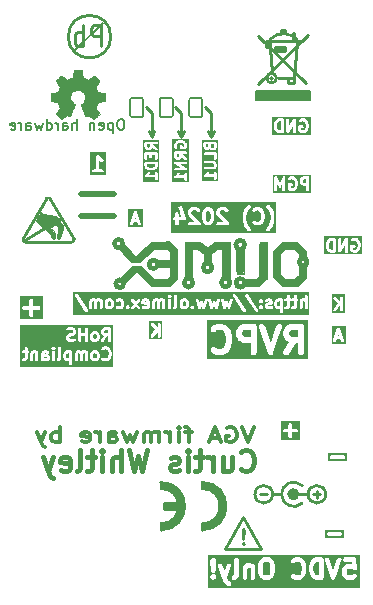
<source format=gbr>
%TF.GenerationSoftware,KiCad,Pcbnew,7.0.11-7.0.11~ubuntu22.04.1*%
%TF.CreationDate,2024-09-13T11:34:55+03:00*%
%TF.ProjectId,RVPC_Rev_B,52565043-5f52-4657-965f-422e6b696361,B*%
%TF.SameCoordinates,PX7bfa480PY7270e00*%
%TF.FileFunction,Legend,Bot*%
%TF.FilePolarity,Positive*%
%FSLAX46Y46*%
G04 Gerber Fmt 4.6, Leading zero omitted, Abs format (unit mm)*
G04 Created by KiCad (PCBNEW 7.0.11-7.0.11~ubuntu22.04.1) date 2024-09-13 11:34:55*
%MOMM*%
%LPD*%
G01*
G04 APERTURE LIST*
%ADD10C,0.254000*%
%ADD11C,0.508000*%
%ADD12C,0.527000*%
%ADD13C,0.381000*%
%ADD14C,0.317500*%
%ADD15C,0.222250*%
%ADD16C,0.203200*%
%ADD17C,0.700000*%
%ADD18C,0.100000*%
%ADD19C,0.500000*%
%ADD20C,0.400000*%
%ADD21C,0.150000*%
%ADD22C,0.127000*%
%ADD23C,0.050000*%
%ADD24C,0.200000*%
%ADD25C,0.010000*%
%ADD26C,0.300000*%
G04 APERTURE END LIST*
D10*
X27500000Y8250000D02*
G75*
G03*
X26000000Y8250000I-750000J0D01*
G01*
X26000000Y8250000D02*
G75*
G03*
X27500000Y8250000I750000J0D01*
G01*
X17750000Y38500000D02*
X17750000Y40500000D01*
X25150000Y8250000D02*
X26000000Y8250000D01*
X12750000Y38500000D02*
X13000000Y39000000D01*
X26450000Y8250000D02*
X27050000Y8250000D01*
X21950000Y8250000D02*
X22550000Y8250000D01*
D11*
X9600000Y31850000D02*
X6800000Y31850000D01*
X9600000Y33650000D02*
X6800000Y33650000D01*
D10*
X15250000Y38500000D02*
X15000000Y39000000D01*
X12750000Y38500000D02*
X12750000Y40500000D01*
X26750000Y8550000D02*
X26750000Y7950000D01*
D12*
X25013500Y8250000D02*
G75*
G03*
X24486500Y8250000I-263500J0D01*
G01*
X24486500Y8250000D02*
G75*
G03*
X25013500Y8250000I263500J0D01*
G01*
D10*
X17250000Y41000000D02*
X17750000Y40500000D01*
X15250000Y38500000D02*
X15250000Y40500000D01*
X19000000Y3600000D02*
X22000000Y3600000D01*
X15250000Y38500000D02*
X15500000Y39000000D01*
X25500000Y9000000D02*
G75*
G03*
X25500000Y7500000I-714300J-750000D01*
G01*
X20525000Y6300000D02*
X19000000Y3600000D01*
X12250000Y41000000D02*
X12750000Y40500000D01*
X17750000Y38500000D02*
X17500000Y39000000D01*
X12750000Y38500000D02*
X12500000Y39000000D01*
X17750000Y38500000D02*
X18000000Y39000000D01*
X23000000Y8250000D02*
X23750000Y8250000D01*
X23000000Y8250000D02*
G75*
G03*
X21500000Y8250000I-750000J0D01*
G01*
X21500000Y8250000D02*
G75*
G03*
X23000000Y8250000I750000J0D01*
G01*
X22000000Y3600000D02*
X20525000Y6300000D01*
X14750000Y41000000D02*
X15250000Y40500000D01*
D13*
G36*
X3539923Y23052883D02*
G01*
X1571905Y23052883D01*
X1571905Y23994502D01*
X1789619Y23994502D01*
X1826404Y23918117D01*
X1892688Y23865257D01*
X1975343Y23846392D01*
X2365414Y23846392D01*
X2365414Y23456321D01*
X2384279Y23373666D01*
X2437139Y23307382D01*
X2513524Y23270597D01*
X2598304Y23270597D01*
X2674689Y23307382D01*
X2727549Y23373666D01*
X2746414Y23456321D01*
X2746414Y23846392D01*
X3136485Y23846392D01*
X3219140Y23865257D01*
X3285424Y23918117D01*
X3322209Y23994502D01*
X3322209Y24079282D01*
X3285424Y24155667D01*
X3219140Y24208527D01*
X3136485Y24227392D01*
X2746414Y24227392D01*
X2746414Y24617464D01*
X2727549Y24700119D01*
X2674689Y24766403D01*
X2598304Y24803188D01*
X2513524Y24803188D01*
X2437139Y24766403D01*
X2384279Y24700119D01*
X2365414Y24617464D01*
X2365414Y24227392D01*
X1975343Y24227392D01*
X1892688Y24208527D01*
X1826404Y24155667D01*
X1789619Y24079282D01*
X1789619Y23994502D01*
X1571905Y23994502D01*
X1571905Y25020902D01*
X3539923Y25020902D01*
X3539923Y23052883D01*
G37*
D10*
G36*
X5774085Y19764548D02*
G01*
X5640779Y19764548D01*
X5589267Y19790304D01*
X5570030Y19809541D01*
X5544275Y19861051D01*
X5544275Y20091377D01*
X5570030Y20142887D01*
X5589269Y20162126D01*
X5640779Y20187881D01*
X5774085Y20187881D01*
X5774085Y19764548D01*
G37*
G36*
X3871187Y19881554D02*
G01*
X3887228Y19849472D01*
X3887228Y19812670D01*
X3871187Y19780590D01*
X3839105Y19764548D01*
X3657418Y19764548D01*
X3657418Y19897595D01*
X3839105Y19897595D01*
X3871187Y19881554D01*
G37*
G36*
X8051377Y20162126D02*
G01*
X8070616Y20142887D01*
X8096371Y20091377D01*
X8096371Y19861051D01*
X8070616Y19809541D01*
X8051378Y19790304D01*
X7999867Y19764548D01*
X7914684Y19764548D01*
X7863172Y19790304D01*
X7843935Y19809541D01*
X7818180Y19861051D01*
X7818180Y20091377D01*
X7843935Y20142887D01*
X7863174Y20162126D01*
X7914684Y20187881D01*
X7999867Y20187881D01*
X8051377Y20162126D01*
G37*
G36*
X8051377Y21797886D02*
G01*
X8070616Y21778647D01*
X8096371Y21727137D01*
X8096371Y21496811D01*
X8070616Y21445301D01*
X8051378Y21426064D01*
X7999867Y21400308D01*
X7914684Y21400308D01*
X7863172Y21426064D01*
X7843935Y21445301D01*
X7818180Y21496811D01*
X7818180Y21727137D01*
X7843935Y21778647D01*
X7863174Y21797886D01*
X7914684Y21823641D01*
X7999867Y21823641D01*
X8051377Y21797886D01*
G37*
G36*
X9063990Y21884117D02*
G01*
X8833922Y21884117D01*
X8782412Y21909872D01*
X8763173Y21929111D01*
X8737418Y21980621D01*
X8737418Y22065804D01*
X8763173Y22117314D01*
X8782412Y22136553D01*
X8833922Y22162308D01*
X9063990Y22162308D01*
X9063990Y21884117D01*
G37*
G36*
X9511514Y19028031D02*
G01*
X1614616Y19028031D01*
X1614616Y19619474D01*
X1759759Y19619474D01*
X1789486Y19554381D01*
X1849686Y19515692D01*
X1885466Y19510548D01*
X1982228Y19510548D01*
X1993272Y19513792D01*
X2004720Y19512555D01*
X2039023Y19523955D01*
X2135785Y19572335D01*
X2152431Y19587820D01*
X2171980Y19599430D01*
X2184830Y19617957D01*
X2188182Y19621074D01*
X2188876Y19623790D01*
X2192582Y19629132D01*
X2196790Y19637548D01*
X2484180Y19637548D01*
X2504341Y19568887D01*
X2558422Y19522025D01*
X2629254Y19511841D01*
X2694347Y19541568D01*
X2733036Y19601768D01*
X2738180Y19637548D01*
X2738180Y20139758D01*
X2754221Y20171840D01*
X2786303Y20187881D01*
X2871486Y20187881D01*
X2919609Y20163820D01*
X2919609Y19637548D01*
X2939770Y19568887D01*
X2993851Y19522025D01*
X3064683Y19511841D01*
X3129776Y19541568D01*
X3168465Y19601768D01*
X3173609Y19637548D01*
X3403418Y19637548D01*
X3423579Y19568887D01*
X3477660Y19522025D01*
X3548492Y19511841D01*
X3573708Y19523357D01*
X3581715Y19521917D01*
X3591400Y19515692D01*
X3627180Y19510548D01*
X3869085Y19510548D01*
X3880129Y19513792D01*
X3891577Y19512555D01*
X3925880Y19523955D01*
X4022642Y19572335D01*
X4039288Y19587820D01*
X4058837Y19599430D01*
X4071687Y19617957D01*
X4075039Y19621074D01*
X4075733Y19623790D01*
X4079439Y19629132D01*
X4127820Y19725894D01*
X4129858Y19737224D01*
X4136084Y19746910D01*
X4141228Y19782690D01*
X4141228Y19879452D01*
X4137984Y19890498D01*
X4139221Y19901945D01*
X4127820Y19936248D01*
X4079439Y20033010D01*
X4063954Y20049657D01*
X4052345Y20069204D01*
X4033818Y20082055D01*
X4030701Y20085406D01*
X4027985Y20086101D01*
X4022643Y20089806D01*
X3925881Y20138187D01*
X3914551Y20140226D01*
X3904865Y20146451D01*
X3869085Y20151595D01*
X3663336Y20151595D01*
X3673459Y20171840D01*
X3705541Y20187881D01*
X3839105Y20187881D01*
X3909051Y20152908D01*
X3979479Y20140234D01*
X4045580Y20167648D01*
X4086366Y20226448D01*
X4088887Y20297963D01*
X4052345Y20359490D01*
X4022643Y20380092D01*
X3925881Y20428473D01*
X3914551Y20430512D01*
X3904865Y20436737D01*
X3869085Y20441881D01*
X3675561Y20441881D01*
X3664515Y20438638D01*
X3653068Y20439874D01*
X3618765Y20428473D01*
X3522003Y20380092D01*
X3505356Y20364608D01*
X3485809Y20352998D01*
X3472958Y20334472D01*
X3469607Y20331354D01*
X3468912Y20328639D01*
X3465207Y20323296D01*
X3416826Y20226534D01*
X3414787Y20215205D01*
X3408562Y20205518D01*
X3403418Y20169738D01*
X3403418Y19637548D01*
X3173609Y19637548D01*
X3173609Y20314881D01*
X3153448Y20383542D01*
X3099367Y20430404D01*
X3028535Y20440588D01*
X2979144Y20418032D01*
X2958262Y20428473D01*
X2946932Y20430512D01*
X2937246Y20436737D01*
X2901466Y20441881D01*
X2756323Y20441881D01*
X2745277Y20438638D01*
X2733830Y20439874D01*
X2699527Y20428473D01*
X2602765Y20380092D01*
X2586118Y20364608D01*
X2566571Y20352998D01*
X2553720Y20334472D01*
X2550369Y20331354D01*
X2549674Y20328639D01*
X2545969Y20323296D01*
X2497588Y20226534D01*
X2495549Y20215205D01*
X2489324Y20205518D01*
X2484180Y20169738D01*
X2484180Y19637548D01*
X2196790Y19637548D01*
X2240963Y19725894D01*
X2243001Y19737224D01*
X2249227Y19746910D01*
X2254371Y19782690D01*
X2254371Y20187881D01*
X2272514Y20187881D01*
X2341175Y20208042D01*
X2388037Y20262123D01*
X2398221Y20332955D01*
X2368494Y20398048D01*
X2308294Y20436737D01*
X2272514Y20441881D01*
X2254371Y20441881D01*
X2254371Y20614227D01*
X4274600Y20614227D01*
X4280352Y20587783D01*
X4282283Y20560785D01*
X4287840Y20553362D01*
X4289811Y20544302D01*
X4311473Y20515364D01*
X4359854Y20466983D01*
X4367992Y20462539D01*
X4373549Y20455117D01*
X4386474Y20450297D01*
X4396899Y20441263D01*
X4410553Y20439300D01*
X4418846Y20434772D01*
X4366490Y20410861D01*
X4327801Y20350661D01*
X4322657Y20314881D01*
X4322657Y19637548D01*
X4342818Y19568887D01*
X4396899Y19522025D01*
X4467731Y19511841D01*
X4532824Y19541568D01*
X4571513Y19601768D01*
X4576014Y19633074D01*
X4709783Y19633074D01*
X4732351Y19565165D01*
X4788049Y19520238D01*
X4859196Y19512555D01*
X4893499Y19523955D01*
X4990261Y19572335D01*
X5006907Y19587820D01*
X5026456Y19599430D01*
X5039306Y19617957D01*
X5042658Y19621074D01*
X5043352Y19623790D01*
X5047058Y19629132D01*
X5095439Y19725894D01*
X5097477Y19737224D01*
X5103703Y19746910D01*
X5108847Y19782690D01*
X5108847Y19831071D01*
X5290275Y19831071D01*
X5293518Y19820026D01*
X5292282Y19808578D01*
X5303683Y19774275D01*
X5352064Y19677513D01*
X5353684Y19675771D01*
X5354191Y19673444D01*
X5375853Y19644506D01*
X5424234Y19596125D01*
X5426324Y19594984D01*
X5427540Y19592937D01*
X5457242Y19572335D01*
X5554004Y19523955D01*
X5565334Y19521917D01*
X5575019Y19515692D01*
X5610799Y19510548D01*
X5774085Y19510548D01*
X5774085Y19298881D01*
X5794246Y19230220D01*
X5848327Y19183358D01*
X5919159Y19173174D01*
X5984252Y19202901D01*
X6022941Y19263101D01*
X6028085Y19298881D01*
X6028085Y19637548D01*
X6257895Y19637548D01*
X6278056Y19568887D01*
X6332137Y19522025D01*
X6402969Y19511841D01*
X6468062Y19541568D01*
X6506751Y19601768D01*
X6511895Y19637548D01*
X6511895Y20139758D01*
X6527935Y20171840D01*
X6560018Y20187881D01*
X6645200Y20187881D01*
X6677282Y20171840D01*
X6693323Y20139758D01*
X6693323Y19637548D01*
X6713484Y19568887D01*
X6767565Y19522025D01*
X6838397Y19511841D01*
X6903490Y19541568D01*
X6942179Y19601768D01*
X6947323Y19637548D01*
X6947323Y20139758D01*
X6963364Y20171840D01*
X6995446Y20187881D01*
X7080629Y20187881D01*
X7128752Y20163820D01*
X7128752Y19637548D01*
X7148913Y19568887D01*
X7202994Y19522025D01*
X7273826Y19511841D01*
X7338919Y19541568D01*
X7377608Y19601768D01*
X7382752Y19637548D01*
X7382752Y19831071D01*
X7564180Y19831071D01*
X7567423Y19820026D01*
X7566187Y19808578D01*
X7577588Y19774275D01*
X7625969Y19677513D01*
X7627589Y19675771D01*
X7628096Y19673444D01*
X7649758Y19644506D01*
X7698139Y19596125D01*
X7700229Y19594984D01*
X7701445Y19592937D01*
X7731147Y19572335D01*
X7827909Y19523955D01*
X7839239Y19521917D01*
X7848924Y19515692D01*
X7884704Y19510548D01*
X8029847Y19510548D01*
X8040891Y19513792D01*
X8052339Y19512555D01*
X8086642Y19523955D01*
X8183404Y19572335D01*
X8185147Y19573957D01*
X8187474Y19574463D01*
X8216412Y19596125D01*
X8264793Y19644506D01*
X8265934Y19646596D01*
X8267980Y19647811D01*
X8288582Y19677513D01*
X8321510Y19743369D01*
X8483742Y19743369D01*
X8498953Y19673444D01*
X8520615Y19644506D01*
X8568996Y19596125D01*
X8579101Y19590607D01*
X8586322Y19581639D01*
X8618639Y19565445D01*
X8763782Y19517065D01*
X8766159Y19516980D01*
X8768162Y19515692D01*
X8803942Y19510548D01*
X8900704Y19510548D01*
X8902987Y19511219D01*
X8905294Y19510631D01*
X8940864Y19517065D01*
X9086007Y19565445D01*
X9095461Y19572016D01*
X9106712Y19574463D01*
X9135650Y19596125D01*
X9232411Y19692887D01*
X9233551Y19694977D01*
X9235599Y19696192D01*
X9256201Y19725894D01*
X9304582Y19822656D01*
X9305370Y19827037D01*
X9314198Y19848650D01*
X9362579Y20042174D01*
X9362438Y20045625D01*
X9366371Y20072976D01*
X9366371Y20218119D01*
X9365398Y20221432D01*
X9362579Y20248921D01*
X9314198Y20442445D01*
X9311945Y20446285D01*
X9304582Y20468439D01*
X9256201Y20565201D01*
X9254580Y20566944D01*
X9254074Y20569270D01*
X9232411Y20598208D01*
X9135650Y20694970D01*
X9125544Y20700488D01*
X9118325Y20709455D01*
X9086008Y20725650D01*
X8940865Y20774031D01*
X8938486Y20774118D01*
X8936484Y20775404D01*
X8900704Y20780548D01*
X8803942Y20780548D01*
X8801657Y20779878D01*
X8799351Y20780465D01*
X8763781Y20774031D01*
X8618638Y20725650D01*
X8609183Y20719080D01*
X8597934Y20716632D01*
X8568996Y20694970D01*
X8520615Y20646589D01*
X8486321Y20583782D01*
X8491425Y20512404D01*
X8534310Y20455117D01*
X8601358Y20430110D01*
X8671283Y20445321D01*
X8700221Y20466983D01*
X8727403Y20494165D01*
X8824552Y20526548D01*
X8880094Y20526548D01*
X8977243Y20494165D01*
X9038234Y20433175D01*
X9071163Y20367317D01*
X9112371Y20202485D01*
X9112371Y20088610D01*
X9071163Y19923778D01*
X9038234Y19857921D01*
X8977243Y19796930D01*
X8880095Y19764548D01*
X8824551Y19764548D01*
X8727403Y19796930D01*
X8700221Y19824112D01*
X8637414Y19858406D01*
X8566036Y19853302D01*
X8508749Y19810417D01*
X8483742Y19743369D01*
X8321510Y19743369D01*
X8336963Y19774275D01*
X8339001Y19785605D01*
X8345227Y19795291D01*
X8350371Y19831071D01*
X8350371Y20121357D01*
X8347127Y20132403D01*
X8348364Y20143850D01*
X8336963Y20178153D01*
X8288582Y20274915D01*
X8286961Y20276658D01*
X8286455Y20278984D01*
X8264793Y20307922D01*
X8216412Y20356303D01*
X8214322Y20357445D01*
X8213107Y20359490D01*
X8183405Y20380092D01*
X8086643Y20428473D01*
X8075313Y20430512D01*
X8065627Y20436737D01*
X8029847Y20441881D01*
X7884704Y20441881D01*
X7873658Y20438638D01*
X7862211Y20439874D01*
X7827908Y20428473D01*
X7731146Y20380092D01*
X7729403Y20378472D01*
X7727077Y20377965D01*
X7698139Y20356303D01*
X7649758Y20307922D01*
X7648616Y20305833D01*
X7646571Y20304617D01*
X7625969Y20274915D01*
X7577588Y20178153D01*
X7575549Y20166824D01*
X7569324Y20157137D01*
X7564180Y20121357D01*
X7564180Y19831071D01*
X7382752Y19831071D01*
X7382752Y20314881D01*
X7362591Y20383542D01*
X7308510Y20430404D01*
X7237678Y20440588D01*
X7188287Y20418032D01*
X7167405Y20428473D01*
X7156075Y20430512D01*
X7146389Y20436737D01*
X7110609Y20441881D01*
X6965466Y20441881D01*
X6954420Y20438638D01*
X6942973Y20439874D01*
X6908670Y20428473D01*
X6820323Y20384300D01*
X6731976Y20428473D01*
X6720646Y20430512D01*
X6710960Y20436737D01*
X6675180Y20441881D01*
X6530037Y20441881D01*
X6518989Y20438638D01*
X6507543Y20439873D01*
X6473240Y20428473D01*
X6376479Y20380092D01*
X6359832Y20364607D01*
X6340286Y20352998D01*
X6327434Y20334470D01*
X6324084Y20331353D01*
X6323389Y20328639D01*
X6319684Y20323296D01*
X6271303Y20226534D01*
X6269264Y20215205D01*
X6263039Y20205518D01*
X6257895Y20169738D01*
X6257895Y19637548D01*
X6028085Y19637548D01*
X6028085Y20314881D01*
X6007924Y20383542D01*
X5953843Y20430404D01*
X5883011Y20440588D01*
X5857793Y20429072D01*
X5849789Y20430512D01*
X5840103Y20436737D01*
X5804323Y20441881D01*
X5610799Y20441881D01*
X5599753Y20438638D01*
X5588306Y20439874D01*
X5554003Y20428473D01*
X5457241Y20380092D01*
X5455498Y20378472D01*
X5453172Y20377965D01*
X5424234Y20356303D01*
X5375853Y20307922D01*
X5374711Y20305833D01*
X5372666Y20304617D01*
X5352064Y20274915D01*
X5303683Y20178153D01*
X5301644Y20166824D01*
X5295419Y20157137D01*
X5290275Y20121357D01*
X5290275Y19831071D01*
X5108847Y19831071D01*
X5108847Y20653548D01*
X5088686Y20722209D01*
X5034605Y20769071D01*
X4963773Y20779255D01*
X4898680Y20749528D01*
X4859991Y20689328D01*
X4854847Y20653548D01*
X4854847Y19812670D01*
X4838806Y19780590D01*
X4779909Y19751141D01*
X4727512Y19702402D01*
X4709783Y19633074D01*
X4576014Y19633074D01*
X4576657Y19637548D01*
X4576657Y20314881D01*
X4556496Y20383542D01*
X4502415Y20430404D01*
X4474911Y20434359D01*
X4480277Y20436809D01*
X4494039Y20437793D01*
X4501462Y20443351D01*
X4510522Y20445321D01*
X4528680Y20458914D01*
X4532824Y20460806D01*
X4534321Y20463137D01*
X4539460Y20466983D01*
X4587841Y20515364D01*
X4592285Y20523505D01*
X4599706Y20529059D01*
X4609162Y20554414D01*
X4622135Y20578171D01*
X4621473Y20587420D01*
X4624714Y20596107D01*
X4618961Y20622552D01*
X4617031Y20649549D01*
X4611473Y20656973D01*
X4609503Y20666032D01*
X4587841Y20694970D01*
X4539460Y20743351D01*
X4531319Y20747796D01*
X4525765Y20755216D01*
X4512841Y20760037D01*
X4502415Y20769071D01*
X4488760Y20771035D01*
X4476653Y20777645D01*
X4467404Y20776984D01*
X4458717Y20780224D01*
X4445237Y20777292D01*
X4431583Y20779255D01*
X4419036Y20773526D01*
X4405275Y20772541D01*
X4397851Y20766984D01*
X4388792Y20765013D01*
X4370633Y20751421D01*
X4366490Y20749528D01*
X4364992Y20747198D01*
X4359854Y20743351D01*
X4311473Y20694970D01*
X4307028Y20686832D01*
X4299607Y20681275D01*
X4290149Y20655917D01*
X4277179Y20632163D01*
X4277840Y20622915D01*
X4274600Y20614227D01*
X2254371Y20614227D01*
X2254371Y20653548D01*
X2234210Y20722209D01*
X2180129Y20769071D01*
X2109297Y20779255D01*
X2044204Y20749528D01*
X2005515Y20689328D01*
X2000371Y20653548D01*
X2000371Y20441881D01*
X1885466Y20441881D01*
X1816805Y20421720D01*
X1769943Y20367639D01*
X1759759Y20296807D01*
X1789486Y20231714D01*
X1849686Y20193025D01*
X1885466Y20187881D01*
X2000371Y20187881D01*
X2000371Y19812670D01*
X1984330Y19780590D01*
X1952248Y19764548D01*
X1885466Y19764548D01*
X1816805Y19744387D01*
X1769943Y19690306D01*
X1759759Y19619474D01*
X1614616Y19619474D01*
X1614616Y21466831D01*
X5532180Y21466831D01*
X5535423Y21455786D01*
X5534187Y21444338D01*
X5545588Y21410035D01*
X5593969Y21313273D01*
X5595589Y21311531D01*
X5596096Y21309204D01*
X5617758Y21280266D01*
X5666139Y21231885D01*
X5668229Y21230744D01*
X5669445Y21228697D01*
X5699147Y21208095D01*
X5795909Y21159715D01*
X5807239Y21157677D01*
X5816924Y21151452D01*
X5852704Y21146308D01*
X6094609Y21146308D01*
X6096892Y21146979D01*
X6099199Y21146391D01*
X6134769Y21152825D01*
X6279912Y21201205D01*
X6338675Y21242044D01*
X6351609Y21273308D01*
X6548180Y21273308D01*
X6568341Y21204647D01*
X6622422Y21157785D01*
X6693254Y21147601D01*
X6758347Y21177328D01*
X6797036Y21237528D01*
X6802180Y21273308D01*
X6802180Y21678498D01*
X7128752Y21678498D01*
X7128752Y21273308D01*
X7148913Y21204647D01*
X7202994Y21157785D01*
X7273826Y21147601D01*
X7338919Y21177328D01*
X7377608Y21237528D01*
X7382752Y21273308D01*
X7382752Y21466831D01*
X7564180Y21466831D01*
X7567423Y21455786D01*
X7566187Y21444338D01*
X7577588Y21410035D01*
X7625969Y21313273D01*
X7627589Y21311531D01*
X7628096Y21309204D01*
X7649758Y21280266D01*
X7698139Y21231885D01*
X7700229Y21230744D01*
X7701445Y21228697D01*
X7731147Y21208095D01*
X7827909Y21159715D01*
X7839239Y21157677D01*
X7848924Y21151452D01*
X7884704Y21146308D01*
X8029847Y21146308D01*
X8040891Y21149552D01*
X8052339Y21148315D01*
X8086642Y21159715D01*
X8183404Y21208095D01*
X8185147Y21209717D01*
X8187474Y21210223D01*
X8216412Y21231885D01*
X8264793Y21280266D01*
X8265934Y21282356D01*
X8267980Y21283571D01*
X8288582Y21313273D01*
X8336963Y21410035D01*
X8339001Y21421365D01*
X8345227Y21431051D01*
X8350371Y21466831D01*
X8350371Y21757117D01*
X8347127Y21768163D01*
X8348364Y21779610D01*
X8336963Y21813913D01*
X8288582Y21910675D01*
X8286961Y21912418D01*
X8286455Y21914744D01*
X8264793Y21943682D01*
X8257834Y21950641D01*
X8483418Y21950641D01*
X8486661Y21939596D01*
X8485425Y21928148D01*
X8496826Y21893845D01*
X8545207Y21797083D01*
X8546827Y21795341D01*
X8547334Y21793014D01*
X8568996Y21764076D01*
X8617377Y21715695D01*
X8619466Y21714554D01*
X8620682Y21712508D01*
X8650384Y21691906D01*
X8722998Y21655599D01*
X8506376Y21346138D01*
X8483518Y21278327D01*
X8500949Y21208923D01*
X8553136Y21159960D01*
X8623510Y21146985D01*
X8689728Y21174116D01*
X8714460Y21200478D01*
X9015208Y21630117D01*
X9063990Y21630117D01*
X9063990Y21273308D01*
X9084151Y21204647D01*
X9138232Y21157785D01*
X9209064Y21147601D01*
X9274157Y21177328D01*
X9312846Y21237528D01*
X9317990Y21273308D01*
X9317990Y22289308D01*
X9315377Y22298206D01*
X9316697Y22307382D01*
X9305454Y22332001D01*
X9297829Y22357969D01*
X9290821Y22364041D01*
X9286970Y22372475D01*
X9264201Y22387108D01*
X9243748Y22404831D01*
X9234571Y22406151D01*
X9226770Y22411164D01*
X9190990Y22416308D01*
X8803942Y22416308D01*
X8792896Y22413065D01*
X8781449Y22414301D01*
X8747146Y22402900D01*
X8650384Y22354519D01*
X8648641Y22352899D01*
X8646315Y22352392D01*
X8617377Y22330730D01*
X8568996Y22282349D01*
X8567854Y22280260D01*
X8565809Y22279044D01*
X8545207Y22249342D01*
X8496826Y22152580D01*
X8494787Y22141251D01*
X8488562Y22131564D01*
X8483418Y22095784D01*
X8483418Y21950641D01*
X8257834Y21950641D01*
X8216412Y21992063D01*
X8214322Y21993205D01*
X8213107Y21995250D01*
X8183405Y22015852D01*
X8086643Y22064233D01*
X8075313Y22066272D01*
X8065627Y22072497D01*
X8029847Y22077641D01*
X7884704Y22077641D01*
X7873658Y22074398D01*
X7862211Y22075634D01*
X7827908Y22064233D01*
X7731146Y22015852D01*
X7729403Y22014232D01*
X7727077Y22013725D01*
X7698139Y21992063D01*
X7649758Y21943682D01*
X7648616Y21941593D01*
X7646571Y21940377D01*
X7625969Y21910675D01*
X7577588Y21813913D01*
X7575549Y21802584D01*
X7569324Y21792897D01*
X7564180Y21757117D01*
X7564180Y21466831D01*
X7382752Y21466831D01*
X7382752Y22289308D01*
X7362591Y22357969D01*
X7308510Y22404831D01*
X7237678Y22415015D01*
X7172585Y22385288D01*
X7133896Y22325088D01*
X7128752Y22289308D01*
X7128752Y21932498D01*
X6802180Y21932498D01*
X6802180Y22289308D01*
X6782019Y22357969D01*
X6727938Y22404831D01*
X6657106Y22415015D01*
X6592013Y22385288D01*
X6553324Y22325088D01*
X6548180Y22289308D01*
X6548180Y21273308D01*
X6351609Y21273308D01*
X6366030Y21308168D01*
X6353293Y21378586D01*
X6304508Y21430938D01*
X6235163Y21448605D01*
X6199592Y21442171D01*
X6074000Y21400308D01*
X5882684Y21400308D01*
X5831172Y21426064D01*
X5811935Y21445301D01*
X5786180Y21496811D01*
X5786180Y21533613D01*
X5811935Y21585123D01*
X5831174Y21604362D01*
X5897030Y21637290D01*
X6077030Y21682290D01*
X6080869Y21684543D01*
X6103024Y21691906D01*
X6199786Y21740287D01*
X6201528Y21741908D01*
X6203855Y21742414D01*
X6232793Y21764076D01*
X6281174Y21812457D01*
X6282315Y21814547D01*
X6284361Y21815762D01*
X6304963Y21845464D01*
X6353344Y21942226D01*
X6355382Y21953556D01*
X6361608Y21963242D01*
X6366752Y21999022D01*
X6366752Y22095784D01*
X6363508Y22106830D01*
X6364745Y22118277D01*
X6353344Y22152580D01*
X6304963Y22249342D01*
X6303342Y22251085D01*
X6302836Y22253411D01*
X6281174Y22282349D01*
X6232793Y22330730D01*
X6230703Y22331872D01*
X6229488Y22333917D01*
X6199786Y22354519D01*
X6103024Y22402900D01*
X6091694Y22404939D01*
X6082008Y22411164D01*
X6046228Y22416308D01*
X5804323Y22416308D01*
X5802038Y22415638D01*
X5799732Y22416225D01*
X5764162Y22409791D01*
X5619019Y22361410D01*
X5560257Y22320571D01*
X5532902Y22254446D01*
X5545639Y22184028D01*
X5594425Y22131676D01*
X5663770Y22114010D01*
X5699341Y22120444D01*
X5824933Y22162308D01*
X6016248Y22162308D01*
X6067758Y22136553D01*
X6086997Y22117314D01*
X6112752Y22065804D01*
X6112752Y22029002D01*
X6086997Y21977492D01*
X6067758Y21958253D01*
X6001902Y21925325D01*
X5821902Y21880325D01*
X5818062Y21878073D01*
X5795908Y21870709D01*
X5699146Y21822328D01*
X5697403Y21820708D01*
X5695077Y21820201D01*
X5666139Y21798539D01*
X5617758Y21750158D01*
X5616616Y21748069D01*
X5614571Y21746853D01*
X5593969Y21717151D01*
X5545588Y21620389D01*
X5543549Y21609060D01*
X5537324Y21599373D01*
X5532180Y21563593D01*
X5532180Y21466831D01*
X1614616Y21466831D01*
X1614616Y22561451D01*
X9511514Y22561451D01*
X9511514Y19028031D01*
G37*
D13*
X20310009Y10406738D02*
X20394676Y10322071D01*
X20394676Y10322071D02*
X20648676Y10237405D01*
X20648676Y10237405D02*
X20818009Y10237405D01*
X20818009Y10237405D02*
X21072009Y10322071D01*
X21072009Y10322071D02*
X21241343Y10491405D01*
X21241343Y10491405D02*
X21326009Y10660738D01*
X21326009Y10660738D02*
X21410676Y10999405D01*
X21410676Y10999405D02*
X21410676Y11253405D01*
X21410676Y11253405D02*
X21326009Y11592071D01*
X21326009Y11592071D02*
X21241343Y11761405D01*
X21241343Y11761405D02*
X21072009Y11930738D01*
X21072009Y11930738D02*
X20818009Y12015405D01*
X20818009Y12015405D02*
X20648676Y12015405D01*
X20648676Y12015405D02*
X20394676Y11930738D01*
X20394676Y11930738D02*
X20310009Y11846071D01*
X18786009Y11422738D02*
X18786009Y10237405D01*
X19548009Y11422738D02*
X19548009Y10491405D01*
X19548009Y10491405D02*
X19463343Y10322071D01*
X19463343Y10322071D02*
X19294009Y10237405D01*
X19294009Y10237405D02*
X19040009Y10237405D01*
X19040009Y10237405D02*
X18870676Y10322071D01*
X18870676Y10322071D02*
X18786009Y10406738D01*
X17939342Y10237405D02*
X17939342Y11422738D01*
X17939342Y11084071D02*
X17854676Y11253405D01*
X17854676Y11253405D02*
X17770009Y11338071D01*
X17770009Y11338071D02*
X17600676Y11422738D01*
X17600676Y11422738D02*
X17431342Y11422738D01*
X17092675Y11422738D02*
X16415342Y11422738D01*
X16838675Y12015405D02*
X16838675Y10491405D01*
X16838675Y10491405D02*
X16754009Y10322071D01*
X16754009Y10322071D02*
X16584675Y10237405D01*
X16584675Y10237405D02*
X16415342Y10237405D01*
X15822675Y10237405D02*
X15822675Y11422738D01*
X15822675Y12015405D02*
X15907342Y11930738D01*
X15907342Y11930738D02*
X15822675Y11846071D01*
X15822675Y11846071D02*
X15738009Y11930738D01*
X15738009Y11930738D02*
X15822675Y12015405D01*
X15822675Y12015405D02*
X15822675Y11846071D01*
X15060675Y10322071D02*
X14891342Y10237405D01*
X14891342Y10237405D02*
X14552675Y10237405D01*
X14552675Y10237405D02*
X14383342Y10322071D01*
X14383342Y10322071D02*
X14298675Y10491405D01*
X14298675Y10491405D02*
X14298675Y10576071D01*
X14298675Y10576071D02*
X14383342Y10745405D01*
X14383342Y10745405D02*
X14552675Y10830071D01*
X14552675Y10830071D02*
X14806675Y10830071D01*
X14806675Y10830071D02*
X14976008Y10914738D01*
X14976008Y10914738D02*
X15060675Y11084071D01*
X15060675Y11084071D02*
X15060675Y11168738D01*
X15060675Y11168738D02*
X14976008Y11338071D01*
X14976008Y11338071D02*
X14806675Y11422738D01*
X14806675Y11422738D02*
X14552675Y11422738D01*
X14552675Y11422738D02*
X14383342Y11338071D01*
X12351342Y12015405D02*
X11928008Y10237405D01*
X11928008Y10237405D02*
X11589342Y11507405D01*
X11589342Y11507405D02*
X11250675Y10237405D01*
X11250675Y10237405D02*
X10827342Y12015405D01*
X10150008Y10237405D02*
X10150008Y12015405D01*
X9388008Y10237405D02*
X9388008Y11168738D01*
X9388008Y11168738D02*
X9472675Y11338071D01*
X9472675Y11338071D02*
X9642008Y11422738D01*
X9642008Y11422738D02*
X9896008Y11422738D01*
X9896008Y11422738D02*
X10065342Y11338071D01*
X10065342Y11338071D02*
X10150008Y11253405D01*
X8541341Y10237405D02*
X8541341Y11422738D01*
X8541341Y12015405D02*
X8626008Y11930738D01*
X8626008Y11930738D02*
X8541341Y11846071D01*
X8541341Y11846071D02*
X8456675Y11930738D01*
X8456675Y11930738D02*
X8541341Y12015405D01*
X8541341Y12015405D02*
X8541341Y11846071D01*
X7948674Y11422738D02*
X7271341Y11422738D01*
X7694674Y12015405D02*
X7694674Y10491405D01*
X7694674Y10491405D02*
X7610008Y10322071D01*
X7610008Y10322071D02*
X7440674Y10237405D01*
X7440674Y10237405D02*
X7271341Y10237405D01*
X6424674Y10237405D02*
X6594008Y10322071D01*
X6594008Y10322071D02*
X6678674Y10491405D01*
X6678674Y10491405D02*
X6678674Y12015405D01*
X5070008Y10322071D02*
X5239341Y10237405D01*
X5239341Y10237405D02*
X5578008Y10237405D01*
X5578008Y10237405D02*
X5747341Y10322071D01*
X5747341Y10322071D02*
X5832008Y10491405D01*
X5832008Y10491405D02*
X5832008Y11168738D01*
X5832008Y11168738D02*
X5747341Y11338071D01*
X5747341Y11338071D02*
X5578008Y11422738D01*
X5578008Y11422738D02*
X5239341Y11422738D01*
X5239341Y11422738D02*
X5070008Y11338071D01*
X5070008Y11338071D02*
X4985341Y11168738D01*
X4985341Y11168738D02*
X4985341Y10999405D01*
X4985341Y10999405D02*
X5832008Y10830071D01*
X4392675Y11422738D02*
X3969341Y10237405D01*
X3546008Y11422738D02*
X3969341Y10237405D01*
X3969341Y10237405D02*
X4138675Y9814071D01*
X4138675Y9814071D02*
X4223341Y9729405D01*
X4223341Y9729405D02*
X4392675Y9644738D01*
D14*
X21445976Y13941934D02*
X20937976Y12671934D01*
X20937976Y12671934D02*
X20429976Y13941934D01*
X19123690Y13881458D02*
X19268833Y13941934D01*
X19268833Y13941934D02*
X19486547Y13941934D01*
X19486547Y13941934D02*
X19704261Y13881458D01*
X19704261Y13881458D02*
X19849404Y13760506D01*
X19849404Y13760506D02*
X19921975Y13639553D01*
X19921975Y13639553D02*
X19994547Y13397649D01*
X19994547Y13397649D02*
X19994547Y13216220D01*
X19994547Y13216220D02*
X19921975Y12974315D01*
X19921975Y12974315D02*
X19849404Y12853363D01*
X19849404Y12853363D02*
X19704261Y12732410D01*
X19704261Y12732410D02*
X19486547Y12671934D01*
X19486547Y12671934D02*
X19341404Y12671934D01*
X19341404Y12671934D02*
X19123690Y12732410D01*
X19123690Y12732410D02*
X19051118Y12792887D01*
X19051118Y12792887D02*
X19051118Y13216220D01*
X19051118Y13216220D02*
X19341404Y13216220D01*
X18470547Y13034791D02*
X17744833Y13034791D01*
X18615690Y12671934D02*
X18107690Y13941934D01*
X18107690Y13941934D02*
X17599690Y12671934D01*
X16148261Y13518601D02*
X15567689Y13518601D01*
X15930546Y12671934D02*
X15930546Y13760506D01*
X15930546Y13760506D02*
X15857975Y13881458D01*
X15857975Y13881458D02*
X15712832Y13941934D01*
X15712832Y13941934D02*
X15567689Y13941934D01*
X15059689Y12671934D02*
X15059689Y13518601D01*
X15059689Y13941934D02*
X15132261Y13881458D01*
X15132261Y13881458D02*
X15059689Y13820982D01*
X15059689Y13820982D02*
X14987118Y13881458D01*
X14987118Y13881458D02*
X15059689Y13941934D01*
X15059689Y13941934D02*
X15059689Y13820982D01*
X14333975Y12671934D02*
X14333975Y13518601D01*
X14333975Y13276696D02*
X14261404Y13397649D01*
X14261404Y13397649D02*
X14188833Y13458125D01*
X14188833Y13458125D02*
X14043690Y13518601D01*
X14043690Y13518601D02*
X13898547Y13518601D01*
X13390546Y12671934D02*
X13390546Y13518601D01*
X13390546Y13397649D02*
X13317975Y13458125D01*
X13317975Y13458125D02*
X13172832Y13518601D01*
X13172832Y13518601D02*
X12955118Y13518601D01*
X12955118Y13518601D02*
X12809975Y13458125D01*
X12809975Y13458125D02*
X12737404Y13337172D01*
X12737404Y13337172D02*
X12737404Y12671934D01*
X12737404Y13337172D02*
X12664832Y13458125D01*
X12664832Y13458125D02*
X12519689Y13518601D01*
X12519689Y13518601D02*
X12301975Y13518601D01*
X12301975Y13518601D02*
X12156832Y13458125D01*
X12156832Y13458125D02*
X12084261Y13337172D01*
X12084261Y13337172D02*
X12084261Y12671934D01*
X11503689Y13518601D02*
X11213404Y12671934D01*
X11213404Y12671934D02*
X10923118Y13276696D01*
X10923118Y13276696D02*
X10632832Y12671934D01*
X10632832Y12671934D02*
X10342546Y13518601D01*
X9108833Y12671934D02*
X9108833Y13337172D01*
X9108833Y13337172D02*
X9181404Y13458125D01*
X9181404Y13458125D02*
X9326547Y13518601D01*
X9326547Y13518601D02*
X9616833Y13518601D01*
X9616833Y13518601D02*
X9761975Y13458125D01*
X9108833Y12732410D02*
X9253975Y12671934D01*
X9253975Y12671934D02*
X9616833Y12671934D01*
X9616833Y12671934D02*
X9761975Y12732410D01*
X9761975Y12732410D02*
X9834547Y12853363D01*
X9834547Y12853363D02*
X9834547Y12974315D01*
X9834547Y12974315D02*
X9761975Y13095268D01*
X9761975Y13095268D02*
X9616833Y13155744D01*
X9616833Y13155744D02*
X9253975Y13155744D01*
X9253975Y13155744D02*
X9108833Y13216220D01*
X8383118Y12671934D02*
X8383118Y13518601D01*
X8383118Y13276696D02*
X8310547Y13397649D01*
X8310547Y13397649D02*
X8237976Y13458125D01*
X8237976Y13458125D02*
X8092833Y13518601D01*
X8092833Y13518601D02*
X7947690Y13518601D01*
X6859118Y12732410D02*
X7004261Y12671934D01*
X7004261Y12671934D02*
X7294547Y12671934D01*
X7294547Y12671934D02*
X7439689Y12732410D01*
X7439689Y12732410D02*
X7512261Y12853363D01*
X7512261Y12853363D02*
X7512261Y13337172D01*
X7512261Y13337172D02*
X7439689Y13458125D01*
X7439689Y13458125D02*
X7294547Y13518601D01*
X7294547Y13518601D02*
X7004261Y13518601D01*
X7004261Y13518601D02*
X6859118Y13458125D01*
X6859118Y13458125D02*
X6786547Y13337172D01*
X6786547Y13337172D02*
X6786547Y13216220D01*
X6786547Y13216220D02*
X7512261Y13095268D01*
X4972260Y12671934D02*
X4972260Y13941934D01*
X4972260Y13458125D02*
X4827118Y13518601D01*
X4827118Y13518601D02*
X4536832Y13518601D01*
X4536832Y13518601D02*
X4391689Y13458125D01*
X4391689Y13458125D02*
X4319118Y13397649D01*
X4319118Y13397649D02*
X4246546Y13276696D01*
X4246546Y13276696D02*
X4246546Y12913839D01*
X4246546Y12913839D02*
X4319118Y12792887D01*
X4319118Y12792887D02*
X4391689Y12732410D01*
X4391689Y12732410D02*
X4536832Y12671934D01*
X4536832Y12671934D02*
X4827118Y12671934D01*
X4827118Y12671934D02*
X4972260Y12732410D01*
X3738546Y13518601D02*
X3375689Y12671934D01*
X3012832Y13518601D02*
X3375689Y12671934D01*
X3375689Y12671934D02*
X3520832Y12369553D01*
X3520832Y12369553D02*
X3593403Y12309077D01*
X3593403Y12309077D02*
X3738546Y12248601D01*
G36*
X29328917Y11065565D02*
G01*
X27680940Y11065565D01*
X27680940Y11405744D01*
X27862369Y11405744D01*
X27883637Y11326369D01*
X27941744Y11268262D01*
X28021119Y11246994D01*
X28988738Y11246994D01*
X29068113Y11268262D01*
X29126220Y11326369D01*
X29147488Y11405744D01*
X29126220Y11485119D01*
X29068113Y11543226D01*
X28988738Y11564494D01*
X28021119Y11564494D01*
X27941744Y11543226D01*
X27883637Y11485119D01*
X27862369Y11405744D01*
X27680940Y11405744D01*
X27680940Y11745923D01*
X29328917Y11745923D01*
X29328917Y11065565D01*
G37*
G36*
X17633271Y32250989D02*
G01*
X17657314Y32226946D01*
X17698478Y32144620D01*
X17749987Y31938584D01*
X17749987Y31675286D01*
X17698478Y31469250D01*
X17657314Y31386923D01*
X17633271Y31362880D01*
X17568881Y31330684D01*
X17522879Y31330684D01*
X17458488Y31362880D01*
X17434445Y31386923D01*
X17393282Y31469247D01*
X17341772Y31675288D01*
X17341772Y31938582D01*
X17393282Y32144623D01*
X17434444Y32226946D01*
X17458487Y32250989D01*
X17522879Y32283184D01*
X17568881Y32283184D01*
X17633271Y32250989D01*
G37*
G36*
X23328917Y30353355D02*
G01*
X14363319Y30353355D01*
X14363319Y31595268D01*
X14544748Y31595268D01*
X14566016Y31515893D01*
X14624123Y31457786D01*
X14703498Y31436518D01*
X14726177Y31436518D01*
X14726177Y31171934D01*
X14747445Y31092559D01*
X14805552Y31034452D01*
X14884927Y31013184D01*
X14964302Y31034452D01*
X15022409Y31092559D01*
X15043677Y31171934D01*
X15814748Y31171934D01*
X15836016Y31092559D01*
X15894123Y31034452D01*
X15973498Y31013184D01*
X16759689Y31013184D01*
X16779876Y31018593D01*
X16800777Y31018593D01*
X16818876Y31029043D01*
X16839064Y31034452D01*
X16853843Y31049232D01*
X16871942Y31059681D01*
X16882391Y31077780D01*
X16897171Y31092559D01*
X16902580Y31112747D01*
X16913030Y31130846D01*
X16913030Y31151747D01*
X16918439Y31171934D01*
X16913030Y31192122D01*
X16913030Y31213022D01*
X16902580Y31231122D01*
X16897171Y31251309D01*
X16882391Y31266089D01*
X16871942Y31284187D01*
X16500386Y31655744D01*
X17024272Y31655744D01*
X17029341Y31636826D01*
X17029012Y31617241D01*
X17089489Y31375336D01*
X17097995Y31360013D01*
X17101509Y31342844D01*
X17161984Y31221892D01*
X17178943Y31202767D01*
X17191721Y31180635D01*
X17252197Y31120158D01*
X17274332Y31107378D01*
X17293456Y31090420D01*
X17414407Y31029944D01*
X17450154Y31022629D01*
X17485403Y31013184D01*
X17606356Y31013184D01*
X17641606Y31022630D01*
X17677351Y31029944D01*
X17798303Y31090419D01*
X17817428Y31107379D01*
X17839562Y31120158D01*
X17891337Y31171934D01*
X18233796Y31171934D01*
X18255064Y31092559D01*
X18313171Y31034452D01*
X18392546Y31013184D01*
X19178737Y31013184D01*
X19198924Y31018593D01*
X19219825Y31018593D01*
X19237924Y31029043D01*
X19258112Y31034452D01*
X19272891Y31049232D01*
X19290990Y31059681D01*
X19301439Y31077780D01*
X19316219Y31092559D01*
X19321628Y31112747D01*
X19332078Y31130846D01*
X19332078Y31151747D01*
X19337487Y31171934D01*
X19332078Y31192122D01*
X19332078Y31213022D01*
X19321628Y31231122D01*
X19316219Y31251309D01*
X19301439Y31266089D01*
X19290990Y31284187D01*
X19040386Y31534791D01*
X20471416Y31534791D01*
X20475519Y31519478D01*
X20474499Y31503658D01*
X20534975Y31201277D01*
X20539435Y31192255D01*
X20540039Y31182209D01*
X20600515Y31000781D01*
X20606829Y30991217D01*
X20609128Y30979987D01*
X20669603Y30859035D01*
X20676281Y30851505D01*
X20679506Y30841971D01*
X20800459Y30660542D01*
X20812367Y30650076D01*
X20820294Y30636348D01*
X20880770Y30575872D01*
X20951935Y30534784D01*
X21034111Y30534784D01*
X21105276Y30575872D01*
X21146364Y30647037D01*
X21146364Y30647038D01*
X22472539Y30647038D01*
X22513626Y30575873D01*
X22584791Y30534784D01*
X22666967Y30534784D01*
X22738132Y30575871D01*
X22798609Y30636347D01*
X22806536Y30650078D01*
X22818445Y30660543D01*
X22939397Y30841972D01*
X22942621Y30851506D01*
X22949299Y30859035D01*
X23009775Y30979986D01*
X23012073Y30991217D01*
X23018388Y31000781D01*
X23078865Y31182209D01*
X23079467Y31192256D01*
X23083928Y31201276D01*
X23144405Y31503657D01*
X23143384Y31519478D01*
X23147488Y31534791D01*
X23147488Y31776696D01*
X23143384Y31792010D01*
X23144405Y31807830D01*
X23083928Y32110211D01*
X23079467Y32119232D01*
X23078865Y32129278D01*
X23018389Y32310707D01*
X23012072Y32320274D01*
X23009775Y32331502D01*
X22949299Y32452453D01*
X22942621Y32459983D01*
X22939397Y32469516D01*
X22818445Y32650945D01*
X22806536Y32661411D01*
X22798609Y32675141D01*
X22738132Y32735617D01*
X22666967Y32776704D01*
X22584791Y32776704D01*
X22513626Y32735615D01*
X22472539Y32664450D01*
X22472539Y32582274D01*
X22513628Y32511109D01*
X22562989Y32461749D01*
X22669738Y32301624D01*
X22720748Y32199602D01*
X22774533Y32038248D01*
X22829988Y31760978D01*
X22829988Y31550510D01*
X22774531Y31273232D01*
X22720751Y31111893D01*
X22669738Y31009865D01*
X22562989Y30849740D01*
X22513628Y30800379D01*
X22472539Y30729214D01*
X22472539Y30647038D01*
X21146364Y30647038D01*
X21146364Y30729213D01*
X21105276Y30800378D01*
X21055916Y30849738D01*
X20949163Y31009867D01*
X20898155Y31111882D01*
X20851515Y31251800D01*
X21263015Y31251800D01*
X21304102Y31180635D01*
X21364578Y31120158D01*
X21396178Y31101913D01*
X21426631Y31081806D01*
X21608060Y31021330D01*
X21633573Y31019799D01*
X21658261Y31013184D01*
X21779213Y31013184D01*
X21803900Y31019799D01*
X21829414Y31021330D01*
X22010843Y31081806D01*
X22041292Y31101911D01*
X22072896Y31120157D01*
X22193848Y31241110D01*
X22206627Y31263245D01*
X22223584Y31282367D01*
X22284061Y31403319D01*
X22287574Y31420491D01*
X22296081Y31435813D01*
X22356557Y31677718D01*
X22356227Y31697301D01*
X22361297Y31716220D01*
X22361297Y31897649D01*
X22356227Y31916569D01*
X22356557Y31936151D01*
X22296081Y32178056D01*
X22287574Y32193380D01*
X22284061Y32210548D01*
X22223584Y32331502D01*
X22206625Y32350627D01*
X22193847Y32372759D01*
X22072895Y32493711D01*
X22041296Y32511955D01*
X22010843Y32532062D01*
X21829414Y32592538D01*
X21803900Y32594070D01*
X21779213Y32600684D01*
X21658261Y32600684D01*
X21633573Y32594070D01*
X21608060Y32592538D01*
X21426631Y32532062D01*
X21396177Y32511955D01*
X21364579Y32493711D01*
X21304103Y32433235D01*
X21263015Y32362070D01*
X21263015Y32279894D01*
X21304103Y32208729D01*
X21375268Y32167641D01*
X21457444Y32167641D01*
X21528609Y32208729D01*
X21562584Y32242705D01*
X21684024Y32283184D01*
X21753450Y32283184D01*
X21874889Y32242705D01*
X21951124Y32166470D01*
X21992287Y32084144D01*
X22043797Y31878106D01*
X22043797Y31735762D01*
X21992288Y31529726D01*
X21951124Y31447400D01*
X21874888Y31371164D01*
X21753450Y31330684D01*
X21684024Y31330684D01*
X21562585Y31371164D01*
X21528610Y31405139D01*
X21457445Y31446228D01*
X21375269Y31446228D01*
X21304104Y31405141D01*
X21263015Y31333976D01*
X21263015Y31251800D01*
X20851515Y31251800D01*
X20844371Y31273232D01*
X20788916Y31550509D01*
X20788916Y31760978D01*
X20844370Y32038249D01*
X20898155Y32199607D01*
X20949163Y32301622D01*
X21055916Y32461751D01*
X21105276Y32511110D01*
X21146364Y32582275D01*
X21146364Y32664451D01*
X21105276Y32735616D01*
X21034111Y32776704D01*
X20951935Y32776704D01*
X20880770Y32735616D01*
X20820294Y32675140D01*
X20812367Y32661413D01*
X20800459Y32650946D01*
X20679506Y32469517D01*
X20676281Y32459984D01*
X20669603Y32452453D01*
X20609128Y32331501D01*
X20606830Y32320274D01*
X20600514Y32310707D01*
X20540038Y32129278D01*
X20539434Y32119231D01*
X20534975Y32110210D01*
X20474499Y31807829D01*
X20475519Y31792010D01*
X20471416Y31776696D01*
X20471416Y31534791D01*
X19040386Y31534791D01*
X18591775Y31983403D01*
X18551296Y32104839D01*
X18551296Y32162554D01*
X18583492Y32226946D01*
X18607535Y32250989D01*
X18671927Y32283184D01*
X18899356Y32283184D01*
X18963748Y32250989D01*
X19006008Y32208729D01*
X19077173Y32167641D01*
X19159349Y32167641D01*
X19230514Y32208729D01*
X19271602Y32279894D01*
X19271602Y32362070D01*
X19230514Y32433235D01*
X19170038Y32493711D01*
X19147903Y32506491D01*
X19128779Y32523449D01*
X19007827Y32583925D01*
X18972075Y32591241D01*
X18936832Y32600684D01*
X18634451Y32600684D01*
X18599202Y32591240D01*
X18563455Y32583924D01*
X18442504Y32523448D01*
X18423380Y32506491D01*
X18401246Y32493711D01*
X18340770Y32433235D01*
X18327991Y32411103D01*
X18311033Y32391978D01*
X18250556Y32271026D01*
X18243240Y32235278D01*
X18233796Y32200030D01*
X18233796Y32079077D01*
X18240411Y32054389D01*
X18241943Y32028875D01*
X18302420Y31847447D01*
X18322526Y31816994D01*
X18340770Y31785396D01*
X18795481Y31330684D01*
X18392546Y31330684D01*
X18313171Y31309416D01*
X18255064Y31251309D01*
X18233796Y31171934D01*
X17891337Y31171934D01*
X17900038Y31180635D01*
X17912816Y31202768D01*
X17929774Y31221891D01*
X17990251Y31342843D01*
X17993764Y31360015D01*
X18002271Y31375337D01*
X18062747Y31617242D01*
X18062417Y31636825D01*
X18067487Y31655744D01*
X18067487Y31958125D01*
X18062417Y31977045D01*
X18062747Y31996627D01*
X18002271Y32238532D01*
X17993764Y32253855D01*
X17990251Y32271026D01*
X17929774Y32391978D01*
X17912815Y32411103D01*
X17900037Y32433235D01*
X17839561Y32493711D01*
X17817428Y32506490D01*
X17798303Y32523449D01*
X17677351Y32583924D01*
X17641606Y32591239D01*
X17606356Y32600684D01*
X17485403Y32600684D01*
X17450154Y32591240D01*
X17414407Y32583924D01*
X17293456Y32523448D01*
X17274332Y32506491D01*
X17252198Y32493711D01*
X17191722Y32433235D01*
X17178943Y32411103D01*
X17161984Y32391977D01*
X17101509Y32271025D01*
X17097995Y32253857D01*
X17089489Y32238533D01*
X17029012Y31996628D01*
X17029341Y31977044D01*
X17024272Y31958125D01*
X17024272Y31655744D01*
X16500386Y31655744D01*
X16172727Y31983403D01*
X16132248Y32104839D01*
X16132248Y32162554D01*
X16164444Y32226946D01*
X16188487Y32250989D01*
X16252879Y32283184D01*
X16480308Y32283184D01*
X16544700Y32250989D01*
X16586960Y32208729D01*
X16658125Y32167641D01*
X16740301Y32167641D01*
X16811466Y32208729D01*
X16852554Y32279894D01*
X16852554Y32362070D01*
X16811466Y32433235D01*
X16750990Y32493711D01*
X16728855Y32506491D01*
X16709731Y32523449D01*
X16588779Y32583925D01*
X16553027Y32591241D01*
X16517784Y32600684D01*
X16215403Y32600684D01*
X16180154Y32591240D01*
X16144407Y32583924D01*
X16023456Y32523448D01*
X16004332Y32506491D01*
X15982198Y32493711D01*
X15921722Y32433235D01*
X15908943Y32411103D01*
X15891985Y32391978D01*
X15831508Y32271026D01*
X15824192Y32235278D01*
X15814748Y32200030D01*
X15814748Y32079077D01*
X15821363Y32054389D01*
X15822895Y32028875D01*
X15883372Y31847447D01*
X15903478Y31816994D01*
X15921722Y31785396D01*
X16376433Y31330684D01*
X15973498Y31330684D01*
X15894123Y31309416D01*
X15836016Y31251309D01*
X15814748Y31171934D01*
X15043677Y31171934D01*
X15043677Y31436518D01*
X15489689Y31436518D01*
X15514374Y31443133D01*
X15539890Y31444664D01*
X15553412Y31453593D01*
X15569064Y31457786D01*
X15587135Y31475858D01*
X15608466Y31489941D01*
X15615713Y31504436D01*
X15627171Y31515893D01*
X15633785Y31540580D01*
X15645217Y31563442D01*
X15644245Y31579619D01*
X15648439Y31595268D01*
X15641824Y31619954D01*
X15640293Y31645469D01*
X15337911Y32552611D01*
X15292634Y32621187D01*
X15219134Y32657937D01*
X15137107Y32653013D01*
X15068531Y32607736D01*
X15031781Y32534236D01*
X15036705Y32452209D01*
X15269436Y31754018D01*
X15043677Y31754018D01*
X15043677Y32018601D01*
X15022409Y32097976D01*
X14964302Y32156083D01*
X14884927Y32177351D01*
X14805552Y32156083D01*
X14747445Y32097976D01*
X14726177Y32018601D01*
X14726177Y31754018D01*
X14703498Y31754018D01*
X14624123Y31732750D01*
X14566016Y31674643D01*
X14544748Y31595268D01*
X14363319Y31595268D01*
X14363319Y32958133D01*
X23328917Y32958133D01*
X23328917Y30353355D01*
G37*
G36*
X29078917Y4565565D02*
G01*
X27430940Y4565565D01*
X27430940Y4905744D01*
X27612369Y4905744D01*
X27633637Y4826369D01*
X27691744Y4768262D01*
X27771119Y4746994D01*
X28738738Y4746994D01*
X28818113Y4768262D01*
X28876220Y4826369D01*
X28897488Y4905744D01*
X28876220Y4985119D01*
X28818113Y5043226D01*
X28738738Y5064494D01*
X27771119Y5064494D01*
X27691744Y5043226D01*
X27633637Y4985119D01*
X27612369Y4905744D01*
X27430940Y4905744D01*
X27430940Y5245923D01*
X29078917Y5245923D01*
X29078917Y4565565D01*
G37*
D11*
G36*
X21138171Y21572732D02*
G01*
X20629656Y21572732D01*
X20514536Y21630293D01*
X20470017Y21674810D01*
X20412457Y21789932D01*
X20412457Y21978438D01*
X20470017Y22093560D01*
X20514536Y22138077D01*
X20629656Y22195637D01*
X21138171Y22195637D01*
X21138171Y21572732D01*
G37*
G36*
X25147742Y21572732D02*
G01*
X24639227Y21572732D01*
X24524107Y21630293D01*
X24479588Y21674810D01*
X24422028Y21789932D01*
X24422028Y21978438D01*
X24479588Y22093560D01*
X24524107Y22138077D01*
X24639227Y22195637D01*
X25147742Y22195637D01*
X25147742Y21572732D01*
G37*
G36*
X25964171Y19728208D02*
G01*
X17437028Y19728208D01*
X17437028Y20496257D01*
X17745457Y20496257D01*
X17764791Y20399056D01*
X17819851Y20316652D01*
X17922660Y20213841D01*
X17930250Y20208770D01*
X17935845Y20201561D01*
X17971209Y20181402D01*
X18005064Y20158781D01*
X18014014Y20157001D01*
X18021945Y20152480D01*
X18330374Y20049671D01*
X18370769Y20044579D01*
X18410695Y20036637D01*
X18616314Y20036637D01*
X18656238Y20044579D01*
X18696636Y20049671D01*
X19005064Y20152481D01*
X19012992Y20157001D01*
X19021944Y20158781D01*
X19055796Y20181401D01*
X19091164Y20201561D01*
X19096759Y20208771D01*
X19104348Y20213841D01*
X19309967Y20419461D01*
X19332587Y20453317D01*
X19357545Y20485473D01*
X19460355Y20691092D01*
X19467703Y20717926D01*
X19479587Y20743081D01*
X19582396Y21154319D01*
X19583908Y21185400D01*
X19589980Y21215923D01*
X19589980Y21524351D01*
X19583908Y21554875D01*
X19582396Y21585955D01*
X19546392Y21729970D01*
X19904457Y21729970D01*
X19906237Y21721020D01*
X19905096Y21711965D01*
X19915849Y21672695D01*
X19923792Y21632768D01*
X19928861Y21625182D01*
X19931272Y21616378D01*
X20034081Y21410759D01*
X20059045Y21378594D01*
X20081662Y21344745D01*
X20184472Y21241936D01*
X20218322Y21219318D01*
X20250483Y21194358D01*
X20456102Y21091548D01*
X20464904Y21089138D01*
X20472493Y21084067D01*
X20512421Y21076125D01*
X20551689Y21065371D01*
X20560743Y21066513D01*
X20569695Y21064732D01*
X21138171Y21064732D01*
X21138171Y20290637D01*
X21157506Y20193435D01*
X21212566Y20111032D01*
X21294969Y20055972D01*
X21392171Y20036637D01*
X21489373Y20055972D01*
X21571776Y20111032D01*
X21626836Y20193435D01*
X21646171Y20290637D01*
X21646171Y22449637D01*
X21642589Y22467643D01*
X21858476Y22467643D01*
X21870871Y22369315D01*
X22590538Y20210315D01*
X22599527Y20194546D01*
X22604320Y20177045D01*
X22623843Y20151889D01*
X22639619Y20124215D01*
X22653957Y20113087D01*
X22665083Y20098752D01*
X22692752Y20082979D01*
X22717912Y20063453D01*
X22735412Y20058661D01*
X22751182Y20049671D01*
X22782783Y20045688D01*
X22813498Y20037276D01*
X22831504Y20039546D01*
X22849510Y20037276D01*
X22880224Y20045688D01*
X22911826Y20049671D01*
X22927595Y20058661D01*
X22945096Y20063453D01*
X22970252Y20082977D01*
X22997926Y20098752D01*
X23009054Y20113091D01*
X23023389Y20124216D01*
X23039162Y20151886D01*
X23058688Y20177045D01*
X23063480Y20194546D01*
X23072470Y20210315D01*
X23579021Y21729970D01*
X23914028Y21729970D01*
X23915808Y21721020D01*
X23914667Y21711965D01*
X23925420Y21672695D01*
X23933363Y21632768D01*
X23938432Y21625182D01*
X23940843Y21616378D01*
X24043652Y21410759D01*
X24068616Y21378594D01*
X24091233Y21344745D01*
X24194043Y21241936D01*
X24227893Y21219318D01*
X24260054Y21194358D01*
X24430817Y21108976D01*
X23959943Y20436296D01*
X23920041Y20345577D01*
X23917893Y20246495D01*
X23953826Y20154134D01*
X24022369Y20082552D01*
X24113088Y20042650D01*
X24212170Y20040502D01*
X24304531Y20076435D01*
X24376113Y20144978D01*
X25019940Y21064732D01*
X25147742Y21064732D01*
X25147742Y20290637D01*
X25167077Y20193435D01*
X25222137Y20111032D01*
X25304540Y20055972D01*
X25401742Y20036637D01*
X25498944Y20055972D01*
X25581347Y20111032D01*
X25636407Y20193435D01*
X25655742Y20290637D01*
X25655742Y22449637D01*
X25636407Y22546839D01*
X25581347Y22629242D01*
X25498944Y22684302D01*
X25401742Y22703637D01*
X24579266Y22703637D01*
X24570314Y22701857D01*
X24561260Y22702998D01*
X24521992Y22692245D01*
X24482064Y22684302D01*
X24474475Y22679232D01*
X24465673Y22676821D01*
X24260054Y22574011D01*
X24227893Y22549052D01*
X24194043Y22526433D01*
X24091233Y22423624D01*
X24068616Y22389776D01*
X24043652Y22357610D01*
X23940843Y22151991D01*
X23938432Y22143188D01*
X23933363Y22135601D01*
X23925420Y22095675D01*
X23914667Y22056404D01*
X23915808Y22047350D01*
X23914028Y22038399D01*
X23914028Y21729970D01*
X23579021Y21729970D01*
X23792136Y22369316D01*
X23804531Y22467644D01*
X23778354Y22563230D01*
X23717592Y22641522D01*
X23631492Y22690603D01*
X23533164Y22702998D01*
X23437578Y22676822D01*
X23359285Y22616059D01*
X23310205Y22529959D01*
X22831504Y21093857D01*
X22352803Y22529959D01*
X22303722Y22616059D01*
X22225429Y22676821D01*
X22129843Y22702998D01*
X22031515Y22690603D01*
X21945415Y22641522D01*
X21884653Y22563229D01*
X21858476Y22467643D01*
X21642589Y22467643D01*
X21626836Y22546839D01*
X21571776Y22629242D01*
X21489373Y22684302D01*
X21392171Y22703637D01*
X20569695Y22703637D01*
X20560743Y22701857D01*
X20551689Y22702998D01*
X20512421Y22692245D01*
X20472493Y22684302D01*
X20464904Y22679232D01*
X20456102Y22676821D01*
X20250483Y22574011D01*
X20218322Y22549052D01*
X20184472Y22526433D01*
X20081662Y22423624D01*
X20059045Y22389776D01*
X20034081Y22357610D01*
X19931272Y22151991D01*
X19928861Y22143188D01*
X19923792Y22135601D01*
X19915849Y22095675D01*
X19905096Y22056404D01*
X19906237Y22047350D01*
X19904457Y22038399D01*
X19904457Y21729970D01*
X19546392Y21729970D01*
X19479587Y21997193D01*
X19467703Y22022349D01*
X19460355Y22049182D01*
X19357545Y22254801D01*
X19332582Y22286965D01*
X19309966Y22320813D01*
X19104347Y22526432D01*
X19096758Y22531503D01*
X19091164Y22538711D01*
X19055795Y22558873D01*
X19021943Y22581492D01*
X19012992Y22583273D01*
X19005064Y22587792D01*
X18696636Y22690602D01*
X18656246Y22695694D01*
X18616314Y22703637D01*
X18410695Y22703637D01*
X18370770Y22695696D01*
X18330373Y22690603D01*
X18021944Y22587792D01*
X18014015Y22583273D01*
X18005065Y22581492D01*
X17971218Y22558877D01*
X17935844Y22538712D01*
X17930247Y22531502D01*
X17922661Y22526432D01*
X17819852Y22423623D01*
X17764792Y22341219D01*
X17745457Y22244018D01*
X17764792Y22146817D01*
X17819852Y22064413D01*
X17902256Y22009353D01*
X17999457Y21990018D01*
X18096658Y22009353D01*
X18179062Y22064413D01*
X18239472Y22124824D01*
X18451912Y22195637D01*
X18575097Y22195637D01*
X18787535Y22124824D01*
X18921610Y21990749D01*
X18993517Y21846937D01*
X19081980Y21493085D01*
X19081980Y21247190D01*
X18993517Y20893338D01*
X18921610Y20749526D01*
X18787535Y20615451D01*
X18575094Y20544637D01*
X18451915Y20544637D01*
X18239471Y20615451D01*
X18179063Y20675860D01*
X18096659Y20730921D01*
X17999458Y20750256D01*
X17902257Y20730922D01*
X17819853Y20675862D01*
X17764792Y20593458D01*
X17745457Y20496257D01*
X17437028Y20496257D01*
X17437028Y23012066D01*
X25964171Y23012066D01*
X25964171Y19728208D01*
G37*
D10*
G36*
X23683609Y39064548D02*
G01*
X23589313Y39064548D01*
X23492164Y39096931D01*
X23431173Y39157922D01*
X23398245Y39223778D01*
X23357037Y39388610D01*
X23357037Y39502485D01*
X23398245Y39667317D01*
X23431173Y39733174D01*
X23492163Y39794165D01*
X23589314Y39826548D01*
X23683609Y39826548D01*
X23683609Y39064548D01*
G37*
G36*
X26211514Y38665405D02*
G01*
X22957894Y38665405D01*
X22957894Y39372976D01*
X23103037Y39372976D01*
X23104009Y39369664D01*
X23106829Y39342174D01*
X23155210Y39148650D01*
X23157462Y39144811D01*
X23164826Y39122656D01*
X23213207Y39025894D01*
X23214827Y39024152D01*
X23215334Y39021825D01*
X23236996Y38992887D01*
X23333758Y38896126D01*
X23343862Y38890609D01*
X23351084Y38881639D01*
X23383401Y38865445D01*
X23528544Y38817065D01*
X23530921Y38816980D01*
X23532924Y38815692D01*
X23568704Y38810548D01*
X23810609Y38810548D01*
X23819506Y38813161D01*
X23828683Y38811841D01*
X23853301Y38823084D01*
X23879270Y38830709D01*
X23885341Y38837717D01*
X23893776Y38841568D01*
X23908408Y38864337D01*
X23926132Y38884790D01*
X23927451Y38893967D01*
X23932465Y38901768D01*
X23937609Y38937548D01*
X24167418Y38937548D01*
X24168381Y38934268D01*
X24167590Y38930941D01*
X24178392Y38900175D01*
X24187579Y38868887D01*
X24190163Y38866648D01*
X24191296Y38863421D01*
X24217016Y38843380D01*
X24241660Y38822025D01*
X24245045Y38821539D01*
X24247742Y38819437D01*
X24280208Y38816483D01*
X24312492Y38811841D01*
X24315603Y38813262D01*
X24319008Y38812952D01*
X24347925Y38828023D01*
X24377585Y38841568D01*
X24379433Y38844444D01*
X24382467Y38846025D01*
X24404685Y38874538D01*
X24747990Y39475322D01*
X24747990Y38937548D01*
X24768151Y38868887D01*
X24822232Y38822025D01*
X24893064Y38811841D01*
X24958157Y38841568D01*
X24996846Y38901768D01*
X25001990Y38937548D01*
X25001990Y39034309D01*
X25183418Y39034309D01*
X25192272Y39004153D01*
X25198953Y38973444D01*
X25202798Y38968308D01*
X25203579Y38965648D01*
X25207022Y38962665D01*
X25220615Y38944506D01*
X25268996Y38896125D01*
X25279101Y38890607D01*
X25286322Y38881639D01*
X25318639Y38865445D01*
X25463782Y38817065D01*
X25466159Y38816980D01*
X25468162Y38815692D01*
X25503942Y38810548D01*
X25600704Y38810548D01*
X25602987Y38811219D01*
X25605294Y38810631D01*
X25640864Y38817065D01*
X25786007Y38865445D01*
X25795461Y38872016D01*
X25806712Y38874463D01*
X25835650Y38896125D01*
X25932411Y38992887D01*
X25933551Y38994977D01*
X25935599Y38996192D01*
X25956201Y39025894D01*
X26004582Y39122656D01*
X26005370Y39127037D01*
X26014198Y39148650D01*
X26062579Y39342174D01*
X26062438Y39345625D01*
X26066371Y39372976D01*
X26066371Y39518119D01*
X26065398Y39521432D01*
X26062579Y39548921D01*
X26014198Y39742445D01*
X26011945Y39746285D01*
X26004582Y39768439D01*
X25956201Y39865201D01*
X25954580Y39866944D01*
X25954074Y39869270D01*
X25932411Y39898208D01*
X25835650Y39994970D01*
X25825544Y40000488D01*
X25818325Y40009455D01*
X25786008Y40025650D01*
X25640865Y40074031D01*
X25638486Y40074118D01*
X25636484Y40075404D01*
X25600704Y40080548D01*
X25455561Y40080548D01*
X25444515Y40077305D01*
X25433068Y40078541D01*
X25398765Y40067140D01*
X25302003Y40018759D01*
X25249607Y39970021D01*
X25231878Y39900692D01*
X25254446Y39832783D01*
X25310145Y39787857D01*
X25381292Y39780174D01*
X25415595Y39791575D01*
X25485541Y39826548D01*
X25580094Y39826548D01*
X25677243Y39794165D01*
X25738234Y39733175D01*
X25771163Y39667317D01*
X25812371Y39502485D01*
X25812371Y39388610D01*
X25771163Y39223778D01*
X25738234Y39157921D01*
X25677243Y39096930D01*
X25580095Y39064548D01*
X25524551Y39064548D01*
X25437418Y39093592D01*
X25437418Y39245976D01*
X25503942Y39245976D01*
X25572603Y39266137D01*
X25619465Y39320218D01*
X25629649Y39391050D01*
X25599922Y39456143D01*
X25539722Y39494832D01*
X25503942Y39499976D01*
X25310418Y39499976D01*
X25301520Y39497364D01*
X25292344Y39498683D01*
X25267725Y39487441D01*
X25241757Y39479815D01*
X25235685Y39472808D01*
X25227251Y39468956D01*
X25212618Y39446188D01*
X25194895Y39425734D01*
X25193575Y39416558D01*
X25188562Y39408756D01*
X25183418Y39372976D01*
X25183418Y39034309D01*
X25001990Y39034309D01*
X25001990Y39953548D01*
X25001026Y39956831D01*
X25001817Y39960155D01*
X24991019Y39990910D01*
X24981829Y40022209D01*
X24979244Y40024449D01*
X24978112Y40027674D01*
X24952402Y40047708D01*
X24927748Y40069071D01*
X24924361Y40069558D01*
X24921665Y40071659D01*
X24889200Y40074614D01*
X24856916Y40079255D01*
X24853804Y40077835D01*
X24850400Y40078144D01*
X24821482Y40063074D01*
X24791823Y40049528D01*
X24789974Y40046653D01*
X24786941Y40045071D01*
X24764723Y40016557D01*
X24421418Y39415775D01*
X24421418Y39953548D01*
X24401257Y40022209D01*
X24347176Y40069071D01*
X24276344Y40079255D01*
X24211251Y40049528D01*
X24172562Y39989328D01*
X24167418Y39953548D01*
X24167418Y38937548D01*
X23937609Y38937548D01*
X23937609Y39953548D01*
X23934996Y39962446D01*
X23936316Y39971622D01*
X23925073Y39996241D01*
X23917448Y40022209D01*
X23910440Y40028281D01*
X23906589Y40036715D01*
X23883820Y40051348D01*
X23863367Y40069071D01*
X23854190Y40070391D01*
X23846389Y40075404D01*
X23810609Y40080548D01*
X23568704Y40080548D01*
X23566419Y40079878D01*
X23564113Y40080465D01*
X23528543Y40074031D01*
X23383400Y40025650D01*
X23373945Y40019080D01*
X23362696Y40016632D01*
X23333758Y39994969D01*
X23236996Y39898208D01*
X23235854Y39896119D01*
X23233809Y39894903D01*
X23213207Y39865201D01*
X23164826Y39768439D01*
X23164037Y39764059D01*
X23155210Y39742445D01*
X23106829Y39548921D01*
X23106969Y39545471D01*
X23103037Y39518119D01*
X23103037Y39372976D01*
X22957894Y39372976D01*
X22957894Y40225691D01*
X26211514Y40225691D01*
X26211514Y38665405D01*
G37*
X20530514Y4139585D02*
X20470037Y4079108D01*
X20470037Y4079108D02*
X20530514Y4018632D01*
X20530514Y4018632D02*
X20590990Y4079108D01*
X20590990Y4079108D02*
X20530514Y4139585D01*
X20530514Y4139585D02*
X20530514Y4018632D01*
X20530514Y4502442D02*
X20590990Y5228156D01*
X20590990Y5228156D02*
X20530514Y5288632D01*
X20530514Y5288632D02*
X20470037Y5228156D01*
X20470037Y5228156D02*
X20530514Y4502442D01*
X20530514Y4502442D02*
X20530514Y5288632D01*
D14*
G36*
X25328917Y12831755D02*
G01*
X23680940Y12831755D01*
X23680940Y13655744D01*
X23862369Y13655744D01*
X23883637Y13576369D01*
X23941744Y13518262D01*
X24021119Y13496994D01*
X24346178Y13496994D01*
X24346178Y13171934D01*
X24367446Y13092559D01*
X24425553Y13034452D01*
X24504928Y13013184D01*
X24584303Y13034452D01*
X24642410Y13092559D01*
X24663678Y13171934D01*
X24663678Y13496994D01*
X24988738Y13496994D01*
X25068113Y13518262D01*
X25126220Y13576369D01*
X25147488Y13655744D01*
X25126220Y13735119D01*
X25068113Y13793226D01*
X24988738Y13814494D01*
X24663678Y13814494D01*
X24663678Y14139553D01*
X24642410Y14218928D01*
X24584303Y14277035D01*
X24504928Y14298303D01*
X24425553Y14277035D01*
X24367446Y14218928D01*
X24346178Y14139553D01*
X24346178Y13814494D01*
X24021119Y13814494D01*
X23941744Y13793226D01*
X23883637Y13735119D01*
X23862369Y13655744D01*
X23680940Y13655744D01*
X23680940Y14479732D01*
X25328917Y14479732D01*
X25328917Y12831755D01*
G37*
D13*
G36*
X22661641Y2501186D02*
G01*
X22747612Y2415214D01*
X22801699Y2198870D01*
X22801699Y1737773D01*
X22747612Y1521429D01*
X22661641Y1435457D01*
X22584371Y1396821D01*
X22384026Y1396821D01*
X22306757Y1435456D01*
X22220784Y1521429D01*
X22166699Y1737772D01*
X22166699Y2198871D01*
X22220784Y2415214D01*
X22306757Y2501187D01*
X22384026Y2539821D01*
X22584371Y2539821D01*
X22661641Y2501186D01*
G37*
G36*
X26938270Y1396821D02*
G01*
X26796827Y1396821D01*
X26651104Y1445395D01*
X26559619Y1536880D01*
X26510224Y1635671D01*
X26448413Y1882916D01*
X26448413Y2053727D01*
X26510224Y2300972D01*
X26559619Y2399763D01*
X26651104Y2491248D01*
X26796827Y2539821D01*
X26938270Y2539821D01*
X26938270Y1396821D01*
G37*
G36*
X30366326Y290127D02*
G01*
X17504643Y290127D01*
X17504643Y1257562D01*
X17722897Y1257562D01*
X17729985Y1237304D01*
X17732389Y1215974D01*
X17743809Y1197799D01*
X17750899Y1177538D01*
X17766076Y1162362D01*
X17777495Y1144188D01*
X17850066Y1071617D01*
X17859239Y1065853D01*
X17865995Y1057382D01*
X17875755Y1052682D01*
X17883416Y1045021D01*
X17903676Y1037932D01*
X17921852Y1026511D01*
X17932618Y1025298D01*
X17942380Y1020597D01*
X17953215Y1020597D01*
X17963440Y1017019D01*
X17984770Y1019423D01*
X18006099Y1017019D01*
X18016325Y1020597D01*
X18027160Y1020597D01*
X18036919Y1025297D01*
X18047687Y1026510D01*
X18065863Y1037932D01*
X18086123Y1045020D01*
X18093784Y1052682D01*
X18103545Y1057382D01*
X18110299Y1065853D01*
X18119473Y1071616D01*
X18192045Y1144188D01*
X18203464Y1162362D01*
X18218643Y1177540D01*
X18225731Y1197799D01*
X18237152Y1215973D01*
X18239555Y1237306D01*
X18246644Y1257563D01*
X18244241Y1278889D01*
X18246645Y1300220D01*
X18239555Y1320483D01*
X18237152Y1341811D01*
X18225733Y1359984D01*
X18218644Y1380244D01*
X18203464Y1395424D01*
X18192046Y1413596D01*
X18119474Y1486168D01*
X18110300Y1491933D01*
X18103545Y1500403D01*
X18093784Y1505104D01*
X18086122Y1512766D01*
X18065859Y1519856D01*
X18047688Y1531274D01*
X18036921Y1532488D01*
X18027160Y1537188D01*
X18016326Y1537188D01*
X18006098Y1540767D01*
X17984766Y1538364D01*
X17963441Y1540766D01*
X17953216Y1537188D01*
X17942380Y1537188D01*
X17932618Y1532488D01*
X17921851Y1531274D01*
X17903676Y1519854D01*
X17883418Y1512765D01*
X17875757Y1505105D01*
X17865995Y1500403D01*
X17859238Y1491931D01*
X17850066Y1486167D01*
X17777494Y1413595D01*
X17766073Y1395420D01*
X17750898Y1380244D01*
X17743809Y1359987D01*
X17732388Y1341809D01*
X17729984Y1320477D01*
X17722897Y1300221D01*
X17725300Y1278893D01*
X17722897Y1257562D01*
X17504643Y1257562D01*
X17504643Y2641930D01*
X17722357Y2641930D01*
X17794928Y1771071D01*
X17803075Y1745421D01*
X17806864Y1718776D01*
X17811343Y1712087D01*
X17813135Y1704237D01*
X17818154Y1697943D01*
X17820592Y1690269D01*
X17839061Y1670694D01*
X17854036Y1648331D01*
X17860975Y1644247D01*
X17865995Y1637953D01*
X17873247Y1634461D01*
X17878774Y1628603D01*
X17903910Y1618979D01*
X17927103Y1605330D01*
X17935125Y1604662D01*
X17942380Y1601168D01*
X17950430Y1601168D01*
X17957950Y1598289D01*
X17984771Y1600524D01*
X18011590Y1598289D01*
X18019109Y1601168D01*
X18027160Y1601168D01*
X18034411Y1604661D01*
X18042437Y1605329D01*
X18065634Y1618982D01*
X18090766Y1628604D01*
X18096290Y1634460D01*
X18103545Y1637953D01*
X18108564Y1644248D01*
X18115503Y1648331D01*
X18130477Y1670694D01*
X18148948Y1690269D01*
X18151385Y1697943D01*
X18156405Y1704237D01*
X18158196Y1712086D01*
X18162676Y1718775D01*
X18166465Y1745423D01*
X18174612Y1771072D01*
X18213892Y2242434D01*
X18375906Y2242434D01*
X18385940Y2158249D01*
X18748797Y1142249D01*
X18750756Y1139174D01*
X18751324Y1135571D01*
X18896467Y772714D01*
X18918253Y741202D01*
X18938637Y708761D01*
X19011209Y636189D01*
X19037095Y619924D01*
X19060719Y600503D01*
X19205863Y527932D01*
X19288228Y507841D01*
X19371154Y525478D01*
X19438216Y577348D01*
X19476130Y653178D01*
X19477389Y737949D01*
X19441742Y814872D01*
X19376250Y868709D01*
X19258757Y927456D01*
X19235695Y950519D01*
X19131847Y1210139D01*
X19144637Y1245950D01*
X19540152Y1245950D01*
X19541411Y1161178D01*
X19579325Y1085348D01*
X19646387Y1033478D01*
X19729313Y1015842D01*
X19811679Y1035932D01*
X19956822Y1108504D01*
X19971240Y1120357D01*
X19988179Y1128206D01*
X20003580Y1146942D01*
X20022314Y1162341D01*
X20030162Y1179278D01*
X20042017Y1193698D01*
X20048328Y1206321D01*
X20479414Y1206321D01*
X20498279Y1123666D01*
X20551139Y1057382D01*
X20627524Y1020597D01*
X20712304Y1020597D01*
X20788689Y1057382D01*
X20841549Y1123666D01*
X20860414Y1206321D01*
X20860414Y1959636D01*
X20884475Y2007760D01*
X20932598Y2031821D01*
X21060371Y2031821D01*
X21132556Y1995729D01*
X21132556Y1206321D01*
X21151421Y1123666D01*
X21204281Y1057382D01*
X21280666Y1020597D01*
X21365446Y1020597D01*
X21441831Y1057382D01*
X21494691Y1123666D01*
X21513556Y1206321D01*
X21513556Y1714321D01*
X21785699Y1714321D01*
X21790905Y1691510D01*
X21791387Y1668118D01*
X21863958Y1377832D01*
X21867967Y1369927D01*
X21868960Y1361117D01*
X21886981Y1332437D01*
X21902306Y1302220D01*
X21909350Y1296836D01*
X21914066Y1289331D01*
X22059209Y1144188D01*
X22085098Y1127921D01*
X22108719Y1108503D01*
X22253863Y1035932D01*
X22255268Y1035590D01*
X22256401Y1034686D01*
X22296360Y1025566D01*
X22336228Y1015841D01*
X22337646Y1016143D01*
X22339056Y1015821D01*
X22629342Y1015821D01*
X22630753Y1016144D01*
X22632170Y1015842D01*
X22672011Y1025560D01*
X22711997Y1034686D01*
X22713129Y1035589D01*
X22714536Y1035932D01*
X22859679Y1108504D01*
X22883299Y1127922D01*
X22909189Y1144189D01*
X23054331Y1289331D01*
X23059047Y1296838D01*
X23066090Y1302220D01*
X23081412Y1332432D01*
X23099437Y1361117D01*
X23100429Y1369927D01*
X23101883Y1372793D01*
X24544611Y1372793D01*
X24554103Y1288546D01*
X24599209Y1216760D01*
X24671781Y1144188D01*
X24673006Y1143418D01*
X24673796Y1142202D01*
X24708831Y1120908D01*
X24743566Y1099082D01*
X24745007Y1098920D01*
X24746244Y1098168D01*
X24963958Y1025597D01*
X24994387Y1022626D01*
X25024199Y1015821D01*
X25169342Y1015821D01*
X25199153Y1022626D01*
X25229583Y1025597D01*
X25447298Y1098168D01*
X25448535Y1098920D01*
X25449974Y1099082D01*
X25484679Y1120889D01*
X25519745Y1142202D01*
X25520534Y1143418D01*
X25521760Y1144188D01*
X25666903Y1289331D01*
X25683170Y1315221D01*
X25702588Y1338841D01*
X25775159Y1483985D01*
X25780118Y1504316D01*
X25789582Y1522975D01*
X25862154Y1813261D01*
X25862635Y1836653D01*
X25867842Y1859464D01*
X26067413Y1859464D01*
X26072619Y1836653D01*
X26073101Y1813261D01*
X26145673Y1522975D01*
X26155137Y1504315D01*
X26160096Y1483984D01*
X26232668Y1338841D01*
X26252083Y1315223D01*
X26268352Y1289331D01*
X26413495Y1144188D01*
X26414720Y1143418D01*
X26415510Y1142202D01*
X26450545Y1120908D01*
X26485280Y1099082D01*
X26486721Y1098920D01*
X26487958Y1098168D01*
X26705672Y1025597D01*
X26736101Y1022626D01*
X26765913Y1015821D01*
X27128770Y1015821D01*
X27149696Y1020597D01*
X27171160Y1020597D01*
X27190497Y1029910D01*
X27211425Y1034686D01*
X27228207Y1048070D01*
X27247545Y1057382D01*
X27260927Y1074164D01*
X27277709Y1087546D01*
X27287021Y1106884D01*
X27300405Y1123666D01*
X27305181Y1144594D01*
X27314494Y1163931D01*
X27314494Y1185396D01*
X27319270Y1206321D01*
X27319270Y2730321D01*
X27314494Y2751247D01*
X27314494Y2754459D01*
X27447806Y2754459D01*
X27456047Y2670080D01*
X27964047Y1146080D01*
X27976641Y1125360D01*
X27984992Y1102585D01*
X27998387Y1089582D01*
X28008082Y1073632D01*
X28028422Y1060426D01*
X28045825Y1043533D01*
X28063533Y1037631D01*
X28079190Y1027465D01*
X28103248Y1024392D01*
X28126255Y1016723D01*
X28144771Y1019089D01*
X28163287Y1016723D01*
X28186293Y1024392D01*
X28210352Y1027465D01*
X28226008Y1037631D01*
X28243717Y1043533D01*
X28261118Y1060426D01*
X28281460Y1073632D01*
X28291155Y1089584D01*
X28304549Y1102585D01*
X28312898Y1125357D01*
X28325495Y1146080D01*
X28442337Y1496607D01*
X28897700Y1496607D01*
X28898022Y1495196D01*
X28897721Y1493779D01*
X28907438Y1453938D01*
X28916565Y1413952D01*
X28917467Y1412820D01*
X28917811Y1411413D01*
X28990383Y1266270D01*
X29009798Y1242652D01*
X29026067Y1216760D01*
X29098639Y1144188D01*
X29124531Y1127919D01*
X29148149Y1108504D01*
X29293291Y1035932D01*
X29294697Y1035589D01*
X29295830Y1034686D01*
X29335782Y1025568D01*
X29375657Y1015841D01*
X29377075Y1016143D01*
X29378485Y1015821D01*
X29741343Y1015821D01*
X29742755Y1016144D01*
X29744172Y1015842D01*
X29783989Y1025555D01*
X29823998Y1034686D01*
X29825131Y1035591D01*
X29826537Y1035933D01*
X29971679Y1108504D01*
X29995297Y1127920D01*
X30021189Y1144188D01*
X30093761Y1216760D01*
X30138867Y1288545D01*
X30148359Y1372793D01*
X30120358Y1452816D01*
X30060409Y1512765D01*
X29980386Y1540766D01*
X29896138Y1531274D01*
X29824353Y1486168D01*
X29773640Y1435456D01*
X29696372Y1396821D01*
X29423455Y1396821D01*
X29346189Y1435454D01*
X29317334Y1464309D01*
X29278700Y1541579D01*
X29278700Y1814493D01*
X29317334Y1891763D01*
X29346186Y1920615D01*
X29423457Y1959250D01*
X29696371Y1959250D01*
X29773640Y1920616D01*
X29824354Y1869902D01*
X29841528Y1859111D01*
X29855692Y1844588D01*
X29876967Y1836843D01*
X29896140Y1824796D01*
X29916297Y1822525D01*
X29935358Y1815586D01*
X29957887Y1817840D01*
X29980388Y1815304D01*
X29999534Y1822004D01*
X30019717Y1824022D01*
X30039038Y1835828D01*
X30060411Y1843306D01*
X30074754Y1857650D01*
X30092063Y1868225D01*
X30104348Y1887245D01*
X30120359Y1903255D01*
X30127058Y1922401D01*
X30138065Y1939440D01*
X30140881Y1961908D01*
X30148360Y1983279D01*
X30146088Y2003437D01*
X30148612Y2023562D01*
X30076040Y2749277D01*
X30072209Y2760682D01*
X30072209Y2772711D01*
X30058850Y2800451D01*
X30049044Y2829644D01*
X30040643Y2838258D01*
X30035424Y2849096D01*
X30011347Y2868297D01*
X29989850Y2890339D01*
X29978547Y2894454D01*
X29969140Y2901956D01*
X29939114Y2908809D01*
X29910184Y2919341D01*
X29898214Y2918144D01*
X29886485Y2920821D01*
X29160771Y2920821D01*
X29078116Y2901956D01*
X29011832Y2849096D01*
X28975047Y2772711D01*
X28975047Y2687931D01*
X29011832Y2611546D01*
X29078116Y2558686D01*
X29160771Y2539821D01*
X29714085Y2539821D01*
X29734042Y2340250D01*
X29378485Y2340250D01*
X29377072Y2339928D01*
X29375655Y2340229D01*
X29335822Y2330513D01*
X29295830Y2321385D01*
X29294696Y2320482D01*
X29293290Y2320138D01*
X29148148Y2247566D01*
X29124530Y2228151D01*
X29098640Y2211883D01*
X29026068Y2139312D01*
X29009797Y2113419D01*
X28990383Y2089801D01*
X28917811Y1944658D01*
X28917467Y1943252D01*
X28916565Y1942119D01*
X28907438Y1902134D01*
X28897721Y1862292D01*
X28898022Y1860876D01*
X28897700Y1859464D01*
X28897700Y1496607D01*
X28442337Y1496607D01*
X28833495Y2670080D01*
X28841736Y2754459D01*
X28812549Y2834057D01*
X28751717Y2893109D01*
X28671287Y2919919D01*
X28587190Y2909177D01*
X28516082Y2863010D01*
X28472047Y2790562D01*
X28144771Y1808734D01*
X27817495Y2790562D01*
X27773460Y2863010D01*
X27702352Y2909177D01*
X27618255Y2919919D01*
X27537825Y2893109D01*
X27476992Y2834057D01*
X27447806Y2754459D01*
X27314494Y2754459D01*
X27314494Y2772711D01*
X27305181Y2792049D01*
X27300405Y2812976D01*
X27287021Y2829759D01*
X27277709Y2849096D01*
X27260927Y2862479D01*
X27247545Y2879260D01*
X27228207Y2888573D01*
X27211425Y2901956D01*
X27190497Y2906733D01*
X27171160Y2916045D01*
X27149696Y2916045D01*
X27128770Y2920821D01*
X26765913Y2920821D01*
X26736101Y2914017D01*
X26705672Y2911045D01*
X26487958Y2838474D01*
X26486721Y2837723D01*
X26485280Y2837560D01*
X26450545Y2815735D01*
X26415510Y2794440D01*
X26414720Y2793225D01*
X26413495Y2792454D01*
X26268352Y2647311D01*
X26252083Y2621420D01*
X26232668Y2597801D01*
X26160096Y2452658D01*
X26155137Y2432328D01*
X26145673Y2413667D01*
X26073101Y2123381D01*
X26072619Y2099990D01*
X26067413Y2077178D01*
X26067413Y1859464D01*
X25867842Y1859464D01*
X25867842Y2077178D01*
X25862635Y2099990D01*
X25862154Y2123381D01*
X25789582Y2413667D01*
X25780118Y2432327D01*
X25775159Y2452657D01*
X25702588Y2597801D01*
X25683170Y2621422D01*
X25666903Y2647311D01*
X25521760Y2792454D01*
X25520534Y2793225D01*
X25519745Y2794440D01*
X25484679Y2815754D01*
X25449974Y2837560D01*
X25448535Y2837723D01*
X25447298Y2838474D01*
X25229583Y2911045D01*
X25199153Y2914017D01*
X25169342Y2920821D01*
X25024199Y2920821D01*
X24994387Y2914017D01*
X24963958Y2911045D01*
X24746244Y2838474D01*
X24745007Y2837723D01*
X24743566Y2837560D01*
X24708831Y2815735D01*
X24673796Y2794440D01*
X24673006Y2793225D01*
X24671781Y2792454D01*
X24599209Y2719882D01*
X24554103Y2648096D01*
X24544611Y2563849D01*
X24572612Y2483826D01*
X24632561Y2423877D01*
X24712584Y2395876D01*
X24796831Y2405368D01*
X24868617Y2450474D01*
X24909390Y2491248D01*
X25055113Y2539821D01*
X25138429Y2539821D01*
X25284150Y2491248D01*
X25375635Y2399763D01*
X25425029Y2300975D01*
X25486842Y2053727D01*
X25486842Y1882916D01*
X25425029Y1635668D01*
X25375635Y1536880D01*
X25284150Y1445395D01*
X25138429Y1396821D01*
X25055113Y1396821D01*
X24909390Y1445395D01*
X24868617Y1486168D01*
X24796831Y1531274D01*
X24712584Y1540766D01*
X24632561Y1512765D01*
X24572612Y1452816D01*
X24544611Y1372793D01*
X23101883Y1372793D01*
X23104439Y1377832D01*
X23177011Y1668118D01*
X23177492Y1691510D01*
X23182699Y1714321D01*
X23182699Y2222321D01*
X23177492Y2245133D01*
X23177011Y2268524D01*
X23104439Y2558810D01*
X23100429Y2566716D01*
X23099437Y2575525D01*
X23081412Y2604211D01*
X23066090Y2634422D01*
X23059047Y2639805D01*
X23054331Y2647311D01*
X22909189Y2792453D01*
X22883299Y2808721D01*
X22859679Y2828138D01*
X22714536Y2900710D01*
X22713129Y2901054D01*
X22711997Y2901956D01*
X22672011Y2911083D01*
X22632170Y2920800D01*
X22630753Y2920499D01*
X22629342Y2920821D01*
X22339056Y2920821D01*
X22337646Y2920500D01*
X22336228Y2920801D01*
X22296360Y2911077D01*
X22256401Y2901956D01*
X22255268Y2901053D01*
X22253863Y2900710D01*
X22108719Y2828139D01*
X22085098Y2808722D01*
X22059209Y2792454D01*
X21914066Y2647311D01*
X21909350Y2639807D01*
X21902306Y2634422D01*
X21886981Y2604206D01*
X21868960Y2575525D01*
X21867967Y2566716D01*
X21863958Y2558810D01*
X21791387Y2268524D01*
X21790905Y2245133D01*
X21785699Y2222321D01*
X21785699Y1714321D01*
X21513556Y1714321D01*
X21513556Y2222321D01*
X21494691Y2304976D01*
X21441831Y2371260D01*
X21365446Y2408045D01*
X21280666Y2408045D01*
X21219132Y2378412D01*
X21190536Y2392710D01*
X21189129Y2393054D01*
X21187997Y2393956D01*
X21148011Y2403083D01*
X21108170Y2412800D01*
X21106753Y2412499D01*
X21105342Y2412821D01*
X20887628Y2412821D01*
X20886218Y2412500D01*
X20884800Y2412801D01*
X20844932Y2403077D01*
X20804973Y2393956D01*
X20803840Y2393053D01*
X20802435Y2392710D01*
X20657291Y2320139D01*
X20642870Y2308285D01*
X20625934Y2300436D01*
X20610534Y2281703D01*
X20591799Y2266301D01*
X20583949Y2249363D01*
X20572097Y2234944D01*
X20499525Y2089801D01*
X20499181Y2088395D01*
X20498279Y2087262D01*
X20489152Y2047277D01*
X20479435Y2007435D01*
X20479736Y2006019D01*
X20479414Y2004607D01*
X20479414Y1206321D01*
X20048328Y1206321D01*
X20114588Y1338842D01*
X20114930Y1340248D01*
X20115834Y1341380D01*
X20124954Y1381340D01*
X20134679Y1421207D01*
X20134377Y1422626D01*
X20134699Y1424035D01*
X20134699Y2730321D01*
X20115834Y2812976D01*
X20062974Y2879260D01*
X19986589Y2916045D01*
X19901809Y2916045D01*
X19825424Y2879260D01*
X19772564Y2812976D01*
X19753699Y2730321D01*
X19753699Y1469006D01*
X19729637Y1420883D01*
X19641291Y1376710D01*
X19575799Y1322872D01*
X19540152Y1245950D01*
X19144637Y1245950D01*
X19470458Y2158249D01*
X19480492Y2242434D01*
X19453005Y2322635D01*
X19393442Y2382968D01*
X19313601Y2411483D01*
X19229294Y2402532D01*
X19157220Y2357888D01*
X19111654Y2286393D01*
X18928199Y1772719D01*
X18744744Y2286393D01*
X18699178Y2357888D01*
X18627104Y2402531D01*
X18542797Y2411482D01*
X18462956Y2382968D01*
X18403393Y2322635D01*
X18375906Y2242434D01*
X18213892Y2242434D01*
X18247184Y2641930D01*
X18241598Y2681210D01*
X18237152Y2720669D01*
X18235646Y2723066D01*
X18235248Y2725866D01*
X18213153Y2758862D01*
X18192045Y2792454D01*
X18119473Y2865026D01*
X18110299Y2870790D01*
X18103545Y2879260D01*
X18093784Y2883961D01*
X18086123Y2891622D01*
X18065863Y2898711D01*
X18047687Y2910132D01*
X18036919Y2911346D01*
X18027160Y2916045D01*
X18016325Y2916045D01*
X18006099Y2919623D01*
X17984770Y2917220D01*
X17963440Y2919623D01*
X17953215Y2916045D01*
X17942380Y2916045D01*
X17932618Y2911345D01*
X17921852Y2910131D01*
X17903676Y2898711D01*
X17883416Y2891621D01*
X17875755Y2883961D01*
X17865995Y2879260D01*
X17859239Y2870790D01*
X17850066Y2865025D01*
X17777495Y2792454D01*
X17756376Y2758845D01*
X17734293Y2725866D01*
X17733894Y2723065D01*
X17732389Y2720668D01*
X17727945Y2681230D01*
X17722357Y2641930D01*
X17504643Y2641930D01*
X17504643Y3138535D01*
X30366326Y3138535D01*
X30366326Y290127D01*
G37*
D10*
G36*
X25863990Y34648357D02*
G01*
X25633922Y34648357D01*
X25582412Y34674112D01*
X25563173Y34693351D01*
X25537418Y34744861D01*
X25537418Y34830044D01*
X25563173Y34881554D01*
X25582412Y34900793D01*
X25633922Y34926548D01*
X25863990Y34926548D01*
X25863990Y34648357D01*
G37*
G36*
X26263133Y33765405D02*
G01*
X23009513Y33765405D01*
X23009513Y34037548D01*
X23154656Y34037548D01*
X23174817Y33968887D01*
X23228898Y33922025D01*
X23299730Y33911841D01*
X23364823Y33941568D01*
X23403512Y34001768D01*
X23408656Y34037548D01*
X23408656Y34481089D01*
X23505238Y34274127D01*
X23516631Y34261195D01*
X23523662Y34245459D01*
X23539796Y34234902D01*
X23552543Y34220433D01*
X23569120Y34215714D01*
X23583542Y34206276D01*
X23602822Y34206118D01*
X23621368Y34200837D01*
X23637864Y34205829D01*
X23655099Y34205687D01*
X23671406Y34215979D01*
X23689861Y34221563D01*
X23701038Y34234680D01*
X23715616Y34243879D01*
X23735408Y34274127D01*
X23831990Y34481089D01*
X23831990Y34037548D01*
X23852151Y33968887D01*
X23906232Y33922025D01*
X23977064Y33911841D01*
X24042157Y33941568D01*
X24080846Y34001768D01*
X24085990Y34037548D01*
X24085990Y34134309D01*
X24267418Y34134309D01*
X24276272Y34104153D01*
X24282953Y34073444D01*
X24286798Y34068308D01*
X24287579Y34065648D01*
X24291022Y34062665D01*
X24304615Y34044506D01*
X24352996Y33996125D01*
X24363101Y33990607D01*
X24370322Y33981639D01*
X24402639Y33965445D01*
X24547782Y33917065D01*
X24550159Y33916980D01*
X24552162Y33915692D01*
X24587942Y33910548D01*
X24684704Y33910548D01*
X24686987Y33911219D01*
X24689294Y33910631D01*
X24724864Y33917065D01*
X24870007Y33965445D01*
X24879461Y33972016D01*
X24890712Y33974463D01*
X24919650Y33996125D01*
X25016411Y34092887D01*
X25017551Y34094977D01*
X25019599Y34096192D01*
X25040201Y34125894D01*
X25088582Y34222656D01*
X25089370Y34227037D01*
X25098198Y34248650D01*
X25146579Y34442174D01*
X25146438Y34445625D01*
X25150371Y34472976D01*
X25150371Y34618119D01*
X25149398Y34621432D01*
X25146579Y34648921D01*
X25130089Y34714881D01*
X25283418Y34714881D01*
X25286661Y34703836D01*
X25285425Y34692388D01*
X25296826Y34658085D01*
X25345207Y34561323D01*
X25346827Y34559581D01*
X25347334Y34557254D01*
X25368996Y34528316D01*
X25417377Y34479935D01*
X25419466Y34478794D01*
X25420682Y34476748D01*
X25450384Y34456146D01*
X25547146Y34407765D01*
X25558475Y34405727D01*
X25568162Y34399501D01*
X25603942Y34394357D01*
X25863990Y34394357D01*
X25863990Y34037548D01*
X25884151Y33968887D01*
X25938232Y33922025D01*
X26009064Y33911841D01*
X26074157Y33941568D01*
X26112846Y34001768D01*
X26117990Y34037548D01*
X26117990Y35053548D01*
X26115377Y35062446D01*
X26116697Y35071622D01*
X26105454Y35096241D01*
X26097829Y35122209D01*
X26090821Y35128281D01*
X26086970Y35136715D01*
X26064201Y35151348D01*
X26043748Y35169071D01*
X26034571Y35170391D01*
X26026770Y35175404D01*
X25990990Y35180548D01*
X25603942Y35180548D01*
X25592896Y35177305D01*
X25581449Y35178541D01*
X25547146Y35167140D01*
X25450384Y35118759D01*
X25448641Y35117139D01*
X25446315Y35116632D01*
X25417377Y35094970D01*
X25368996Y35046589D01*
X25367854Y35044500D01*
X25365809Y35043284D01*
X25345207Y35013582D01*
X25296826Y34916820D01*
X25294787Y34905491D01*
X25288562Y34895804D01*
X25283418Y34860024D01*
X25283418Y34714881D01*
X25130089Y34714881D01*
X25098198Y34842445D01*
X25095945Y34846285D01*
X25088582Y34868439D01*
X25040201Y34965201D01*
X25038580Y34966944D01*
X25038074Y34969270D01*
X25016411Y34998208D01*
X24919650Y35094970D01*
X24909544Y35100488D01*
X24902325Y35109455D01*
X24870008Y35125650D01*
X24724865Y35174031D01*
X24722486Y35174118D01*
X24720484Y35175404D01*
X24684704Y35180548D01*
X24539561Y35180548D01*
X24528515Y35177305D01*
X24517068Y35178541D01*
X24482765Y35167140D01*
X24386003Y35118759D01*
X24333607Y35070021D01*
X24315878Y35000692D01*
X24338446Y34932783D01*
X24394145Y34887857D01*
X24465292Y34880174D01*
X24499595Y34891575D01*
X24569541Y34926548D01*
X24664094Y34926548D01*
X24761243Y34894165D01*
X24822234Y34833175D01*
X24855163Y34767317D01*
X24896371Y34602485D01*
X24896371Y34488610D01*
X24855163Y34323778D01*
X24822234Y34257921D01*
X24761243Y34196930D01*
X24664095Y34164548D01*
X24608551Y34164548D01*
X24521418Y34193592D01*
X24521418Y34345976D01*
X24587942Y34345976D01*
X24656603Y34366137D01*
X24703465Y34420218D01*
X24713649Y34491050D01*
X24683922Y34556143D01*
X24623722Y34594832D01*
X24587942Y34599976D01*
X24394418Y34599976D01*
X24385520Y34597364D01*
X24376344Y34598683D01*
X24351725Y34587441D01*
X24325757Y34579815D01*
X24319685Y34572808D01*
X24311251Y34568956D01*
X24296618Y34546188D01*
X24278895Y34525734D01*
X24277575Y34516558D01*
X24272562Y34508756D01*
X24267418Y34472976D01*
X24267418Y34134309D01*
X24085990Y34134309D01*
X24085990Y35053548D01*
X24083525Y35061942D01*
X24084841Y35070587D01*
X24073596Y35095755D01*
X24065829Y35122209D01*
X24059218Y35127938D01*
X24055651Y35135922D01*
X24032584Y35151016D01*
X24011748Y35169071D01*
X24003089Y35170316D01*
X23995771Y35175105D01*
X23968201Y35175332D01*
X23940916Y35179255D01*
X23932960Y35175623D01*
X23924214Y35175694D01*
X23900897Y35160980D01*
X23875823Y35149528D01*
X23871094Y35142171D01*
X23863697Y35137502D01*
X23843905Y35107254D01*
X23620323Y34628150D01*
X23396741Y35107254D01*
X23390959Y35113817D01*
X23388495Y35122209D01*
X23367659Y35140264D01*
X23349436Y35160948D01*
X23341024Y35163343D01*
X23334414Y35169071D01*
X23307127Y35172995D01*
X23280611Y35180544D01*
X23272238Y35178011D01*
X23263582Y35179255D01*
X23238505Y35167803D01*
X23212118Y35159818D01*
X23206445Y35153162D01*
X23198489Y35149528D01*
X23183582Y35126334D01*
X23165703Y35105353D01*
X23164529Y35096688D01*
X23159800Y35089328D01*
X23154656Y35053548D01*
X23154656Y34037548D01*
X23009513Y34037548D01*
X23009513Y35325691D01*
X26263133Y35325691D01*
X26263133Y33765405D01*
G37*
G36*
X23633610Y24164548D02*
G01*
X23500304Y24164548D01*
X23448792Y24190304D01*
X23429555Y24209541D01*
X23403800Y24261051D01*
X23403800Y24491377D01*
X23429555Y24542887D01*
X23448794Y24562126D01*
X23500304Y24587881D01*
X23633610Y24587881D01*
X23633610Y24164548D01*
G37*
G36*
X9267853Y24562126D02*
G01*
X9287092Y24542887D01*
X9312847Y24491377D01*
X9312847Y24261051D01*
X9287092Y24209541D01*
X9267854Y24190304D01*
X9216343Y24164548D01*
X9131160Y24164548D01*
X9079648Y24190304D01*
X9060411Y24209541D01*
X9034656Y24261051D01*
X9034656Y24491377D01*
X9060411Y24542887D01*
X9079650Y24562126D01*
X9131160Y24587881D01*
X9216343Y24587881D01*
X9267853Y24562126D01*
G37*
G36*
X12344806Y24571840D02*
G01*
X12360847Y24539758D01*
X12360847Y24531130D01*
X12149996Y24573300D01*
X12179160Y24587881D01*
X12312724Y24587881D01*
X12344806Y24571840D01*
G37*
G36*
X15605758Y24562126D02*
G01*
X15624997Y24542887D01*
X15650752Y24491377D01*
X15650752Y24261051D01*
X15624997Y24209541D01*
X15605759Y24190304D01*
X15554248Y24164548D01*
X15469065Y24164548D01*
X15417553Y24190304D01*
X15398316Y24209541D01*
X15372561Y24261051D01*
X15372561Y24491377D01*
X15398316Y24542887D01*
X15417555Y24562126D01*
X15469065Y24587881D01*
X15554248Y24587881D01*
X15605758Y24562126D01*
G37*
G36*
X26113133Y23428031D02*
G01*
X6124264Y23428031D01*
X6124264Y25135655D01*
X6269407Y25135655D01*
X6270609Y25064105D01*
X6286176Y25031481D01*
X7157034Y23725196D01*
X7211895Y23679250D01*
X7282887Y23670257D01*
X7347472Y23701074D01*
X7385143Y23761916D01*
X7383942Y23833466D01*
X7368374Y23866090D01*
X7254068Y24037548D01*
X7474371Y24037548D01*
X7494532Y23968887D01*
X7548613Y23922025D01*
X7619445Y23911841D01*
X7684538Y23941568D01*
X7723227Y24001768D01*
X7728371Y24037548D01*
X7728371Y24539758D01*
X7744411Y24571840D01*
X7776494Y24587881D01*
X7861676Y24587881D01*
X7893758Y24571840D01*
X7909799Y24539758D01*
X7909799Y24037548D01*
X7929960Y23968887D01*
X7984041Y23922025D01*
X8054873Y23911841D01*
X8119966Y23941568D01*
X8158655Y24001768D01*
X8163799Y24037548D01*
X8163799Y24539758D01*
X8179840Y24571840D01*
X8211922Y24587881D01*
X8297105Y24587881D01*
X8345228Y24563820D01*
X8345228Y24037548D01*
X8365389Y23968887D01*
X8419470Y23922025D01*
X8490302Y23911841D01*
X8555395Y23941568D01*
X8594084Y24001768D01*
X8599228Y24037548D01*
X8599228Y24231071D01*
X8780656Y24231071D01*
X8783899Y24220026D01*
X8782663Y24208578D01*
X8794064Y24174275D01*
X8842445Y24077513D01*
X8844065Y24075771D01*
X8844572Y24073444D01*
X8866234Y24044506D01*
X8914615Y23996125D01*
X8916705Y23994984D01*
X8917921Y23992937D01*
X8947623Y23972335D01*
X9044385Y23923955D01*
X9055715Y23921917D01*
X9065400Y23915692D01*
X9101180Y23910548D01*
X9246323Y23910548D01*
X9257367Y23913792D01*
X9268815Y23912555D01*
X9303118Y23923955D01*
X9399880Y23972335D01*
X9401623Y23973957D01*
X9403950Y23974463D01*
X9432888Y23996125D01*
X9481269Y24044506D01*
X9482410Y24046596D01*
X9484456Y24047811D01*
X9505058Y24077513D01*
X9553439Y24174275D01*
X9555477Y24185605D01*
X9561703Y24195291D01*
X9566847Y24231071D01*
X9566847Y24521357D01*
X9563603Y24532403D01*
X9564840Y24543850D01*
X9553439Y24578153D01*
X9511503Y24662025D01*
X9699973Y24662025D01*
X9722541Y24594116D01*
X9778240Y24549190D01*
X9849387Y24541507D01*
X9883690Y24552908D01*
X9953636Y24587881D01*
X10087200Y24587881D01*
X10138710Y24562126D01*
X10157949Y24542887D01*
X10183704Y24491377D01*
X10183704Y24261051D01*
X10157949Y24209541D01*
X10138711Y24190304D01*
X10087200Y24164548D01*
X9953636Y24164548D01*
X9883689Y24199521D01*
X9813261Y24212194D01*
X9747160Y24184779D01*
X9706375Y24125979D01*
X9703854Y24054464D01*
X9740397Y23992937D01*
X9770099Y23972335D01*
X9866861Y23923955D01*
X9878191Y23921917D01*
X9887876Y23915692D01*
X9923656Y23910548D01*
X10117180Y23910548D01*
X10128224Y23913792D01*
X10139672Y23912555D01*
X10173975Y23923955D01*
X10270737Y23972335D01*
X10272480Y23973957D01*
X10274807Y23974463D01*
X10303745Y23996125D01*
X10352126Y24044506D01*
X10353267Y24046596D01*
X10355313Y24047811D01*
X10375915Y24077513D01*
X10384652Y24094987D01*
X10571076Y24094987D01*
X10576828Y24068543D01*
X10578759Y24041546D01*
X10584315Y24034123D01*
X10586287Y24025062D01*
X10607950Y23996125D01*
X10656331Y23947745D01*
X10664468Y23943302D01*
X10670024Y23935880D01*
X10682949Y23931060D01*
X10693375Y23922025D01*
X10707031Y23920062D01*
X10719138Y23913451D01*
X10728384Y23914113D01*
X10737072Y23910872D01*
X10750552Y23913805D01*
X10764207Y23911841D01*
X10776755Y23917572D01*
X10790516Y23918556D01*
X10797936Y23924112D01*
X10806997Y23926082D01*
X10825154Y23939675D01*
X10829300Y23941568D01*
X10830798Y23943900D01*
X10835935Y23947745D01*
X10884315Y23996124D01*
X10888759Y24004264D01*
X10896182Y24009820D01*
X10905639Y24035176D01*
X10913497Y24049566D01*
X11006750Y24049566D01*
X11020323Y23979305D01*
X11069727Y23927536D01*
X11139277Y23910695D01*
X11206892Y23934128D01*
X11233042Y23959085D01*
X11399275Y24170655D01*
X11565508Y23959085D01*
X11623782Y23917551D01*
X11695259Y23914115D01*
X11757247Y23949869D01*
X11790065Y24013460D01*
X11783294Y24084699D01*
X11765233Y24116012D01*
X11560787Y24376215D01*
X11636814Y24472976D01*
X11877037Y24472976D01*
X11886180Y24441837D01*
X11893610Y24410247D01*
X11896188Y24407754D01*
X11897198Y24404315D01*
X11921715Y24383070D01*
X11945054Y24360503D01*
X11949627Y24358885D01*
X11951279Y24357453D01*
X11955307Y24356874D01*
X11979130Y24348442D01*
X12360847Y24272099D01*
X12360847Y24212670D01*
X12344806Y24180590D01*
X12312724Y24164548D01*
X12179160Y24164548D01*
X12109213Y24199521D01*
X12038785Y24212194D01*
X11972684Y24184779D01*
X11931899Y24125979D01*
X11929378Y24054464D01*
X11965921Y23992937D01*
X11995623Y23972335D01*
X12092385Y23923955D01*
X12103715Y23921917D01*
X12113400Y23915692D01*
X12149180Y23910548D01*
X12342704Y23910548D01*
X12353748Y23913792D01*
X12365196Y23912555D01*
X12399499Y23923955D01*
X12496261Y23972335D01*
X12512907Y23987820D01*
X12532456Y23999430D01*
X12545306Y24017957D01*
X12548658Y24021074D01*
X12549352Y24023790D01*
X12553058Y24029132D01*
X12557266Y24037548D01*
X12796276Y24037548D01*
X12816437Y23968887D01*
X12870518Y23922025D01*
X12941350Y23911841D01*
X13006443Y23941568D01*
X13045132Y24001768D01*
X13050276Y24037548D01*
X13050276Y24539758D01*
X13066316Y24571840D01*
X13098399Y24587881D01*
X13183581Y24587881D01*
X13215663Y24571840D01*
X13231704Y24539758D01*
X13231704Y24037548D01*
X13251865Y23968887D01*
X13305946Y23922025D01*
X13376778Y23911841D01*
X13441871Y23941568D01*
X13480560Y24001768D01*
X13485704Y24037548D01*
X13485704Y24539758D01*
X13501745Y24571840D01*
X13533827Y24587881D01*
X13619010Y24587881D01*
X13667133Y24563820D01*
X13667133Y24037548D01*
X13687294Y23968887D01*
X13741375Y23922025D01*
X13812207Y23911841D01*
X13877300Y23941568D01*
X13915989Y24001768D01*
X13921133Y24037548D01*
X13921133Y24714881D01*
X13900972Y24783542D01*
X13846891Y24830404D01*
X13776059Y24840588D01*
X13726668Y24818032D01*
X13705786Y24828473D01*
X13694456Y24830512D01*
X13684770Y24836737D01*
X13648990Y24841881D01*
X13503847Y24841881D01*
X13492801Y24838638D01*
X13481354Y24839874D01*
X13447051Y24828473D01*
X13358704Y24784300D01*
X13270357Y24828473D01*
X13259027Y24830512D01*
X13249341Y24836737D01*
X13213561Y24841881D01*
X13068418Y24841881D01*
X13057370Y24838638D01*
X13045924Y24839873D01*
X13011621Y24828473D01*
X12914860Y24780092D01*
X12898213Y24764607D01*
X12878667Y24752998D01*
X12865815Y24734470D01*
X12862465Y24731353D01*
X12861770Y24728639D01*
X12858065Y24723296D01*
X12809684Y24626534D01*
X12807645Y24615205D01*
X12801420Y24605518D01*
X12796276Y24569738D01*
X12796276Y24037548D01*
X12557266Y24037548D01*
X12601439Y24125894D01*
X12603477Y24137224D01*
X12609703Y24146910D01*
X12614847Y24182690D01*
X12614847Y24569738D01*
X12611603Y24580784D01*
X12612840Y24592231D01*
X12601439Y24626534D01*
X12553058Y24723296D01*
X12537573Y24739943D01*
X12525964Y24759490D01*
X12507437Y24772341D01*
X12504320Y24775692D01*
X12501604Y24776387D01*
X12496262Y24780092D01*
X12399500Y24828473D01*
X12388170Y24830512D01*
X12378484Y24836737D01*
X12342704Y24841881D01*
X12149180Y24841881D01*
X12138134Y24838638D01*
X12126687Y24839874D01*
X12092384Y24828473D01*
X11995622Y24780092D01*
X11978975Y24764608D01*
X11959428Y24752998D01*
X11946577Y24734472D01*
X11943226Y24731354D01*
X11942531Y24728639D01*
X11938826Y24723296D01*
X11890445Y24626534D01*
X11888406Y24615205D01*
X11882181Y24605518D01*
X11877037Y24569738D01*
X11877037Y24472976D01*
X11636814Y24472976D01*
X11765233Y24636417D01*
X11791800Y24702863D01*
X11778228Y24773123D01*
X11728823Y24824893D01*
X11659274Y24841734D01*
X11591659Y24818300D01*
X11565508Y24793344D01*
X11399275Y24581775D01*
X11233042Y24793344D01*
X11174769Y24834878D01*
X11103292Y24838314D01*
X11041304Y24802560D01*
X11008486Y24738969D01*
X11015257Y24667730D01*
X11033318Y24636418D01*
X11237763Y24376215D01*
X11033318Y24116011D01*
X11006750Y24049566D01*
X10913497Y24049566D01*
X10918611Y24058931D01*
X10917949Y24068181D01*
X10921190Y24076868D01*
X10915437Y24103313D01*
X10913507Y24130308D01*
X10907950Y24137731D01*
X10905979Y24146793D01*
X10884317Y24175731D01*
X10835936Y24224112D01*
X10827795Y24228557D01*
X10822241Y24235977D01*
X10809317Y24240798D01*
X10798891Y24249832D01*
X10785236Y24251796D01*
X10773129Y24258406D01*
X10763880Y24257745D01*
X10755193Y24260985D01*
X10741713Y24258053D01*
X10728059Y24260016D01*
X10715512Y24254287D01*
X10701751Y24253302D01*
X10694327Y24247745D01*
X10685268Y24245774D01*
X10667109Y24232182D01*
X10662966Y24230289D01*
X10661468Y24227959D01*
X10656330Y24224112D01*
X10607949Y24175731D01*
X10603504Y24167591D01*
X10596083Y24162035D01*
X10586626Y24136681D01*
X10573655Y24112924D01*
X10574316Y24103675D01*
X10571076Y24094987D01*
X10384652Y24094987D01*
X10424296Y24174275D01*
X10426334Y24185605D01*
X10432560Y24195291D01*
X10437704Y24231071D01*
X10437704Y24521357D01*
X10434460Y24532403D01*
X10435697Y24543850D01*
X10424296Y24578153D01*
X10375915Y24674915D01*
X10374294Y24676658D01*
X10373788Y24678984D01*
X10352126Y24707922D01*
X10303745Y24756303D01*
X10301655Y24757445D01*
X10300440Y24759490D01*
X10270738Y24780092D01*
X10173976Y24828473D01*
X10162646Y24830512D01*
X10152960Y24836737D01*
X10117180Y24841881D01*
X9923656Y24841881D01*
X9912610Y24838638D01*
X9901163Y24839874D01*
X9866860Y24828473D01*
X9770098Y24780092D01*
X9717702Y24731354D01*
X9699973Y24662025D01*
X9511503Y24662025D01*
X9505058Y24674915D01*
X9503437Y24676658D01*
X9502931Y24678984D01*
X9481269Y24707922D01*
X9432888Y24756303D01*
X9430798Y24757445D01*
X9429583Y24759490D01*
X9399881Y24780092D01*
X9303119Y24828473D01*
X9291789Y24830512D01*
X9282103Y24836737D01*
X9246323Y24841881D01*
X9101180Y24841881D01*
X9090134Y24838638D01*
X9078687Y24839874D01*
X9044384Y24828473D01*
X8947622Y24780092D01*
X8945879Y24778472D01*
X8943553Y24777965D01*
X8914615Y24756303D01*
X8866234Y24707922D01*
X8865092Y24705833D01*
X8863047Y24704617D01*
X8842445Y24674915D01*
X8794064Y24578153D01*
X8792025Y24566824D01*
X8785800Y24557137D01*
X8780656Y24521357D01*
X8780656Y24231071D01*
X8599228Y24231071D01*
X8599228Y24714881D01*
X8579067Y24783542D01*
X8524986Y24830404D01*
X8454154Y24840588D01*
X8404763Y24818032D01*
X8383881Y24828473D01*
X8372551Y24830512D01*
X8362865Y24836737D01*
X8327085Y24841881D01*
X8181942Y24841881D01*
X8170896Y24838638D01*
X8159449Y24839874D01*
X8125146Y24828473D01*
X8036799Y24784300D01*
X7948452Y24828473D01*
X7937122Y24830512D01*
X7927436Y24836737D01*
X7891656Y24841881D01*
X7746513Y24841881D01*
X7735465Y24838638D01*
X7724019Y24839873D01*
X7689716Y24828473D01*
X7592955Y24780092D01*
X7576308Y24764607D01*
X7556762Y24752998D01*
X7543910Y24734470D01*
X7540560Y24731353D01*
X7539865Y24728639D01*
X7536160Y24723296D01*
X7487779Y24626534D01*
X7485740Y24615205D01*
X7479515Y24605518D01*
X7474371Y24569738D01*
X7474371Y24037548D01*
X7254068Y24037548D01*
X6602948Y25014227D01*
X14102886Y25014227D01*
X14108638Y24987783D01*
X14110569Y24960785D01*
X14116126Y24953362D01*
X14118097Y24944302D01*
X14139759Y24915364D01*
X14188140Y24866983D01*
X14196278Y24862539D01*
X14201835Y24855117D01*
X14214760Y24850297D01*
X14225185Y24841263D01*
X14238839Y24839300D01*
X14247132Y24834772D01*
X14194776Y24810861D01*
X14156087Y24750661D01*
X14150943Y24714881D01*
X14150943Y24037548D01*
X14171104Y23968887D01*
X14225185Y23922025D01*
X14296017Y23911841D01*
X14361110Y23941568D01*
X14399799Y24001768D01*
X14404300Y24033074D01*
X14538069Y24033074D01*
X14560637Y23965165D01*
X14616335Y23920238D01*
X14687482Y23912555D01*
X14721785Y23923955D01*
X14818547Y23972335D01*
X14835193Y23987820D01*
X14854742Y23999430D01*
X14867592Y24017957D01*
X14870944Y24021074D01*
X14871638Y24023790D01*
X14875344Y24029132D01*
X14923725Y24125894D01*
X14925763Y24137224D01*
X14931989Y24146910D01*
X14937133Y24182690D01*
X14937133Y24231071D01*
X15118561Y24231071D01*
X15121804Y24220026D01*
X15120568Y24208578D01*
X15131969Y24174275D01*
X15180350Y24077513D01*
X15181970Y24075771D01*
X15182477Y24073444D01*
X15204139Y24044506D01*
X15252520Y23996125D01*
X15254610Y23994984D01*
X15255826Y23992937D01*
X15285528Y23972335D01*
X15382290Y23923955D01*
X15393620Y23921917D01*
X15403305Y23915692D01*
X15439085Y23910548D01*
X15584228Y23910548D01*
X15595272Y23913792D01*
X15606720Y23912555D01*
X15641023Y23923955D01*
X15737785Y23972335D01*
X15739528Y23973957D01*
X15741855Y23974463D01*
X15770793Y23996125D01*
X15819174Y24044506D01*
X15820315Y24046596D01*
X15822361Y24047811D01*
X15842963Y24077513D01*
X15851700Y24094987D01*
X16038124Y24094987D01*
X16043876Y24068543D01*
X16045807Y24041546D01*
X16051363Y24034123D01*
X16053335Y24025062D01*
X16074998Y23996125D01*
X16123379Y23947745D01*
X16131516Y23943302D01*
X16137072Y23935880D01*
X16149997Y23931060D01*
X16160423Y23922025D01*
X16174079Y23920062D01*
X16186186Y23913451D01*
X16195432Y23914113D01*
X16204120Y23910872D01*
X16217600Y23913805D01*
X16231255Y23911841D01*
X16243803Y23917572D01*
X16257564Y23918556D01*
X16264984Y23924112D01*
X16274045Y23926082D01*
X16292202Y23939675D01*
X16296348Y23941568D01*
X16297846Y23943900D01*
X16302983Y23947745D01*
X16351363Y23996124D01*
X16355807Y24004264D01*
X16363230Y24009820D01*
X16372687Y24035176D01*
X16385659Y24058931D01*
X16384997Y24068181D01*
X16388238Y24076868D01*
X16382485Y24103313D01*
X16380555Y24130308D01*
X16374998Y24137731D01*
X16373027Y24146793D01*
X16351365Y24175731D01*
X16302984Y24224112D01*
X16294843Y24228557D01*
X16289289Y24235977D01*
X16276365Y24240798D01*
X16265939Y24249832D01*
X16252284Y24251796D01*
X16240177Y24258406D01*
X16230928Y24257745D01*
X16222241Y24260985D01*
X16208761Y24258053D01*
X16195107Y24260016D01*
X16182560Y24254287D01*
X16168799Y24253302D01*
X16161375Y24247745D01*
X16152316Y24245774D01*
X16134157Y24232182D01*
X16130014Y24230289D01*
X16128516Y24227959D01*
X16123378Y24224112D01*
X16074997Y24175731D01*
X16070552Y24167591D01*
X16063131Y24162035D01*
X16053674Y24136681D01*
X16040703Y24112924D01*
X16041364Y24103675D01*
X16038124Y24094987D01*
X15851700Y24094987D01*
X15891344Y24174275D01*
X15893382Y24185605D01*
X15899608Y24195291D01*
X15904752Y24231071D01*
X15904752Y24521357D01*
X15901508Y24532403D01*
X15902745Y24543850D01*
X15891344Y24578153D01*
X15842963Y24674915D01*
X15841342Y24676658D01*
X15840836Y24678984D01*
X15819174Y24707922D01*
X15811288Y24715808D01*
X16473231Y24715808D01*
X16478114Y24679991D01*
X16671638Y24002658D01*
X16687908Y23976931D01*
X16701863Y23949881D01*
X16706825Y23947019D01*
X16709886Y23942178D01*
X16737477Y23929333D01*
X16763847Y23914119D01*
X16769568Y23914394D01*
X16774761Y23911976D01*
X16804918Y23916088D01*
X16835324Y23917545D01*
X16839989Y23920870D01*
X16845665Y23921643D01*
X16868811Y23941406D01*
X16893604Y23959071D01*
X16897587Y23965975D01*
X16900087Y23968109D01*
X16901475Y23972715D01*
X16911669Y23990381D01*
X16987275Y24179399D01*
X17062883Y23990382D01*
X17081693Y23966448D01*
X17098335Y23940964D01*
X17103562Y23938623D01*
X17107102Y23934119D01*
X17135861Y23924156D01*
X17163644Y23911712D01*
X17169308Y23912569D01*
X17174720Y23910694D01*
X17204297Y23917861D01*
X17234399Y23922413D01*
X17238701Y23926197D01*
X17244268Y23927545D01*
X17265274Y23949563D01*
X17288138Y23969668D01*
X17291396Y23976944D01*
X17293665Y23979321D01*
X17294576Y23984044D01*
X17302914Y24002658D01*
X17496438Y24679991D01*
X17496176Y24715808D01*
X17537612Y24715808D01*
X17542495Y24679991D01*
X17736019Y24002658D01*
X17752289Y23976931D01*
X17766244Y23949881D01*
X17771206Y23947019D01*
X17774267Y23942178D01*
X17801858Y23929333D01*
X17828228Y23914119D01*
X17833949Y23914394D01*
X17839142Y23911976D01*
X17869299Y23916088D01*
X17899705Y23917545D01*
X17904370Y23920870D01*
X17910046Y23921643D01*
X17933192Y23941406D01*
X17957985Y23959071D01*
X17961968Y23965975D01*
X17964468Y23968109D01*
X17965856Y23972715D01*
X17976050Y23990381D01*
X18051656Y24179399D01*
X18127264Y23990382D01*
X18146074Y23966448D01*
X18162716Y23940964D01*
X18167943Y23938623D01*
X18171483Y23934119D01*
X18200242Y23924156D01*
X18228025Y23911712D01*
X18233689Y23912569D01*
X18239101Y23910694D01*
X18268678Y23917861D01*
X18298780Y23922413D01*
X18303082Y23926197D01*
X18308649Y23927545D01*
X18329655Y23949563D01*
X18352519Y23969668D01*
X18355777Y23976944D01*
X18358046Y23979321D01*
X18358957Y23984044D01*
X18367295Y24002658D01*
X18560819Y24679991D01*
X18560557Y24715808D01*
X18601993Y24715808D01*
X18606876Y24679991D01*
X18800400Y24002658D01*
X18816670Y23976931D01*
X18830625Y23949881D01*
X18835587Y23947019D01*
X18838648Y23942178D01*
X18866239Y23929333D01*
X18892609Y23914119D01*
X18898330Y23914394D01*
X18903523Y23911976D01*
X18933680Y23916088D01*
X18964086Y23917545D01*
X18968751Y23920870D01*
X18974427Y23921643D01*
X18997573Y23941406D01*
X19022366Y23959071D01*
X19026349Y23965975D01*
X19028849Y23968109D01*
X19030237Y23972715D01*
X19040431Y23990381D01*
X19116037Y24179399D01*
X19191645Y23990382D01*
X19210455Y23966448D01*
X19227097Y23940964D01*
X19232324Y23938623D01*
X19235864Y23934119D01*
X19264623Y23924156D01*
X19292406Y23911712D01*
X19298070Y23912569D01*
X19303482Y23910694D01*
X19333059Y23917861D01*
X19363161Y23922413D01*
X19367463Y23926197D01*
X19373030Y23927545D01*
X19394036Y23949563D01*
X19416900Y23969668D01*
X19420158Y23976944D01*
X19422427Y23979321D01*
X19423338Y23984044D01*
X19431676Y24002658D01*
X19625200Y24679991D01*
X19624677Y24751549D01*
X19585551Y24811465D01*
X19520242Y24840717D01*
X19449487Y24830016D01*
X19395748Y24782761D01*
X19380972Y24749771D01*
X19289506Y24429644D01*
X19233955Y24568524D01*
X19219011Y24587538D01*
X19207927Y24609023D01*
X19197309Y24615149D01*
X19189735Y24624786D01*
X19166886Y24632702D01*
X19145943Y24644785D01*
X19133700Y24644199D01*
X19122118Y24648211D01*
X19098615Y24642517D01*
X19074465Y24641359D01*
X19064482Y24634247D01*
X19052570Y24631360D01*
X19035879Y24613867D01*
X19016186Y24599834D01*
X19006538Y24583113D01*
X19003173Y24579585D01*
X19002504Y24576120D01*
X18998121Y24568523D01*
X18942569Y24429644D01*
X18851104Y24749771D01*
X18812856Y24810251D01*
X18747981Y24840453D01*
X18677077Y24830786D01*
X18622655Y24784320D01*
X18601993Y24715808D01*
X18560557Y24715808D01*
X18560296Y24751549D01*
X18521170Y24811465D01*
X18455861Y24840717D01*
X18385106Y24830016D01*
X18331367Y24782761D01*
X18316591Y24749771D01*
X18225125Y24429644D01*
X18169574Y24568524D01*
X18154630Y24587538D01*
X18143546Y24609023D01*
X18132928Y24615149D01*
X18125354Y24624786D01*
X18102505Y24632702D01*
X18081562Y24644785D01*
X18069319Y24644199D01*
X18057737Y24648211D01*
X18034234Y24642517D01*
X18010084Y24641359D01*
X18000101Y24634247D01*
X17988189Y24631360D01*
X17971498Y24613867D01*
X17951805Y24599834D01*
X17942157Y24583113D01*
X17938792Y24579585D01*
X17938123Y24576120D01*
X17933740Y24568523D01*
X17878188Y24429644D01*
X17786723Y24749771D01*
X17748475Y24810251D01*
X17683600Y24840453D01*
X17612696Y24830786D01*
X17558274Y24784320D01*
X17537612Y24715808D01*
X17496176Y24715808D01*
X17495915Y24751549D01*
X17456789Y24811465D01*
X17391480Y24840717D01*
X17320725Y24830016D01*
X17266986Y24782761D01*
X17252210Y24749771D01*
X17160744Y24429644D01*
X17105193Y24568524D01*
X17090249Y24587538D01*
X17079165Y24609023D01*
X17068547Y24615149D01*
X17060973Y24624786D01*
X17038124Y24632702D01*
X17017181Y24644785D01*
X17004938Y24644199D01*
X16993356Y24648211D01*
X16969853Y24642517D01*
X16945703Y24641359D01*
X16935720Y24634247D01*
X16923808Y24631360D01*
X16907117Y24613867D01*
X16887424Y24599834D01*
X16877776Y24583113D01*
X16874411Y24579585D01*
X16873742Y24576120D01*
X16869359Y24568523D01*
X16813807Y24429644D01*
X16722342Y24749771D01*
X16684094Y24810251D01*
X16619219Y24840453D01*
X16548315Y24830786D01*
X16493893Y24784320D01*
X16473231Y24715808D01*
X15811288Y24715808D01*
X15770793Y24756303D01*
X15768703Y24757445D01*
X15767488Y24759490D01*
X15737786Y24780092D01*
X15641024Y24828473D01*
X15629694Y24830512D01*
X15620008Y24836737D01*
X15584228Y24841881D01*
X15439085Y24841881D01*
X15428039Y24838638D01*
X15416592Y24839874D01*
X15382289Y24828473D01*
X15285527Y24780092D01*
X15283784Y24778472D01*
X15281458Y24777965D01*
X15252520Y24756303D01*
X15204139Y24707922D01*
X15202997Y24705833D01*
X15200952Y24704617D01*
X15180350Y24674915D01*
X15131969Y24578153D01*
X15129930Y24566824D01*
X15123705Y24557137D01*
X15118561Y24521357D01*
X15118561Y24231071D01*
X14937133Y24231071D01*
X14937133Y25053548D01*
X14916972Y25122209D01*
X14901455Y25135655D01*
X19622551Y25135655D01*
X19623753Y25064105D01*
X19639320Y25031481D01*
X20510178Y23725196D01*
X20565039Y23679250D01*
X20636031Y23670257D01*
X20700616Y23701074D01*
X20738287Y23761916D01*
X20737086Y23833466D01*
X20721518Y23866090D01*
X19875140Y25135655D01*
X20686932Y25135655D01*
X20688134Y25064105D01*
X20703701Y25031481D01*
X21574559Y23725196D01*
X21629420Y23679250D01*
X21700412Y23670257D01*
X21764997Y23701074D01*
X21802668Y23761916D01*
X21801467Y23833466D01*
X21785899Y23866090D01*
X21633301Y24094987D01*
X21843839Y24094987D01*
X21849591Y24068543D01*
X21851522Y24041546D01*
X21857078Y24034123D01*
X21859050Y24025062D01*
X21880713Y23996125D01*
X21929094Y23947745D01*
X21937231Y23943302D01*
X21942787Y23935880D01*
X21955712Y23931060D01*
X21966138Y23922025D01*
X21979794Y23920062D01*
X21991901Y23913451D01*
X22001147Y23914113D01*
X22009835Y23910872D01*
X22023315Y23913805D01*
X22036970Y23911841D01*
X22049518Y23917572D01*
X22063279Y23918556D01*
X22070699Y23924112D01*
X22079760Y23926082D01*
X22097917Y23939675D01*
X22102063Y23941568D01*
X22103561Y23943900D01*
X22108698Y23947745D01*
X22157078Y23996124D01*
X22161522Y24004264D01*
X22168945Y24009820D01*
X22178402Y24035176D01*
X22191374Y24058931D01*
X22190712Y24068181D01*
X22193953Y24076868D01*
X22188200Y24103313D01*
X22186270Y24130308D01*
X22180713Y24137731D01*
X22178742Y24146793D01*
X22157080Y24175731D01*
X22150121Y24182690D01*
X22327324Y24182690D01*
X22330567Y24171645D01*
X22329331Y24160197D01*
X22340732Y24125894D01*
X22389113Y24029132D01*
X22404597Y24012486D01*
X22416208Y23992937D01*
X22434734Y23980087D01*
X22437851Y23976736D01*
X22440566Y23976042D01*
X22445910Y23972335D01*
X22542672Y23923955D01*
X22554002Y23921917D01*
X22563687Y23915692D01*
X22599467Y23910548D01*
X22792991Y23910548D01*
X22804035Y23913792D01*
X22815483Y23912555D01*
X22849786Y23923955D01*
X22946548Y23972335D01*
X22998945Y24021074D01*
X23016674Y24090402D01*
X22994107Y24158311D01*
X22938408Y24203238D01*
X22867261Y24210921D01*
X22832958Y24199521D01*
X22763011Y24164548D01*
X22629447Y24164548D01*
X22597364Y24180590D01*
X22584218Y24206881D01*
X22596314Y24231071D01*
X23149800Y24231071D01*
X23153043Y24220026D01*
X23151807Y24208578D01*
X23163208Y24174275D01*
X23211589Y24077513D01*
X23213209Y24075771D01*
X23213716Y24073444D01*
X23235378Y24044506D01*
X23283759Y23996125D01*
X23285849Y23994984D01*
X23287065Y23992937D01*
X23316767Y23972335D01*
X23413529Y23923955D01*
X23424859Y23921917D01*
X23434544Y23915692D01*
X23470324Y23910548D01*
X23633610Y23910548D01*
X23633610Y23698881D01*
X23653771Y23630220D01*
X23707852Y23583358D01*
X23778684Y23573174D01*
X23843777Y23602901D01*
X23882466Y23663101D01*
X23887610Y23698881D01*
X23887610Y24019474D01*
X23973569Y24019474D01*
X24003296Y23954381D01*
X24063496Y23915692D01*
X24099276Y23910548D01*
X24196038Y23910548D01*
X24207082Y23913792D01*
X24218530Y23912555D01*
X24252833Y23923955D01*
X24349595Y23972335D01*
X24366241Y23987820D01*
X24385790Y23999430D01*
X24398640Y24017957D01*
X24401992Y24021074D01*
X24402686Y24023790D01*
X24406392Y24029132D01*
X24454773Y24125894D01*
X24456811Y24137224D01*
X24463037Y24146910D01*
X24468181Y24182690D01*
X24468181Y24587881D01*
X24486324Y24587881D01*
X24554985Y24608042D01*
X24580978Y24638040D01*
X24583867Y24631714D01*
X24644067Y24593025D01*
X24679847Y24587881D01*
X24794752Y24587881D01*
X24794752Y24212670D01*
X24778711Y24180590D01*
X24746629Y24164548D01*
X24679847Y24164548D01*
X24611186Y24144387D01*
X24564324Y24090306D01*
X24554140Y24019474D01*
X24583867Y23954381D01*
X24644067Y23915692D01*
X24679847Y23910548D01*
X24776609Y23910548D01*
X24787653Y23913792D01*
X24799101Y23912555D01*
X24833404Y23923955D01*
X24930166Y23972335D01*
X24946812Y23987820D01*
X24966361Y23999430D01*
X24979211Y24017957D01*
X24982563Y24021074D01*
X24983257Y24023790D01*
X24986963Y24029132D01*
X24991171Y24037548D01*
X25278561Y24037548D01*
X25298722Y23968887D01*
X25352803Y23922025D01*
X25423635Y23911841D01*
X25488728Y23941568D01*
X25527417Y24001768D01*
X25532561Y24037548D01*
X25532561Y24539758D01*
X25548602Y24571840D01*
X25580684Y24587881D01*
X25665867Y24587881D01*
X25713990Y24563820D01*
X25713990Y24037548D01*
X25734151Y23968887D01*
X25788232Y23922025D01*
X25859064Y23911841D01*
X25924157Y23941568D01*
X25962846Y24001768D01*
X25967990Y24037548D01*
X25967990Y25053548D01*
X25947829Y25122209D01*
X25893748Y25169071D01*
X25822916Y25179255D01*
X25757823Y25149528D01*
X25719134Y25089328D01*
X25713990Y25053548D01*
X25713990Y24839273D01*
X25695847Y24841881D01*
X25550704Y24841881D01*
X25539658Y24838638D01*
X25528211Y24839874D01*
X25493908Y24828473D01*
X25397146Y24780092D01*
X25380499Y24764608D01*
X25360952Y24752998D01*
X25348101Y24734472D01*
X25344750Y24731354D01*
X25344055Y24728639D01*
X25340350Y24723296D01*
X25291969Y24626534D01*
X25289930Y24615205D01*
X25283705Y24605518D01*
X25278561Y24569738D01*
X25278561Y24037548D01*
X24991171Y24037548D01*
X25035344Y24125894D01*
X25037382Y24137224D01*
X25043608Y24146910D01*
X25048752Y24182690D01*
X25048752Y24587881D01*
X25066895Y24587881D01*
X25135556Y24608042D01*
X25182418Y24662123D01*
X25192602Y24732955D01*
X25162875Y24798048D01*
X25102675Y24836737D01*
X25066895Y24841881D01*
X25048752Y24841881D01*
X25048752Y25053548D01*
X25028591Y25122209D01*
X24974510Y25169071D01*
X24903678Y25179255D01*
X24838585Y25149528D01*
X24799896Y25089328D01*
X24794752Y25053548D01*
X24794752Y24841881D01*
X24679847Y24841881D01*
X24611186Y24821720D01*
X24585192Y24791723D01*
X24582304Y24798048D01*
X24522104Y24836737D01*
X24486324Y24841881D01*
X24468181Y24841881D01*
X24468181Y25053548D01*
X24448020Y25122209D01*
X24393939Y25169071D01*
X24323107Y25179255D01*
X24258014Y25149528D01*
X24219325Y25089328D01*
X24214181Y25053548D01*
X24214181Y24841881D01*
X24099276Y24841881D01*
X24030615Y24821720D01*
X23983753Y24767639D01*
X23973569Y24696807D01*
X24003296Y24631714D01*
X24063496Y24593025D01*
X24099276Y24587881D01*
X24214181Y24587881D01*
X24214181Y24212670D01*
X24198140Y24180590D01*
X24166058Y24164548D01*
X24099276Y24164548D01*
X24030615Y24144387D01*
X23983753Y24090306D01*
X23973569Y24019474D01*
X23887610Y24019474D01*
X23887610Y24714881D01*
X23867449Y24783542D01*
X23813368Y24830404D01*
X23742536Y24840588D01*
X23717318Y24829072D01*
X23709314Y24830512D01*
X23699628Y24836737D01*
X23663848Y24841881D01*
X23470324Y24841881D01*
X23459278Y24838638D01*
X23447831Y24839874D01*
X23413528Y24828473D01*
X23316766Y24780092D01*
X23315023Y24778472D01*
X23312697Y24777965D01*
X23283759Y24756303D01*
X23235378Y24707922D01*
X23234236Y24705833D01*
X23232191Y24704617D01*
X23211589Y24674915D01*
X23163208Y24578153D01*
X23161169Y24566824D01*
X23154944Y24557137D01*
X23149800Y24521357D01*
X23149800Y24231071D01*
X22596314Y24231071D01*
X22597365Y24233173D01*
X22629447Y24249214D01*
X22744610Y24249214D01*
X22755655Y24252458D01*
X22767103Y24251221D01*
X22801406Y24262622D01*
X22898168Y24311003D01*
X22914813Y24326487D01*
X22934362Y24338097D01*
X22947212Y24356624D01*
X22950564Y24359741D01*
X22951258Y24362457D01*
X22954964Y24367799D01*
X23003345Y24464561D01*
X23005383Y24475891D01*
X23011609Y24485577D01*
X23016753Y24521357D01*
X23016753Y24569738D01*
X23013509Y24580784D01*
X23014746Y24592231D01*
X23003345Y24626534D01*
X22954964Y24723296D01*
X22939479Y24739943D01*
X22927870Y24759490D01*
X22909343Y24772341D01*
X22906226Y24775692D01*
X22903510Y24776387D01*
X22898168Y24780092D01*
X22801406Y24828473D01*
X22790076Y24830512D01*
X22780390Y24836737D01*
X22744610Y24841881D01*
X22599467Y24841881D01*
X22588421Y24838638D01*
X22576974Y24839874D01*
X22542671Y24828473D01*
X22445909Y24780092D01*
X22393513Y24731354D01*
X22375784Y24662025D01*
X22398352Y24594116D01*
X22454051Y24549190D01*
X22525198Y24541507D01*
X22559501Y24552908D01*
X22629447Y24587881D01*
X22714630Y24587881D01*
X22746712Y24571840D01*
X22759858Y24545548D01*
X22746712Y24519255D01*
X22714630Y24503214D01*
X22599467Y24503214D01*
X22588421Y24499971D01*
X22576974Y24501207D01*
X22542671Y24489806D01*
X22445909Y24441425D01*
X22429262Y24425941D01*
X22409715Y24414331D01*
X22396864Y24395805D01*
X22393513Y24392687D01*
X22392818Y24389972D01*
X22389113Y24384629D01*
X22340732Y24287867D01*
X22338693Y24276538D01*
X22332468Y24266851D01*
X22327324Y24231071D01*
X22327324Y24182690D01*
X22150121Y24182690D01*
X22108699Y24224112D01*
X22100558Y24228557D01*
X22095004Y24235977D01*
X22082080Y24240798D01*
X22071654Y24249832D01*
X22057999Y24251796D01*
X22045892Y24258406D01*
X22036643Y24257745D01*
X22027956Y24260985D01*
X22014476Y24258053D01*
X22000822Y24260016D01*
X21988275Y24254287D01*
X21974514Y24253302D01*
X21967090Y24247745D01*
X21958031Y24245774D01*
X21939872Y24232182D01*
X21935729Y24230289D01*
X21934231Y24227959D01*
X21929093Y24224112D01*
X21880712Y24175731D01*
X21876267Y24167591D01*
X21868846Y24162035D01*
X21859389Y24136681D01*
X21846418Y24112924D01*
X21847079Y24103675D01*
X21843839Y24094987D01*
X21633301Y24094987D01*
X21278506Y24627179D01*
X21843839Y24627179D01*
X21849591Y24600735D01*
X21851522Y24573737D01*
X21857079Y24566314D01*
X21859050Y24557254D01*
X21880712Y24528316D01*
X21929093Y24479935D01*
X21937231Y24475491D01*
X21942788Y24468069D01*
X21955713Y24463249D01*
X21966138Y24454215D01*
X21979792Y24452252D01*
X21991900Y24445641D01*
X22001148Y24446303D01*
X22009836Y24443062D01*
X22023315Y24445995D01*
X22036970Y24444031D01*
X22049516Y24449761D01*
X22063278Y24450745D01*
X22070701Y24456303D01*
X22079761Y24458273D01*
X22097919Y24471866D01*
X22102063Y24473758D01*
X22103560Y24476089D01*
X22108699Y24479935D01*
X22157080Y24528316D01*
X22161524Y24536457D01*
X22168945Y24542011D01*
X22178401Y24567366D01*
X22191374Y24591123D01*
X22190712Y24600372D01*
X22193953Y24609059D01*
X22188200Y24635504D01*
X22186270Y24662501D01*
X22180712Y24669925D01*
X22178742Y24678984D01*
X22157080Y24707922D01*
X22108699Y24756303D01*
X22100558Y24760748D01*
X22095004Y24768168D01*
X22082080Y24772989D01*
X22071654Y24782023D01*
X22057999Y24783987D01*
X22045892Y24790597D01*
X22036643Y24789936D01*
X22027956Y24793176D01*
X22014476Y24790244D01*
X22000822Y24792207D01*
X21988275Y24786478D01*
X21974514Y24785493D01*
X21967090Y24779936D01*
X21958031Y24777965D01*
X21939872Y24764373D01*
X21935729Y24762480D01*
X21934231Y24760150D01*
X21929093Y24756303D01*
X21880712Y24707922D01*
X21876267Y24699784D01*
X21868846Y24694227D01*
X21859388Y24668869D01*
X21846418Y24645115D01*
X21847079Y24635867D01*
X21843839Y24627179D01*
X21278506Y24627179D01*
X20915041Y25172375D01*
X20860180Y25218321D01*
X20789188Y25227314D01*
X20724603Y25196497D01*
X20686932Y25135655D01*
X19875140Y25135655D01*
X19850660Y25172375D01*
X19795799Y25218321D01*
X19724807Y25227314D01*
X19660222Y25196497D01*
X19622551Y25135655D01*
X14901455Y25135655D01*
X14862891Y25169071D01*
X14792059Y25179255D01*
X14726966Y25149528D01*
X14688277Y25089328D01*
X14683133Y25053548D01*
X14683133Y24212670D01*
X14667092Y24180590D01*
X14608195Y24151141D01*
X14555798Y24102402D01*
X14538069Y24033074D01*
X14404300Y24033074D01*
X14404943Y24037548D01*
X14404943Y24714881D01*
X14384782Y24783542D01*
X14330701Y24830404D01*
X14303197Y24834359D01*
X14308563Y24836809D01*
X14322325Y24837793D01*
X14329748Y24843351D01*
X14338808Y24845321D01*
X14356966Y24858914D01*
X14361110Y24860806D01*
X14362607Y24863137D01*
X14367746Y24866983D01*
X14416127Y24915364D01*
X14420571Y24923505D01*
X14427992Y24929059D01*
X14437448Y24954414D01*
X14450421Y24978171D01*
X14449759Y24987420D01*
X14453000Y24996107D01*
X14447247Y25022552D01*
X14445317Y25049549D01*
X14439759Y25056973D01*
X14437789Y25066032D01*
X14416127Y25094970D01*
X14367746Y25143351D01*
X14359605Y25147796D01*
X14354051Y25155216D01*
X14341127Y25160037D01*
X14330701Y25169071D01*
X14317046Y25171035D01*
X14304939Y25177645D01*
X14295690Y25176984D01*
X14287003Y25180224D01*
X14273523Y25177292D01*
X14259869Y25179255D01*
X14247322Y25173526D01*
X14233561Y25172541D01*
X14226137Y25166984D01*
X14217078Y25165013D01*
X14198919Y25151421D01*
X14194776Y25149528D01*
X14193278Y25147198D01*
X14188140Y25143351D01*
X14139759Y25094970D01*
X14135314Y25086832D01*
X14127893Y25081275D01*
X14118435Y25055917D01*
X14105465Y25032163D01*
X14106126Y25022915D01*
X14102886Y25014227D01*
X6602948Y25014227D01*
X6497516Y25172375D01*
X6442655Y25218321D01*
X6371663Y25227314D01*
X6307078Y25196497D01*
X6269407Y25135655D01*
X6124264Y25135655D01*
X6124264Y25372457D01*
X26113133Y25372457D01*
X26113133Y23428031D01*
G37*
G36*
X28663168Y21654833D02*
G01*
X28531764Y21654833D01*
X28597466Y21851939D01*
X28663168Y21654833D01*
G37*
G36*
X29208193Y20966127D02*
G01*
X27990587Y20966127D01*
X27990587Y21206196D01*
X28135730Y21206196D01*
X28172217Y21144637D01*
X28236193Y21112576D01*
X28307347Y21120194D01*
X28363087Y21165070D01*
X28379282Y21197387D01*
X28447097Y21400833D01*
X28747835Y21400833D01*
X28815650Y21197387D01*
X28856489Y21138625D01*
X28922614Y21111270D01*
X28993032Y21124008D01*
X29045384Y21172793D01*
X29063050Y21242139D01*
X29056616Y21277709D01*
X28717949Y22293709D01*
X28700041Y22319476D01*
X28684048Y22346459D01*
X28679813Y22348582D01*
X28677110Y22352471D01*
X28648116Y22364466D01*
X28620072Y22378519D01*
X28615362Y22378015D01*
X28610985Y22379826D01*
X28580105Y22374241D01*
X28548918Y22370902D01*
X28545229Y22367933D01*
X28540567Y22367089D01*
X28517612Y22345699D01*
X28493178Y22326026D01*
X28490265Y22320214D01*
X28488215Y22318303D01*
X28487085Y22313868D01*
X28476983Y22293709D01*
X28138316Y21277709D01*
X28135730Y21206196D01*
X27990587Y21206196D01*
X27990587Y22524969D01*
X29208193Y22524969D01*
X29208193Y20966127D01*
G37*
G36*
X11463168Y31554833D02*
G01*
X11331764Y31554833D01*
X11397466Y31751939D01*
X11463168Y31554833D01*
G37*
G36*
X12008193Y30866127D02*
G01*
X10790587Y30866127D01*
X10790587Y31106196D01*
X10935730Y31106196D01*
X10972217Y31044637D01*
X11036193Y31012576D01*
X11107347Y31020194D01*
X11163087Y31065070D01*
X11179282Y31097387D01*
X11247097Y31300833D01*
X11547835Y31300833D01*
X11615650Y31097387D01*
X11656489Y31038625D01*
X11722614Y31011270D01*
X11793032Y31024008D01*
X11845384Y31072793D01*
X11863050Y31142139D01*
X11856616Y31177709D01*
X11517949Y32193709D01*
X11500041Y32219476D01*
X11484048Y32246459D01*
X11479813Y32248582D01*
X11477110Y32252471D01*
X11448116Y32264466D01*
X11420072Y32278519D01*
X11415362Y32278015D01*
X11410985Y32279826D01*
X11380105Y32274241D01*
X11348918Y32270902D01*
X11345229Y32267933D01*
X11340567Y32267089D01*
X11317612Y32245699D01*
X11293178Y32226026D01*
X11290265Y32220214D01*
X11288215Y32218303D01*
X11287085Y32213868D01*
X11276983Y32193709D01*
X10938316Y31177709D01*
X10935730Y31106196D01*
X10790587Y31106196D01*
X10790587Y32424969D01*
X12008193Y32424969D01*
X12008193Y30866127D01*
G37*
G36*
X13663133Y21365721D02*
G01*
X12538599Y21365721D01*
X12538599Y22662608D01*
X12683742Y22662608D01*
X12698953Y22592683D01*
X12720615Y22563745D01*
X13078158Y22206202D01*
X12708818Y21713748D01*
X12683750Y21646723D01*
X12698898Y21576784D01*
X12749453Y21526138D01*
X12819363Y21510864D01*
X12886435Y21535810D01*
X12912018Y21561348D01*
X13259587Y22024774D01*
X13263990Y22020371D01*
X13263990Y21637548D01*
X13284151Y21568887D01*
X13338232Y21522025D01*
X13409064Y21511841D01*
X13474157Y21541568D01*
X13512846Y21601768D01*
X13517990Y21637548D01*
X13517990Y22653548D01*
X13497829Y22722209D01*
X13443748Y22769071D01*
X13372916Y22779255D01*
X13307823Y22749528D01*
X13269134Y22689328D01*
X13263990Y22653548D01*
X13263990Y22379582D01*
X12900221Y22743351D01*
X12837414Y22777645D01*
X12766036Y22772541D01*
X12708749Y22729656D01*
X12683742Y22662608D01*
X12538599Y22662608D01*
X12538599Y22924398D01*
X13663133Y22924398D01*
X13663133Y21365721D01*
G37*
G36*
X29113133Y23615721D02*
G01*
X27988599Y23615721D01*
X27988599Y24912608D01*
X28133742Y24912608D01*
X28148953Y24842683D01*
X28170615Y24813745D01*
X28528158Y24456202D01*
X28158818Y23963748D01*
X28133750Y23896723D01*
X28148898Y23826784D01*
X28199453Y23776138D01*
X28269363Y23760864D01*
X28336435Y23785810D01*
X28362018Y23811348D01*
X28709587Y24274774D01*
X28713990Y24270371D01*
X28713990Y23887548D01*
X28734151Y23818887D01*
X28788232Y23772025D01*
X28859064Y23761841D01*
X28924157Y23791568D01*
X28962846Y23851768D01*
X28967990Y23887548D01*
X28967990Y24903548D01*
X28947829Y24972209D01*
X28893748Y25019071D01*
X28822916Y25029255D01*
X28757823Y24999528D01*
X28719134Y24939328D01*
X28713990Y24903548D01*
X28713990Y24629582D01*
X28350221Y24993351D01*
X28287414Y25027645D01*
X28216036Y25022541D01*
X28158749Y24979656D01*
X28133742Y24912608D01*
X27988599Y24912608D01*
X27988599Y25174398D01*
X29113133Y25174398D01*
X29113133Y23615721D01*
G37*
G36*
X28083609Y28964548D02*
G01*
X27989313Y28964548D01*
X27892164Y28996931D01*
X27831173Y29057922D01*
X27798245Y29123778D01*
X27757037Y29288610D01*
X27757037Y29402485D01*
X27798245Y29567317D01*
X27831173Y29633174D01*
X27892163Y29694165D01*
X27989314Y29726548D01*
X28083609Y29726548D01*
X28083609Y28964548D01*
G37*
G36*
X30611514Y28565405D02*
G01*
X27357894Y28565405D01*
X27357894Y29272976D01*
X27503037Y29272976D01*
X27504009Y29269664D01*
X27506829Y29242174D01*
X27555210Y29048650D01*
X27557462Y29044811D01*
X27564826Y29022656D01*
X27613207Y28925894D01*
X27614827Y28924152D01*
X27615334Y28921825D01*
X27636996Y28892887D01*
X27733758Y28796126D01*
X27743862Y28790609D01*
X27751084Y28781639D01*
X27783401Y28765445D01*
X27928544Y28717065D01*
X27930921Y28716980D01*
X27932924Y28715692D01*
X27968704Y28710548D01*
X28210609Y28710548D01*
X28219506Y28713161D01*
X28228683Y28711841D01*
X28253301Y28723084D01*
X28279270Y28730709D01*
X28285341Y28737717D01*
X28293776Y28741568D01*
X28308408Y28764337D01*
X28326132Y28784790D01*
X28327451Y28793967D01*
X28332465Y28801768D01*
X28337609Y28837548D01*
X28567418Y28837548D01*
X28568381Y28834268D01*
X28567590Y28830941D01*
X28578392Y28800175D01*
X28587579Y28768887D01*
X28590163Y28766648D01*
X28591296Y28763421D01*
X28617016Y28743380D01*
X28641660Y28722025D01*
X28645045Y28721539D01*
X28647742Y28719437D01*
X28680208Y28716483D01*
X28712492Y28711841D01*
X28715603Y28713262D01*
X28719008Y28712952D01*
X28747925Y28728023D01*
X28777585Y28741568D01*
X28779433Y28744444D01*
X28782467Y28746025D01*
X28804685Y28774538D01*
X29147990Y29375322D01*
X29147990Y28837548D01*
X29168151Y28768887D01*
X29222232Y28722025D01*
X29293064Y28711841D01*
X29358157Y28741568D01*
X29396846Y28801768D01*
X29401990Y28837548D01*
X29401990Y28934309D01*
X29583418Y28934309D01*
X29592272Y28904153D01*
X29598953Y28873444D01*
X29602798Y28868308D01*
X29603579Y28865648D01*
X29607022Y28862665D01*
X29620615Y28844506D01*
X29668996Y28796125D01*
X29679101Y28790607D01*
X29686322Y28781639D01*
X29718639Y28765445D01*
X29863782Y28717065D01*
X29866159Y28716980D01*
X29868162Y28715692D01*
X29903942Y28710548D01*
X30000704Y28710548D01*
X30002987Y28711219D01*
X30005294Y28710631D01*
X30040864Y28717065D01*
X30186007Y28765445D01*
X30195461Y28772016D01*
X30206712Y28774463D01*
X30235650Y28796125D01*
X30332411Y28892887D01*
X30333551Y28894977D01*
X30335599Y28896192D01*
X30356201Y28925894D01*
X30404582Y29022656D01*
X30405370Y29027037D01*
X30414198Y29048650D01*
X30462579Y29242174D01*
X30462438Y29245625D01*
X30466371Y29272976D01*
X30466371Y29418119D01*
X30465398Y29421432D01*
X30462579Y29448921D01*
X30414198Y29642445D01*
X30411945Y29646285D01*
X30404582Y29668439D01*
X30356201Y29765201D01*
X30354580Y29766944D01*
X30354074Y29769270D01*
X30332411Y29798208D01*
X30235650Y29894970D01*
X30225544Y29900488D01*
X30218325Y29909455D01*
X30186008Y29925650D01*
X30040865Y29974031D01*
X30038486Y29974118D01*
X30036484Y29975404D01*
X30000704Y29980548D01*
X29855561Y29980548D01*
X29844515Y29977305D01*
X29833068Y29978541D01*
X29798765Y29967140D01*
X29702003Y29918759D01*
X29649607Y29870021D01*
X29631878Y29800692D01*
X29654446Y29732783D01*
X29710145Y29687857D01*
X29781292Y29680174D01*
X29815595Y29691575D01*
X29885541Y29726548D01*
X29980094Y29726548D01*
X30077243Y29694165D01*
X30138234Y29633175D01*
X30171163Y29567317D01*
X30212371Y29402485D01*
X30212371Y29288610D01*
X30171163Y29123778D01*
X30138234Y29057921D01*
X30077243Y28996930D01*
X29980095Y28964548D01*
X29924551Y28964548D01*
X29837418Y28993592D01*
X29837418Y29145976D01*
X29903942Y29145976D01*
X29972603Y29166137D01*
X30019465Y29220218D01*
X30029649Y29291050D01*
X29999922Y29356143D01*
X29939722Y29394832D01*
X29903942Y29399976D01*
X29710418Y29399976D01*
X29701520Y29397364D01*
X29692344Y29398683D01*
X29667725Y29387441D01*
X29641757Y29379815D01*
X29635685Y29372808D01*
X29627251Y29368956D01*
X29612618Y29346188D01*
X29594895Y29325734D01*
X29593575Y29316558D01*
X29588562Y29308756D01*
X29583418Y29272976D01*
X29583418Y28934309D01*
X29401990Y28934309D01*
X29401990Y29853548D01*
X29401026Y29856831D01*
X29401817Y29860155D01*
X29391019Y29890910D01*
X29381829Y29922209D01*
X29379244Y29924449D01*
X29378112Y29927674D01*
X29352402Y29947708D01*
X29327748Y29969071D01*
X29324361Y29969558D01*
X29321665Y29971659D01*
X29289200Y29974614D01*
X29256916Y29979255D01*
X29253804Y29977835D01*
X29250400Y29978144D01*
X29221482Y29963074D01*
X29191823Y29949528D01*
X29189974Y29946653D01*
X29186941Y29945071D01*
X29164723Y29916557D01*
X28821418Y29315775D01*
X28821418Y29853548D01*
X28801257Y29922209D01*
X28747176Y29969071D01*
X28676344Y29979255D01*
X28611251Y29949528D01*
X28572562Y29889328D01*
X28567418Y29853548D01*
X28567418Y28837548D01*
X28337609Y28837548D01*
X28337609Y29853548D01*
X28334996Y29862446D01*
X28336316Y29871622D01*
X28325073Y29896241D01*
X28317448Y29922209D01*
X28310440Y29928281D01*
X28306589Y29936715D01*
X28283820Y29951348D01*
X28263367Y29969071D01*
X28254190Y29970391D01*
X28246389Y29975404D01*
X28210609Y29980548D01*
X27968704Y29980548D01*
X27966419Y29979878D01*
X27964113Y29980465D01*
X27928543Y29974031D01*
X27783400Y29925650D01*
X27773945Y29919080D01*
X27762696Y29916632D01*
X27733758Y29894969D01*
X27636996Y29798208D01*
X27635854Y29796119D01*
X27633809Y29794903D01*
X27613207Y29765201D01*
X27564826Y29668439D01*
X27564037Y29664059D01*
X27555210Y29642445D01*
X27506829Y29448921D01*
X27506969Y29445471D01*
X27503037Y29418119D01*
X27503037Y29272976D01*
X27357894Y29272976D01*
X27357894Y30125691D01*
X30611514Y30125691D01*
X30611514Y28565405D01*
G37*
G36*
X8869993Y35317253D02*
G01*
X7530006Y35317253D01*
X7530006Y35607608D01*
X7711435Y35607608D01*
X7741162Y35542515D01*
X7801362Y35503826D01*
X7837142Y35498682D01*
X8562857Y35498682D01*
X8631518Y35518843D01*
X8678380Y35572924D01*
X8688564Y35643756D01*
X8658837Y35708849D01*
X8598637Y35747538D01*
X8562857Y35752682D01*
X8327000Y35752682D01*
X8327000Y36528601D01*
X8352101Y36503499D01*
X8354190Y36502359D01*
X8355406Y36500311D01*
X8385108Y36479709D01*
X8506061Y36419233D01*
X8576490Y36406559D01*
X8642590Y36433974D01*
X8683376Y36492774D01*
X8685897Y36564289D01*
X8649355Y36625815D01*
X8619652Y36646418D01*
X8517133Y36697677D01*
X8419646Y36795165D01*
X8305670Y36966129D01*
X8279028Y36988442D01*
X8252758Y37011205D01*
X8251659Y37011363D01*
X8250809Y37012075D01*
X8216320Y37016444D01*
X8181926Y37021389D01*
X8180917Y37020929D01*
X8179817Y37021068D01*
X8148445Y37006099D01*
X8116833Y36991662D01*
X8116233Y36990729D01*
X8115232Y36990251D01*
X8096952Y36960728D01*
X8078144Y36931462D01*
X8077935Y36930015D01*
X8077561Y36929409D01*
X8077591Y36927617D01*
X8073000Y36895682D01*
X8073000Y35752682D01*
X7837142Y35752682D01*
X7768481Y35732521D01*
X7721619Y35678440D01*
X7711435Y35607608D01*
X7530006Y35607608D01*
X7530006Y37202818D01*
X8869993Y37202818D01*
X8869993Y35317253D01*
G37*
D15*
G36*
X13038587Y36115867D02*
G01*
X13010251Y36030861D01*
X12956886Y35977496D01*
X12899261Y35948684D01*
X12755032Y35912626D01*
X12655391Y35912626D01*
X12511166Y35948683D01*
X12453537Y35977496D01*
X12400172Y36030861D01*
X12371837Y36115869D01*
X12371837Y36198376D01*
X13038587Y36198376D01*
X13038587Y36115867D01*
G37*
G36*
X12615254Y37690401D02*
G01*
X12592716Y37645326D01*
X12575886Y37628496D01*
X12530813Y37605959D01*
X12456277Y37605959D01*
X12411204Y37628496D01*
X12394372Y37645328D01*
X12371837Y37690399D01*
X12371837Y37891709D01*
X12615254Y37891709D01*
X12615254Y37690401D01*
G37*
G36*
X13387837Y34722148D02*
G01*
X12022587Y34722148D01*
X12022587Y35178782D01*
X12153728Y35178782D01*
X12155026Y35176835D01*
X12155026Y35174494D01*
X12173959Y35148434D01*
X12191824Y35121637D01*
X12194018Y35120825D01*
X12195394Y35118932D01*
X12226017Y35108982D01*
X12256233Y35097799D01*
X12258486Y35098433D01*
X12260712Y35097709D01*
X13038587Y35097709D01*
X13038587Y34954834D01*
X13059810Y34889516D01*
X13115372Y34849148D01*
X13184052Y34849148D01*
X13239614Y34889516D01*
X13260837Y34954834D01*
X13260837Y35462834D01*
X13239614Y35528152D01*
X13184052Y35568520D01*
X13115372Y35568520D01*
X13059810Y35528152D01*
X13038587Y35462834D01*
X13038587Y35319959D01*
X12563388Y35319959D01*
X12571772Y35328471D01*
X12614105Y35413138D01*
X12624334Y35481051D01*
X12592690Y35542005D01*
X12531261Y35572720D01*
X12463512Y35561461D01*
X12415318Y35512530D01*
X12381050Y35443994D01*
X12316912Y35379857D01*
X12199071Y35301295D01*
X12197620Y35299460D01*
X12195394Y35298736D01*
X12176459Y35272675D01*
X12156495Y35247405D01*
X12156400Y35245067D01*
X12155026Y35243174D01*
X12155026Y35210974D01*
X12153728Y35178782D01*
X12022587Y35178782D01*
X12022587Y36097834D01*
X12149587Y36097834D01*
X12155152Y36080706D01*
X12155289Y36062693D01*
X12197623Y35935693D01*
X12212837Y35915083D01*
X12224468Y35892257D01*
X12309135Y35807590D01*
X12325183Y35799413D01*
X12338016Y35786774D01*
X12422683Y35744441D01*
X12434928Y35742597D01*
X12445427Y35736027D01*
X12614760Y35693694D01*
X12628557Y35694650D01*
X12641712Y35690376D01*
X12768712Y35690376D01*
X12781866Y35694650D01*
X12795664Y35693694D01*
X12964996Y35736027D01*
X12975494Y35742597D01*
X12987741Y35744441D01*
X13072408Y35786773D01*
X13085241Y35799414D01*
X13101289Y35807590D01*
X13185956Y35892257D01*
X13197585Y35915081D01*
X13212802Y35935693D01*
X13255135Y36062694D01*
X13255271Y36080706D01*
X13260837Y36097834D01*
X13260837Y36309501D01*
X13255398Y36326241D01*
X13255398Y36343841D01*
X13245052Y36358080D01*
X13239614Y36374819D01*
X13225375Y36385165D01*
X13215030Y36399403D01*
X13198290Y36404842D01*
X13184052Y36415187D01*
X13166452Y36415187D01*
X13149712Y36420626D01*
X12260712Y36420626D01*
X12243972Y36415187D01*
X12226372Y36415187D01*
X12212133Y36404842D01*
X12195394Y36399403D01*
X12185048Y36385165D01*
X12170810Y36374819D01*
X12165371Y36358080D01*
X12155026Y36343841D01*
X12155026Y36326241D01*
X12149587Y36309501D01*
X12149587Y36097834D01*
X12022587Y36097834D01*
X12022587Y36690500D01*
X12149587Y36690500D01*
X12170810Y36625182D01*
X12226372Y36584814D01*
X12295052Y36584814D01*
X12350614Y36625182D01*
X12371837Y36690500D01*
X12371837Y37002709D01*
X12572920Y37002709D01*
X12572920Y36817500D01*
X12594143Y36752182D01*
X12649705Y36711814D01*
X12718385Y36711814D01*
X12773947Y36752182D01*
X12795170Y36817500D01*
X12795170Y37002709D01*
X13038587Y37002709D01*
X13038587Y36690500D01*
X13059810Y36625182D01*
X13115372Y36584814D01*
X13184052Y36584814D01*
X13239614Y36625182D01*
X13260837Y36690500D01*
X13260837Y37113834D01*
X13255398Y37130574D01*
X13255398Y37148174D01*
X13245052Y37162413D01*
X13239614Y37179152D01*
X13225375Y37189498D01*
X13215030Y37203736D01*
X13198290Y37209175D01*
X13184052Y37219520D01*
X13166452Y37219520D01*
X13149712Y37224959D01*
X12260712Y37224959D01*
X12243972Y37219520D01*
X12226372Y37219520D01*
X12212133Y37209175D01*
X12195394Y37203736D01*
X12185048Y37189498D01*
X12170810Y37179152D01*
X12165371Y37162413D01*
X12155026Y37148174D01*
X12155026Y37130574D01*
X12149587Y37113834D01*
X12149587Y36690500D01*
X12022587Y36690500D01*
X12022587Y37664167D01*
X12149587Y37664167D01*
X12157503Y37639802D01*
X12161319Y37614471D01*
X12203651Y37529804D01*
X12216291Y37516970D01*
X12224469Y37500922D01*
X12266803Y37458589D01*
X12282849Y37450413D01*
X12295682Y37437774D01*
X12380348Y37395441D01*
X12405680Y37391626D01*
X12430045Y37383709D01*
X12557045Y37383709D01*
X12581410Y37391626D01*
X12606741Y37395441D01*
X12691408Y37437773D01*
X12704241Y37450414D01*
X12720289Y37458590D01*
X12762622Y37500923D01*
X12770798Y37516971D01*
X12783438Y37529803D01*
X12815207Y37593342D01*
X13085986Y37403797D01*
X13151667Y37383726D01*
X13216601Y37406094D01*
X13255986Y37462359D01*
X13254778Y37531027D01*
X13213438Y37585871D01*
X12837504Y37849025D01*
X12837504Y37891709D01*
X13149712Y37891709D01*
X13215030Y37912932D01*
X13255398Y37968494D01*
X13255398Y38037174D01*
X13215030Y38092736D01*
X13149712Y38113959D01*
X12260712Y38113959D01*
X12243972Y38108520D01*
X12226372Y38108520D01*
X12212133Y38098175D01*
X12195394Y38092736D01*
X12185048Y38078498D01*
X12170810Y38068152D01*
X12165371Y38051413D01*
X12155026Y38037174D01*
X12155026Y38019574D01*
X12149587Y38002834D01*
X12149587Y37664167D01*
X12022587Y37664167D01*
X12022587Y38240959D01*
X13387837Y38240959D01*
X13387837Y34722148D01*
G37*
G36*
X18038587Y37669234D02*
G01*
X18016050Y37624160D01*
X17999220Y37607330D01*
X17954146Y37584792D01*
X17879612Y37584792D01*
X17834537Y37607329D01*
X17823505Y37618361D01*
X17795170Y37703366D01*
X17795170Y37870542D01*
X18038587Y37870542D01*
X18038587Y37669234D01*
G37*
G36*
X17572920Y37711566D02*
G01*
X17550383Y37666493D01*
X17533551Y37649661D01*
X17488480Y37627125D01*
X17456277Y37627125D01*
X17411204Y37649662D01*
X17394374Y37666492D01*
X17371837Y37711566D01*
X17371837Y37870542D01*
X17572920Y37870542D01*
X17572920Y37711566D01*
G37*
G36*
X18387837Y34743314D02*
G01*
X17022587Y34743314D01*
X17022587Y35199948D01*
X17153728Y35199948D01*
X17155026Y35198001D01*
X17155026Y35195660D01*
X17173959Y35169600D01*
X17191824Y35142803D01*
X17194018Y35141991D01*
X17195394Y35140098D01*
X17226017Y35130148D01*
X17256233Y35118965D01*
X17258486Y35119599D01*
X17260712Y35118875D01*
X18038587Y35118875D01*
X18038587Y34976000D01*
X18059810Y34910682D01*
X18115372Y34870314D01*
X18184052Y34870314D01*
X18239614Y34910682D01*
X18260837Y34976000D01*
X18260837Y35484000D01*
X18239614Y35549318D01*
X18184052Y35589686D01*
X18115372Y35589686D01*
X18059810Y35549318D01*
X18038587Y35484000D01*
X18038587Y35341125D01*
X17563388Y35341125D01*
X17571772Y35349637D01*
X17614105Y35434304D01*
X17624334Y35502217D01*
X17592690Y35563171D01*
X17531261Y35593886D01*
X17463512Y35582627D01*
X17415318Y35533696D01*
X17381050Y35465160D01*
X17316912Y35401023D01*
X17199071Y35322461D01*
X17197620Y35320626D01*
X17195394Y35319902D01*
X17176459Y35293841D01*
X17156495Y35268571D01*
X17156400Y35266233D01*
X17155026Y35264340D01*
X17155026Y35232140D01*
X17153728Y35199948D01*
X17022587Y35199948D01*
X17022587Y35830660D01*
X17155026Y35830660D01*
X17195394Y35775098D01*
X17260712Y35753875D01*
X17980379Y35753875D01*
X18004743Y35761792D01*
X18030076Y35765607D01*
X18114741Y35807940D01*
X18127572Y35820579D01*
X18143621Y35828755D01*
X18185956Y35871088D01*
X18194134Y35887140D01*
X18206772Y35899970D01*
X18249105Y35984637D01*
X18252920Y36009968D01*
X18260837Y36034333D01*
X18260837Y36203666D01*
X18252920Y36228032D01*
X18249105Y36253362D01*
X18206772Y36338029D01*
X18194134Y36350860D01*
X18185956Y36366911D01*
X18143621Y36409244D01*
X18127575Y36417420D01*
X18114743Y36430059D01*
X18030077Y36472393D01*
X18004742Y36476209D01*
X17980379Y36484125D01*
X17260712Y36484125D01*
X17195394Y36462902D01*
X17155026Y36407340D01*
X17155026Y36338660D01*
X17195394Y36283098D01*
X17260712Y36261875D01*
X17954145Y36261875D01*
X17999220Y36239337D01*
X18016050Y36222507D01*
X18038587Y36177433D01*
X18038587Y36060567D01*
X18016050Y36015493D01*
X17999220Y35998663D01*
X17954146Y35976125D01*
X17260712Y35976125D01*
X17195394Y35954902D01*
X17155026Y35899340D01*
X17155026Y35830660D01*
X17022587Y35830660D01*
X17022587Y37058327D01*
X17155026Y37058327D01*
X17195394Y37002765D01*
X17260712Y36981542D01*
X18038587Y36981542D01*
X18038587Y36669333D01*
X18059810Y36604015D01*
X18115372Y36563647D01*
X18184052Y36563647D01*
X18239614Y36604015D01*
X18260837Y36669333D01*
X18260837Y37092667D01*
X18255398Y37109407D01*
X18255398Y37127007D01*
X18245052Y37141246D01*
X18239614Y37157985D01*
X18225375Y37168331D01*
X18215030Y37182569D01*
X18198290Y37188008D01*
X18184052Y37198353D01*
X18166452Y37198353D01*
X18149712Y37203792D01*
X17260712Y37203792D01*
X17195394Y37182569D01*
X17155026Y37127007D01*
X17155026Y37058327D01*
X17022587Y37058327D01*
X17022587Y37685333D01*
X17149587Y37685333D01*
X17157503Y37660969D01*
X17161319Y37635636D01*
X17203652Y37550971D01*
X17216290Y37538139D01*
X17224468Y37522090D01*
X17266802Y37479756D01*
X17282848Y37471580D01*
X17295682Y37458940D01*
X17380348Y37416607D01*
X17405680Y37412792D01*
X17430045Y37404875D01*
X17514712Y37404875D01*
X17539077Y37412792D01*
X17564408Y37416607D01*
X17649075Y37458939D01*
X17658921Y37468637D01*
X17690135Y37437423D01*
X17706183Y37429246D01*
X17719016Y37416607D01*
X17803683Y37374274D01*
X17829013Y37370459D01*
X17853379Y37362542D01*
X17980379Y37362542D01*
X18004743Y37370459D01*
X18030076Y37374274D01*
X18114741Y37416607D01*
X18127572Y37429246D01*
X18143621Y37437422D01*
X18185956Y37479755D01*
X18194134Y37495807D01*
X18206772Y37508637D01*
X18249105Y37593304D01*
X18252920Y37618635D01*
X18260837Y37643000D01*
X18260837Y37981667D01*
X18255398Y37998407D01*
X18255398Y38016007D01*
X18245052Y38030246D01*
X18239614Y38046985D01*
X18225375Y38057331D01*
X18215030Y38071569D01*
X18198290Y38077008D01*
X18184052Y38087353D01*
X18166452Y38087353D01*
X18149712Y38092792D01*
X17260712Y38092792D01*
X17243972Y38087353D01*
X17226372Y38087353D01*
X17212133Y38077008D01*
X17195394Y38071569D01*
X17185048Y38057331D01*
X17170810Y38046985D01*
X17165371Y38030246D01*
X17155026Y38016007D01*
X17155026Y37998407D01*
X17149587Y37981667D01*
X17149587Y37685333D01*
X17022587Y37685333D01*
X17022587Y38219792D01*
X18387837Y38219792D01*
X18387837Y34743314D01*
G37*
G36*
X15115254Y36864901D02*
G01*
X15092716Y36819826D01*
X15075886Y36802996D01*
X15030813Y36780459D01*
X14956277Y36780459D01*
X14911204Y36802996D01*
X14894372Y36819828D01*
X14871837Y36864899D01*
X14871837Y37066209D01*
X15115254Y37066209D01*
X15115254Y36864901D01*
G37*
G36*
X15887837Y34658648D02*
G01*
X14522587Y34658648D01*
X14522587Y35115282D01*
X14653728Y35115282D01*
X14655026Y35113335D01*
X14655026Y35110994D01*
X14673959Y35084934D01*
X14691824Y35058137D01*
X14694018Y35057325D01*
X14695394Y35055432D01*
X14726017Y35045482D01*
X14756233Y35034299D01*
X14758486Y35034933D01*
X14760712Y35034209D01*
X15538587Y35034209D01*
X15538587Y34891334D01*
X15559810Y34826016D01*
X15615372Y34785648D01*
X15684052Y34785648D01*
X15739614Y34826016D01*
X15760837Y34891334D01*
X15760837Y35399334D01*
X15739614Y35464652D01*
X15684052Y35505020D01*
X15615372Y35505020D01*
X15559810Y35464652D01*
X15538587Y35399334D01*
X15538587Y35256459D01*
X15063388Y35256459D01*
X15071772Y35264971D01*
X15114105Y35349638D01*
X15124334Y35417551D01*
X15092690Y35478505D01*
X15031261Y35509220D01*
X14963512Y35497961D01*
X14915318Y35449030D01*
X14881050Y35380494D01*
X14816912Y35316357D01*
X14699071Y35237795D01*
X14697620Y35235960D01*
X14695394Y35235236D01*
X14676459Y35209175D01*
X14656495Y35183905D01*
X14656400Y35181567D01*
X14655026Y35179674D01*
X14655026Y35147474D01*
X14653728Y35115282D01*
X14522587Y35115282D01*
X14522587Y36310953D01*
X14651913Y36310953D01*
X14655026Y36282553D01*
X14655026Y36253994D01*
X14658712Y36248920D01*
X14659396Y36242684D01*
X14678603Y36221542D01*
X14695394Y36198432D01*
X14701360Y36196494D01*
X14705579Y36191850D01*
X15231263Y35891459D01*
X14760712Y35891459D01*
X14695394Y35870236D01*
X14655026Y35814674D01*
X14655026Y35745994D01*
X14695394Y35690432D01*
X14760712Y35669209D01*
X15649712Y35669209D01*
X15655677Y35671148D01*
X15661820Y35669870D01*
X15687868Y35681607D01*
X15715030Y35690432D01*
X15718716Y35695506D01*
X15724436Y35698083D01*
X15738609Y35722887D01*
X15755398Y35745994D01*
X15755398Y35752267D01*
X15758511Y35757714D01*
X15755398Y35786115D01*
X15755398Y35814674D01*
X15751711Y35819749D01*
X15751028Y35825984D01*
X15731820Y35847127D01*
X15715030Y35870236D01*
X15709063Y35872175D01*
X15704846Y35876817D01*
X15179160Y36177209D01*
X15649712Y36177209D01*
X15715030Y36198432D01*
X15755398Y36253994D01*
X15755398Y36322674D01*
X15715030Y36378236D01*
X15649712Y36399459D01*
X14760712Y36399459D01*
X14754746Y36397521D01*
X14748604Y36398798D01*
X14722558Y36387063D01*
X14695394Y36378236D01*
X14691706Y36373161D01*
X14685988Y36370584D01*
X14671817Y36345786D01*
X14655026Y36322674D01*
X14655026Y36316401D01*
X14651913Y36310953D01*
X14522587Y36310953D01*
X14522587Y36838667D01*
X14649587Y36838667D01*
X14657503Y36814302D01*
X14661319Y36788971D01*
X14703651Y36704304D01*
X14716291Y36691470D01*
X14724469Y36675422D01*
X14766803Y36633089D01*
X14782849Y36624913D01*
X14795682Y36612274D01*
X14880348Y36569941D01*
X14905680Y36566126D01*
X14930045Y36558209D01*
X15057045Y36558209D01*
X15081410Y36566126D01*
X15106741Y36569941D01*
X15191408Y36612273D01*
X15204241Y36624914D01*
X15220289Y36633090D01*
X15262622Y36675423D01*
X15270798Y36691471D01*
X15283438Y36704303D01*
X15315207Y36767842D01*
X15585986Y36578297D01*
X15651667Y36558226D01*
X15716601Y36580594D01*
X15755986Y36636859D01*
X15754778Y36705527D01*
X15713438Y36760371D01*
X15337504Y37023525D01*
X15337504Y37066209D01*
X15649712Y37066209D01*
X15715030Y37087432D01*
X15755398Y37142994D01*
X15755398Y37211674D01*
X15715030Y37267236D01*
X15649712Y37288459D01*
X14760712Y37288459D01*
X14743972Y37283020D01*
X14726372Y37283020D01*
X14712133Y37272675D01*
X14695394Y37267236D01*
X14685048Y37252998D01*
X14670810Y37242652D01*
X14665371Y37225913D01*
X14655026Y37211674D01*
X14655026Y37194074D01*
X14649587Y37177334D01*
X14649587Y36838667D01*
X14522587Y36838667D01*
X14522587Y37685334D01*
X14649587Y37685334D01*
X14657503Y37660969D01*
X14661319Y37635638D01*
X14703651Y37550971D01*
X14751845Y37502040D01*
X14819594Y37490781D01*
X14881023Y37521496D01*
X14912667Y37582450D01*
X14902438Y37650363D01*
X14871837Y37711566D01*
X14871837Y37794300D01*
X14900172Y37879307D01*
X14953537Y37932672D01*
X15011165Y37961486D01*
X15155391Y37997542D01*
X15255032Y37997542D01*
X15399258Y37961486D01*
X15456885Y37932672D01*
X15510251Y37879308D01*
X15538587Y37794302D01*
X15538587Y37745700D01*
X15513173Y37669459D01*
X15379837Y37669459D01*
X15379837Y37727667D01*
X15358614Y37792985D01*
X15303052Y37833353D01*
X15234372Y37833353D01*
X15178810Y37792985D01*
X15157587Y37727667D01*
X15157587Y37558334D01*
X15163026Y37541595D01*
X15163026Y37523994D01*
X15173371Y37509756D01*
X15178810Y37493016D01*
X15193048Y37482671D01*
X15203394Y37468432D01*
X15220133Y37462994D01*
X15234372Y37452648D01*
X15251972Y37452648D01*
X15268712Y37447209D01*
X15565045Y37447209D01*
X15573571Y37449980D01*
X15582427Y37448577D01*
X15605611Y37460390D01*
X15630363Y37468432D01*
X15635633Y37475687D01*
X15643621Y37479756D01*
X15685956Y37522089D01*
X15697587Y37544917D01*
X15712802Y37565526D01*
X15755135Y37692527D01*
X15755271Y37710539D01*
X15760837Y37727667D01*
X15760837Y37812334D01*
X15755271Y37829463D01*
X15755135Y37847474D01*
X15712802Y37974475D01*
X15697585Y37995088D01*
X15685956Y38017911D01*
X15601289Y38102578D01*
X15585240Y38110756D01*
X15572409Y38123393D01*
X15487742Y38165727D01*
X15475494Y38167572D01*
X15464996Y38174141D01*
X15295664Y38216474D01*
X15281866Y38215519D01*
X15268712Y38219792D01*
X15141712Y38219792D01*
X15128557Y38215519D01*
X15114760Y38216474D01*
X14945427Y38174141D01*
X14934928Y38167572D01*
X14922682Y38165727D01*
X14838015Y38123393D01*
X14825183Y38110755D01*
X14809136Y38102578D01*
X14724468Y38017912D01*
X14712836Y37995085D01*
X14697623Y37974475D01*
X14655289Y37847475D01*
X14655152Y37829463D01*
X14649587Y37812334D01*
X14649587Y37685334D01*
X14522587Y37685334D01*
X14522587Y38346792D01*
X15887837Y38346792D01*
X15887837Y34658648D01*
G37*
D10*
X8454588Y46247075D02*
X8454588Y47947075D01*
X8454588Y47947075D02*
X7883159Y47947075D01*
X7883159Y47947075D02*
X7740302Y47866123D01*
X7740302Y47866123D02*
X7668873Y47785170D01*
X7668873Y47785170D02*
X7597445Y47623266D01*
X7597445Y47623266D02*
X7597445Y47380408D01*
X7597445Y47380408D02*
X7668873Y47218504D01*
X7668873Y47218504D02*
X7740302Y47137551D01*
X7740302Y47137551D02*
X7883159Y47056599D01*
X7883159Y47056599D02*
X8454588Y47056599D01*
X6954588Y46247075D02*
X6954588Y47947075D01*
X6954588Y47299456D02*
X6811731Y47380408D01*
X6811731Y47380408D02*
X6526016Y47380408D01*
X6526016Y47380408D02*
X6383159Y47299456D01*
X6383159Y47299456D02*
X6311731Y47218504D01*
X6311731Y47218504D02*
X6240302Y47056599D01*
X6240302Y47056599D02*
X6240302Y46570885D01*
X6240302Y46570885D02*
X6311731Y46408980D01*
X6311731Y46408980D02*
X6383159Y46328027D01*
X6383159Y46328027D02*
X6526016Y46247075D01*
X6526016Y46247075D02*
X6811731Y46247075D01*
X6811731Y46247075D02*
X6954588Y46328027D01*
D16*
X10214331Y39988298D02*
X10044997Y39988298D01*
X10044997Y39988298D02*
X9960331Y39945965D01*
X9960331Y39945965D02*
X9875664Y39861298D01*
X9875664Y39861298D02*
X9833331Y39691965D01*
X9833331Y39691965D02*
X9833331Y39395631D01*
X9833331Y39395631D02*
X9875664Y39226298D01*
X9875664Y39226298D02*
X9960331Y39141631D01*
X9960331Y39141631D02*
X10044997Y39099298D01*
X10044997Y39099298D02*
X10214331Y39099298D01*
X10214331Y39099298D02*
X10298997Y39141631D01*
X10298997Y39141631D02*
X10383664Y39226298D01*
X10383664Y39226298D02*
X10425997Y39395631D01*
X10425997Y39395631D02*
X10425997Y39691965D01*
X10425997Y39691965D02*
X10383664Y39861298D01*
X10383664Y39861298D02*
X10298997Y39945965D01*
X10298997Y39945965D02*
X10214331Y39988298D01*
X9452331Y39691965D02*
X9452331Y38802965D01*
X9452331Y39649631D02*
X9367664Y39691965D01*
X9367664Y39691965D02*
X9198331Y39691965D01*
X9198331Y39691965D02*
X9113664Y39649631D01*
X9113664Y39649631D02*
X9071331Y39607298D01*
X9071331Y39607298D02*
X9028998Y39522631D01*
X9028998Y39522631D02*
X9028998Y39268631D01*
X9028998Y39268631D02*
X9071331Y39183965D01*
X9071331Y39183965D02*
X9113664Y39141631D01*
X9113664Y39141631D02*
X9198331Y39099298D01*
X9198331Y39099298D02*
X9367664Y39099298D01*
X9367664Y39099298D02*
X9452331Y39141631D01*
X8309331Y39141631D02*
X8393998Y39099298D01*
X8393998Y39099298D02*
X8563331Y39099298D01*
X8563331Y39099298D02*
X8647998Y39141631D01*
X8647998Y39141631D02*
X8690331Y39226298D01*
X8690331Y39226298D02*
X8690331Y39564965D01*
X8690331Y39564965D02*
X8647998Y39649631D01*
X8647998Y39649631D02*
X8563331Y39691965D01*
X8563331Y39691965D02*
X8393998Y39691965D01*
X8393998Y39691965D02*
X8309331Y39649631D01*
X8309331Y39649631D02*
X8266998Y39564965D01*
X8266998Y39564965D02*
X8266998Y39480298D01*
X8266998Y39480298D02*
X8690331Y39395631D01*
X7885998Y39691965D02*
X7885998Y39099298D01*
X7885998Y39607298D02*
X7843665Y39649631D01*
X7843665Y39649631D02*
X7758998Y39691965D01*
X7758998Y39691965D02*
X7631998Y39691965D01*
X7631998Y39691965D02*
X7547331Y39649631D01*
X7547331Y39649631D02*
X7504998Y39564965D01*
X7504998Y39564965D02*
X7504998Y39099298D01*
X6404332Y39099298D02*
X6404332Y39988298D01*
X6023332Y39099298D02*
X6023332Y39564965D01*
X6023332Y39564965D02*
X6065665Y39649631D01*
X6065665Y39649631D02*
X6150332Y39691965D01*
X6150332Y39691965D02*
X6277332Y39691965D01*
X6277332Y39691965D02*
X6361999Y39649631D01*
X6361999Y39649631D02*
X6404332Y39607298D01*
X5218999Y39099298D02*
X5218999Y39564965D01*
X5218999Y39564965D02*
X5261332Y39649631D01*
X5261332Y39649631D02*
X5345999Y39691965D01*
X5345999Y39691965D02*
X5515332Y39691965D01*
X5515332Y39691965D02*
X5599999Y39649631D01*
X5218999Y39141631D02*
X5303666Y39099298D01*
X5303666Y39099298D02*
X5515332Y39099298D01*
X5515332Y39099298D02*
X5599999Y39141631D01*
X5599999Y39141631D02*
X5642332Y39226298D01*
X5642332Y39226298D02*
X5642332Y39310965D01*
X5642332Y39310965D02*
X5599999Y39395631D01*
X5599999Y39395631D02*
X5515332Y39437965D01*
X5515332Y39437965D02*
X5303666Y39437965D01*
X5303666Y39437965D02*
X5218999Y39480298D01*
X4795666Y39099298D02*
X4795666Y39691965D01*
X4795666Y39522631D02*
X4753333Y39607298D01*
X4753333Y39607298D02*
X4710999Y39649631D01*
X4710999Y39649631D02*
X4626333Y39691965D01*
X4626333Y39691965D02*
X4541666Y39691965D01*
X3864333Y39099298D02*
X3864333Y39988298D01*
X3864333Y39141631D02*
X3949000Y39099298D01*
X3949000Y39099298D02*
X4118333Y39099298D01*
X4118333Y39099298D02*
X4203000Y39141631D01*
X4203000Y39141631D02*
X4245333Y39183965D01*
X4245333Y39183965D02*
X4287666Y39268631D01*
X4287666Y39268631D02*
X4287666Y39522631D01*
X4287666Y39522631D02*
X4245333Y39607298D01*
X4245333Y39607298D02*
X4203000Y39649631D01*
X4203000Y39649631D02*
X4118333Y39691965D01*
X4118333Y39691965D02*
X3949000Y39691965D01*
X3949000Y39691965D02*
X3864333Y39649631D01*
X3525667Y39691965D02*
X3356333Y39099298D01*
X3356333Y39099298D02*
X3187000Y39522631D01*
X3187000Y39522631D02*
X3017667Y39099298D01*
X3017667Y39099298D02*
X2848333Y39691965D01*
X2128667Y39099298D02*
X2128667Y39564965D01*
X2128667Y39564965D02*
X2171000Y39649631D01*
X2171000Y39649631D02*
X2255667Y39691965D01*
X2255667Y39691965D02*
X2425000Y39691965D01*
X2425000Y39691965D02*
X2509667Y39649631D01*
X2128667Y39141631D02*
X2213334Y39099298D01*
X2213334Y39099298D02*
X2425000Y39099298D01*
X2425000Y39099298D02*
X2509667Y39141631D01*
X2509667Y39141631D02*
X2552000Y39226298D01*
X2552000Y39226298D02*
X2552000Y39310965D01*
X2552000Y39310965D02*
X2509667Y39395631D01*
X2509667Y39395631D02*
X2425000Y39437965D01*
X2425000Y39437965D02*
X2213334Y39437965D01*
X2213334Y39437965D02*
X2128667Y39480298D01*
X1705334Y39099298D02*
X1705334Y39691965D01*
X1705334Y39522631D02*
X1663001Y39607298D01*
X1663001Y39607298D02*
X1620667Y39649631D01*
X1620667Y39649631D02*
X1536001Y39691965D01*
X1536001Y39691965D02*
X1451334Y39691965D01*
X816334Y39141631D02*
X901001Y39099298D01*
X901001Y39099298D02*
X1070334Y39099298D01*
X1070334Y39099298D02*
X1155001Y39141631D01*
X1155001Y39141631D02*
X1197334Y39226298D01*
X1197334Y39226298D02*
X1197334Y39564965D01*
X1197334Y39564965D02*
X1155001Y39649631D01*
X1155001Y39649631D02*
X1070334Y39691965D01*
X1070334Y39691965D02*
X901001Y39691965D01*
X901001Y39691965D02*
X816334Y39649631D01*
X816334Y39649631D02*
X774001Y39564965D01*
X774001Y39564965D02*
X774001Y39480298D01*
X774001Y39480298D02*
X1197334Y39395631D01*
D17*
X25601000Y26682400D02*
X25016800Y26110900D01*
X25601000Y28650900D02*
X25601000Y28409600D01*
X25601000Y28701700D02*
X25093000Y29209700D01*
X25588300Y26669700D02*
X25588300Y27431700D01*
X25029500Y26110900D02*
X23988100Y26110900D01*
X24000800Y29285900D02*
X23365800Y28676300D01*
X24000800Y29298600D02*
X25004100Y29298600D01*
X23391200Y26720500D02*
X23950000Y26136300D01*
X23378500Y28689000D02*
X23378500Y26758600D01*
D18*
X22527600Y29641500D02*
X22527600Y26491900D01*
X22514900Y29641500D02*
X22527600Y29641500D01*
X22502200Y29641500D02*
X22514900Y29641500D01*
X22387900Y29552600D02*
X22451400Y29565300D01*
D17*
X22222800Y26568100D02*
X22222800Y29298600D01*
D18*
X22222800Y29641500D02*
X22502200Y29641500D01*
X22210100Y29641500D02*
X21905300Y29641500D01*
X22083100Y29565300D02*
X21968800Y29565300D01*
X21905300Y29641500D02*
X21905300Y26606200D01*
D17*
X21765600Y26123600D02*
X22222800Y26580800D01*
X20779800Y26123600D02*
X21765600Y26123600D01*
D18*
X20584500Y26936400D02*
X19974900Y26936400D01*
X20584500Y28955700D02*
X20584500Y26936400D01*
X20444800Y26999900D02*
X20508300Y26999900D01*
D17*
X20267000Y28841400D02*
X20267000Y27241200D01*
D18*
X20101900Y26999900D02*
X20013000Y26999900D01*
X19974900Y26936400D02*
X19949500Y26936400D01*
X19949500Y26936400D02*
X19949500Y28955700D01*
X19365300Y26593500D02*
X19365300Y29578000D01*
X19365300Y29590700D02*
X18120700Y29590700D01*
X19212900Y29527200D02*
X19289100Y29527200D01*
D17*
X19047800Y26682400D02*
X19047800Y29273200D01*
X19047800Y29273200D02*
X18209600Y29273200D01*
X18209600Y29273200D02*
X17600000Y28765200D01*
D18*
X18120700Y29590700D02*
X17536500Y29108100D01*
D17*
X17498400Y27977800D02*
X17498400Y28689000D01*
X17422200Y28765200D02*
X16787200Y29273200D01*
D18*
X16876100Y29590700D02*
X17498400Y29095400D01*
X16850700Y29590700D02*
X16876100Y29590700D01*
D17*
X16787200Y29273200D02*
X15898200Y29273200D01*
X15885500Y29285900D02*
X15885500Y26682400D01*
D18*
X15707700Y29514500D02*
X15606100Y29514500D01*
X15555300Y26568100D02*
X15555300Y29578000D01*
X15555300Y29578000D02*
X15555300Y29590700D01*
X15555300Y29590700D02*
X16850700Y29590700D01*
D17*
X14628200Y26555400D02*
X14196400Y26123600D01*
X14628200Y28790600D02*
X14628200Y26555400D01*
X14628200Y28816000D02*
X14145600Y29324000D01*
X14196400Y26123600D02*
X12875600Y26123600D01*
D18*
X14183700Y29628800D02*
X12812100Y29628800D01*
D17*
X14097500Y29298600D02*
X12875600Y29298600D01*
X13409000Y27723800D02*
X14628200Y27723800D01*
X12875600Y26123600D02*
X11732600Y27241200D01*
X12875600Y29298600D02*
X11783400Y28231800D01*
D18*
X12812100Y29628800D02*
X12761300Y29628800D01*
X12761300Y29628800D02*
X11504000Y28384200D01*
D19*
X11758000Y28117500D02*
X11199200Y28117500D01*
X11732600Y27342800D02*
X11199200Y27342800D01*
D17*
X10386400Y26428400D02*
X11224600Y27241200D01*
X10335600Y29108100D02*
X11199200Y28214400D01*
D20*
X25925747Y27927000D02*
G75*
G03*
X25250853Y27927000I-337447J0D01*
G01*
X25250853Y27927000D02*
G75*
G03*
X25925747Y27927000I337447J0D01*
G01*
X20633324Y26149000D02*
G75*
G03*
X19900676Y26149000I-366324J0D01*
G01*
X19900676Y26149000D02*
G75*
G03*
X20633324Y26149000I366324J0D01*
G01*
X20627818Y29374800D02*
G75*
G03*
X19880782Y29374800I-373518J0D01*
G01*
X19880782Y29374800D02*
G75*
G03*
X20627818Y29374800I373518J0D01*
G01*
X19394759Y26174400D02*
G75*
G03*
X18675441Y26174400I-359659J0D01*
G01*
X18675441Y26174400D02*
G75*
G03*
X19394759Y26174400I359659J0D01*
G01*
X17869318Y27444400D02*
G75*
G03*
X17127482Y27444400I-370918J0D01*
G01*
X17127482Y27444400D02*
G75*
G03*
X17869318Y27444400I370918J0D01*
G01*
X16248729Y26161700D02*
G75*
G03*
X15522271Y26161700I-363229J0D01*
G01*
X15522271Y26161700D02*
G75*
G03*
X16248729Y26161700I363229J0D01*
G01*
X13260659Y27723800D02*
G75*
G03*
X12541341Y27723800I-359659J0D01*
G01*
X12541341Y27723800D02*
G75*
G03*
X13260659Y27723800I359659J0D01*
G01*
X10385666Y26072800D02*
G75*
G03*
X9726734Y26072800I-329466J0D01*
G01*
X9726734Y26072800D02*
G75*
G03*
X10385666Y26072800I329466J0D01*
G01*
X10326735Y29463700D02*
G75*
G03*
X9607865Y29463700I-359435J0D01*
G01*
X9607865Y29463700D02*
G75*
G03*
X10326735Y29463700I359435J0D01*
G01*
D16*
X11119000Y41812800D02*
X11881000Y41812800D01*
X12058800Y41635000D02*
X12058800Y40365000D01*
X10941200Y40365000D02*
X10941200Y41635000D01*
X11881000Y40187200D02*
X11119000Y40187200D01*
X12058801Y41609601D02*
G75*
G03*
X11855601Y41812801I-177800J25400D01*
G01*
X11144399Y41812801D02*
G75*
G03*
X10941199Y41609601I-25400J-177800D01*
G01*
X11855600Y40187200D02*
G75*
G03*
X12058800Y40390400I25400J177800D01*
G01*
X10941200Y40390400D02*
G75*
G03*
X11144400Y40187200I177800J-25400D01*
G01*
X16119000Y41812800D02*
X16881000Y41812800D01*
X17058800Y41635000D02*
X17058800Y40365000D01*
X15941200Y40365000D02*
X15941200Y41635000D01*
X16881000Y40187200D02*
X16119000Y40187200D01*
X17058801Y41609601D02*
G75*
G03*
X16855601Y41812801I-177800J25400D01*
G01*
X16144399Y41812801D02*
G75*
G03*
X15941199Y41609601I-25400J-177800D01*
G01*
X16855600Y40187200D02*
G75*
G03*
X17058800Y40390400I25400J177800D01*
G01*
X15941200Y40390400D02*
G75*
G03*
X16144400Y40187200I177800J-25400D01*
G01*
D21*
X26174500Y41627000D02*
X26174500Y42389000D01*
X26174500Y42389000D02*
X21602500Y42389000D01*
X26123700Y41728600D02*
X21704100Y41728600D01*
X26123700Y42033400D02*
X21653300Y42033400D01*
X26123700Y42185800D02*
X21704100Y42185800D01*
X26123700Y42236600D02*
X21653300Y42236600D01*
D10*
X25968500Y47165000D02*
X21777500Y42974000D01*
X25841500Y43101000D02*
X21777500Y47038000D01*
X25333500Y46657000D02*
X22412500Y46657000D01*
X24825500Y43101000D02*
X24317500Y43101000D01*
X24825500Y43482000D02*
X25079500Y46530000D01*
X24825500Y43482000D02*
X24825500Y43101000D01*
X24825500Y43482000D02*
X23428500Y43482000D01*
X24825500Y46784000D02*
X24825500Y47292000D01*
X24825500Y47292000D02*
X24698500Y47292000D01*
X24698500Y47292000D02*
X24698500Y46784000D01*
X24317500Y43101000D02*
X24317500Y43355000D01*
X24063500Y45768000D02*
X24063500Y46149000D01*
X24063500Y46149000D02*
X23174500Y46149000D01*
X24063500Y47419000D02*
X23682500Y47419000D01*
X24063500Y47546000D02*
X24063500Y47419000D01*
X23936500Y46022000D02*
X23301500Y46022000D01*
X23682500Y47419000D02*
X23682500Y47546000D01*
X23682500Y47546000D02*
X24063500Y47546000D01*
X23174500Y45768000D02*
X24063500Y45768000D01*
X23174500Y46149000D02*
X23174500Y45768000D01*
X22920500Y43990000D02*
X22793500Y46022000D01*
X22793500Y46149000D02*
X22412500Y46149000D01*
X22793500Y46657000D02*
X22793500Y46149000D01*
X22666500Y46149000D02*
X22666500Y46530000D01*
X22666500Y46530000D02*
X22666500Y46403000D01*
X22666500Y46530000D02*
X22666500Y46403000D01*
X22666500Y46530000D02*
X22539500Y46530000D01*
X22666500Y46657000D02*
X22539500Y46276000D01*
X22539500Y46530000D02*
X22539500Y46149000D01*
X22412500Y46149000D02*
X22412500Y46657000D01*
D21*
X21704100Y41830200D02*
X26072900Y41830200D01*
X21653300Y41931800D02*
X26072900Y41931800D01*
X21653300Y42084200D02*
X26072900Y42084200D01*
X21653300Y42338200D02*
X26072900Y42338200D01*
X21602500Y41627000D02*
X26174500Y41627000D01*
X21602500Y42389000D02*
X21602500Y41627000D01*
D10*
X25079500Y46784000D02*
G75*
G03*
X22793500Y46784000I-1143000J-1143000D01*
G01*
D22*
X23047500Y43482000D02*
G75*
G03*
X22793500Y43482000I-127000J0D01*
G01*
X22793500Y43482000D02*
G75*
G03*
X23047500Y43482000I127000J0D01*
G01*
D10*
X23322109Y43482000D02*
G75*
G03*
X22518891Y43482000I-401609J0D01*
G01*
X22518891Y43482000D02*
G75*
G03*
X23322109Y43482000I401609J0D01*
G01*
X6169160Y29864240D02*
X4190500Y33288160D01*
X5871980Y29582300D02*
X2107700Y29584840D01*
D23*
X5249680Y30758320D02*
X5249680Y30872620D01*
X5249680Y30875160D02*
X5234440Y30966600D01*
X5236980Y30694820D02*
X5249680Y30755780D01*
X5234440Y30970000D02*
X5165860Y31110000D01*
X5165860Y31106300D02*
X5033780Y31309500D01*
D10*
X5148080Y30821820D02*
X4876300Y29988700D01*
X5120140Y31677800D02*
X1907040Y29737240D01*
X4970280Y30456060D02*
X4878840Y30130940D01*
X4952500Y30865000D02*
X4970280Y30463680D01*
D23*
X4947420Y29882020D02*
X5234440Y30697360D01*
X4919480Y29851540D02*
X4947420Y29882020D01*
D10*
X4919480Y31276480D02*
X5120140Y30900560D01*
X4906780Y31395860D02*
X3801880Y30730380D01*
D23*
X4873760Y29833760D02*
X4914400Y29849000D01*
X4840740Y30793880D02*
X4825500Y30725300D01*
X4838200Y30438280D02*
X4807720Y30379860D01*
X4835660Y30852300D02*
X4838200Y30793880D01*
X4835660Y31629540D02*
X4741680Y31748920D01*
X4833120Y29843920D02*
X4873760Y29833760D01*
X4825500Y30725300D02*
X4838200Y30438280D01*
X4807720Y30379860D02*
X4777240Y30296040D01*
X4792480Y29876940D02*
X4833120Y29843920D01*
X4777240Y30296040D02*
X4754380Y30171580D01*
D10*
X4764540Y31225680D02*
X5051560Y30786260D01*
D23*
X4762000Y29945520D02*
X4792480Y29876940D01*
X4754380Y30171580D02*
X4746760Y30059820D01*
X4751840Y30976760D02*
X4835660Y30852300D01*
X4746760Y30059820D02*
X4762000Y29945520D01*
X4741680Y31748920D02*
X4698500Y31794640D01*
X4695960Y31797180D02*
X4662940Y31820040D01*
D10*
X4685800Y31652400D02*
X3542800Y30986920D01*
D23*
X4673100Y31116460D02*
X4751840Y30976760D01*
X4662940Y31820040D02*
X4591820Y31840360D01*
X4591820Y31840360D02*
X3928880Y31929260D01*
D10*
X4589280Y31720980D02*
X3611380Y31865760D01*
D23*
X4566420Y30161420D02*
X4551180Y30296040D01*
X4563880Y30034420D02*
X4566420Y30161420D01*
X4553720Y29960760D02*
X4563980Y30034420D01*
X4551180Y30296040D02*
X4518160Y30417960D01*
X4535940Y29912500D02*
X4553720Y29960760D01*
X4518160Y29889640D02*
X4535940Y29911250D01*
X4518160Y30423040D02*
X4474980Y30511940D01*
X4480060Y29864240D02*
X4513080Y29884560D01*
D10*
X4480060Y31718440D02*
X3456440Y31080900D01*
D23*
X4474980Y30511940D02*
X4421640Y30590680D01*
D10*
X4444500Y29978540D02*
X4246380Y30369700D01*
X4424180Y30227460D02*
X4444500Y29978540D01*
D23*
X4421640Y30590680D02*
X4175260Y30814200D01*
X4398780Y29851540D02*
X4477520Y29864240D01*
D10*
X4350520Y30471300D02*
X4424180Y30227460D01*
X4246380Y30369700D02*
X3939040Y30694820D01*
X4208280Y31787020D02*
X3319280Y31212980D01*
D23*
X4177800Y30811660D02*
X4673100Y31116460D01*
X4152400Y30268100D02*
X4398780Y29851540D01*
X4076200Y30384940D02*
X4152400Y30268100D01*
D10*
X3994920Y30796420D02*
X4350520Y30471300D01*
D23*
X3992380Y30478920D02*
X4076200Y30384940D01*
X3936500Y30527180D02*
X3992380Y30478920D01*
X3928880Y31929260D02*
X3657100Y31977520D01*
D10*
X3906020Y31822580D02*
X3207520Y31362840D01*
D23*
X3814580Y30616080D02*
X3936500Y30527180D01*
D10*
X3814580Y33293240D02*
X1886720Y29948060D01*
D23*
X3654560Y31974980D02*
X3540260Y32023240D01*
D10*
X3641860Y31865760D02*
X3105920Y31479680D01*
D23*
X3540260Y32023240D02*
X3367540Y32132460D01*
D10*
X3486920Y31931800D02*
X3260860Y31741300D01*
X3403100Y31982600D02*
X3222760Y31685420D01*
D23*
X3362460Y32132460D02*
X2958600Y31433960D01*
X3298960Y31058040D02*
X3509780Y30859920D01*
D10*
X3227840Y31360300D02*
X3405640Y31139320D01*
D23*
X3187200Y31169800D02*
X3301500Y31055500D01*
X3093220Y31309500D02*
X3192280Y31167260D01*
X2958600Y31433960D02*
X3090680Y31312040D01*
D10*
X5950720Y29587380D02*
G75*
G03*
X6171700Y29828680I-10159J231139D01*
G01*
X4144780Y33344040D02*
G75*
G03*
X3855220Y33344040I-144780J-144779D01*
G01*
X1876560Y29879480D02*
G75*
G03*
X2100080Y29584840I259080J-35560D01*
G01*
D16*
X13619000Y41812800D02*
X14381000Y41812800D01*
X14558800Y41635000D02*
X14558800Y40365000D01*
X13441200Y40365000D02*
X13441200Y41635000D01*
X14381000Y40187200D02*
X13619000Y40187200D01*
X14558801Y41609601D02*
G75*
G03*
X14355601Y41812801I-177800J25400D01*
G01*
X13644399Y41812801D02*
G75*
G03*
X13441199Y41609601I-25400J-177800D01*
G01*
X14355600Y40187200D02*
G75*
G03*
X14558800Y40390400I25400J177800D01*
G01*
X13441200Y40390400D02*
G75*
G03*
X13644400Y40187200I177800J-25400D01*
G01*
D24*
X8660780Y48163320D02*
X6227460Y45742700D01*
D10*
X9302237Y47000000D02*
G75*
G03*
X5697763Y47000000I-1802237J0D01*
G01*
X5697763Y47000000D02*
G75*
G03*
X9302237Y47000000I1802237J0D01*
G01*
D25*
X6613933Y44157629D02*
X6689856Y44157135D01*
X6744491Y44155865D01*
X6781500Y44153453D01*
X6804547Y44149533D01*
X6817296Y44143738D01*
X6823411Y44135701D01*
X6826556Y44125057D01*
X6826646Y44124675D01*
X6831814Y44099653D01*
X6841209Y44051319D01*
X6853867Y43984740D01*
X6868825Y43904986D01*
X6885119Y43817125D01*
X6886448Y43809936D01*
X6902691Y43724660D01*
X6917805Y43649758D01*
X6930808Y43589781D01*
X6940715Y43549283D01*
X6946544Y43532816D01*
X6946575Y43532790D01*
X6964943Y43523680D01*
X7002640Y43508543D01*
X7051543Y43490642D01*
X7054297Y43489670D01*
X7116817Y43466041D01*
X7189543Y43436405D01*
X7257294Y43406938D01*
X7368703Y43356374D01*
X7615399Y43524840D01*
X7632775Y43536689D01*
X7707202Y43587053D01*
X7773614Y43631388D01*
X7828039Y43667084D01*
X7866506Y43691529D01*
X7885042Y43702111D01*
X7897743Y43699685D01*
X7926579Y43680890D01*
X7971143Y43643670D01*
X8032670Y43586980D01*
X8112398Y43509773D01*
X8119532Y43502745D01*
X8182796Y43439778D01*
X8238990Y43382732D01*
X8284677Y43335183D01*
X8316414Y43300703D01*
X8330764Y43282869D01*
X8330810Y43282783D01*
X8332633Y43269205D01*
X8325910Y43247180D01*
X8308946Y43213696D01*
X8280044Y43165739D01*
X8237508Y43100296D01*
X8179644Y43014355D01*
X8169783Y42999849D01*
X8119913Y42926365D01*
X8075905Y42861313D01*
X8040380Y42808583D01*
X8015959Y42772064D01*
X8005264Y42755644D01*
X8004458Y42752166D01*
X8009518Y42726215D01*
X8024677Y42683841D01*
X8047463Y42632272D01*
X8078429Y42564830D01*
X8113004Y42484805D01*
X8142366Y42412371D01*
X8149645Y42393623D01*
X8168710Y42345754D01*
X8182715Y42312404D01*
X8189041Y42299886D01*
X8196025Y42298950D01*
X8227413Y42293539D01*
X8278787Y42284194D01*
X8344802Y42271931D01*
X8420113Y42257768D01*
X8499375Y42242720D01*
X8577243Y42227805D01*
X8648370Y42214039D01*
X8707412Y42202438D01*
X8749022Y42194020D01*
X8767857Y42189801D01*
X8770980Y42188611D01*
X8778591Y42182195D01*
X8784254Y42168535D01*
X8788251Y42144001D01*
X8790866Y42104962D01*
X8792384Y42047787D01*
X8793086Y41968846D01*
X8793257Y41864508D01*
X8793257Y41547201D01*
X8717057Y41532161D01*
X8707840Y41530358D01*
X8658891Y41521020D01*
X8591205Y41508331D01*
X8512478Y41493727D01*
X8430400Y41478645D01*
X8398078Y41472578D01*
X8325855Y41457819D01*
X8265666Y41443863D01*
X8223040Y41432048D01*
X8203510Y41423713D01*
X8194660Y41410095D01*
X8178548Y41374062D01*
X8162065Y41327428D01*
X8156263Y41309966D01*
X8134906Y41252642D01*
X8107359Y41184799D01*
X8078107Y41117645D01*
X8062463Y41082570D01*
X8040174Y41030178D01*
X8024857Y40990942D01*
X8019162Y40971437D01*
X8019478Y40969964D01*
X8030281Y40949271D01*
X8054638Y40909335D01*
X8090081Y40854028D01*
X8134136Y40787219D01*
X8184332Y40712780D01*
X8349501Y40470377D01*
X8132503Y40253017D01*
X8111516Y40232101D01*
X8047342Y40169495D01*
X7989990Y40115505D01*
X7942820Y40073174D01*
X7909192Y40045543D01*
X7892467Y40035657D01*
X7874303Y40043179D01*
X7836265Y40064773D01*
X7782726Y40097849D01*
X7717884Y40139809D01*
X7645940Y40188057D01*
X7575275Y40235709D01*
X7511526Y40277672D01*
X7459513Y40310835D01*
X7423279Y40332622D01*
X7406867Y40340457D01*
X7405905Y40340386D01*
X7384103Y40332662D01*
X7345440Y40314677D01*
X7297612Y40289987D01*
X7297110Y40289716D01*
X7233587Y40257901D01*
X7190060Y40242358D01*
X7163052Y40242315D01*
X7149090Y40257000D01*
X7143180Y40271456D01*
X7127229Y40310169D01*
X7102660Y40369684D01*
X7070779Y40446835D01*
X7032893Y40538459D01*
X6990310Y40641393D01*
X6944337Y40752474D01*
X6902667Y40853528D01*
X6860268Y40957220D01*
X6822756Y41049881D01*
X6791388Y41128358D01*
X6767425Y41189500D01*
X6752123Y41230157D01*
X6746743Y41247175D01*
X6757018Y41262781D01*
X6785563Y41288838D01*
X6825971Y41319113D01*
X6922979Y41398316D01*
X7009793Y41499525D01*
X7073322Y41610884D01*
X7113177Y41729107D01*
X7128965Y41850905D01*
X7120296Y41972990D01*
X7086778Y42092075D01*
X7028021Y42204871D01*
X6943632Y42308089D01*
X6899631Y42348287D01*
X6794211Y42419362D01*
X6681410Y42465699D01*
X6564525Y42488401D01*
X6446853Y42488572D01*
X6331690Y42467313D01*
X6222335Y42425730D01*
X6122083Y42364924D01*
X6034233Y42285999D01*
X5962080Y42190059D01*
X5908922Y42078205D01*
X5878057Y41951543D01*
X5872392Y41890493D01*
X5880185Y41758224D01*
X5915284Y41632734D01*
X5976649Y41516241D01*
X6063243Y41410961D01*
X6174029Y41319113D01*
X6212931Y41290070D01*
X6242104Y41263728D01*
X6253257Y41247200D01*
X6248810Y41232791D01*
X6234378Y41194185D01*
X6211173Y41134799D01*
X6180452Y41057785D01*
X6143474Y40966297D01*
X6101496Y40863484D01*
X6055778Y40752498D01*
X6014178Y40651928D01*
X5971222Y40548053D01*
X5932829Y40455181D01*
X5900305Y40376475D01*
X5874958Y40315101D01*
X5858095Y40274221D01*
X5851025Y40257000D01*
X5850943Y40256796D01*
X5836798Y40242255D01*
X5809659Y40242421D01*
X5766023Y40258073D01*
X5702388Y40289987D01*
X5697379Y40292674D01*
X5650125Y40316850D01*
X5612811Y40333963D01*
X5593133Y40340457D01*
X5577005Y40332782D01*
X5540959Y40311129D01*
X5489092Y40278072D01*
X5425445Y40236190D01*
X5354060Y40188057D01*
X5283724Y40140869D01*
X5218670Y40098733D01*
X5164820Y40065422D01*
X5126374Y40043531D01*
X5107534Y40035657D01*
X5104325Y40036657D01*
X5081954Y40052416D01*
X5043733Y40084967D01*
X4993021Y40131267D01*
X4933181Y40188274D01*
X4867571Y40252942D01*
X4650648Y40470228D01*
X4819601Y40718747D01*
X4988553Y40967267D01*
X4937183Y41078405D01*
X4937031Y41078734D01*
X4906183Y41149582D01*
X4874661Y41228477D01*
X4849266Y41298400D01*
X4845423Y41309678D01*
X4826047Y41362033D01*
X4808574Y41402717D01*
X4796388Y41423713D01*
X4791426Y41426678D01*
X4761634Y41436625D01*
X4711047Y41449495D01*
X4645194Y41463947D01*
X4569600Y41478645D01*
X4546957Y41482790D01*
X4465038Y41497884D01*
X4388600Y41512101D01*
X4325337Y41524005D01*
X4282943Y41532161D01*
X4206743Y41547201D01*
X4206743Y41864508D01*
X4206760Y41903524D01*
X4207082Y41998708D01*
X4208033Y42069745D01*
X4209896Y42120266D01*
X4212955Y42153902D01*
X4217494Y42174282D01*
X4223795Y42185038D01*
X4232143Y42189801D01*
X4240224Y42191730D01*
X4273172Y42198555D01*
X4325736Y42208978D01*
X4392569Y42221982D01*
X4468328Y42236551D01*
X4547665Y42251667D01*
X4625237Y42266315D01*
X4695698Y42279477D01*
X4753702Y42290137D01*
X4793904Y42297279D01*
X4810959Y42299886D01*
X4812112Y42301459D01*
X4821385Y42321881D01*
X4837432Y42360955D01*
X4857635Y42412371D01*
X4885672Y42481647D01*
X4920186Y42561710D01*
X4952538Y42632272D01*
X4959952Y42648111D01*
X4980755Y42697707D01*
X4993219Y42735962D01*
X4994863Y42755644D01*
X4994015Y42757038D01*
X4980548Y42777580D01*
X4953850Y42817484D01*
X4916539Y42872860D01*
X4871234Y42939823D01*
X4820552Y43014483D01*
X4763445Y43099308D01*
X4720607Y43165200D01*
X4691460Y43213522D01*
X4674317Y43247267D01*
X4667495Y43269428D01*
X4669306Y43282998D01*
X4669915Y43284016D01*
X4686297Y43303790D01*
X4719695Y43339825D01*
X4766671Y43388549D01*
X4823786Y43446388D01*
X4887603Y43509773D01*
X4953802Y43574095D01*
X5018648Y43634553D01*
X5066299Y43675345D01*
X5097990Y43697516D01*
X5114958Y43702111D01*
X5117175Y43701079D01*
X5140524Y43687163D01*
X5182912Y43659970D01*
X5240369Y43622111D01*
X5308923Y43576197D01*
X5384601Y43524840D01*
X5631298Y43356374D01*
X5742706Y43406938D01*
X5745943Y43408403D01*
X5814343Y43438035D01*
X5886907Y43467507D01*
X5948457Y43490642D01*
X5948729Y43490738D01*
X5997595Y43508633D01*
X6035212Y43523747D01*
X6053457Y43532816D01*
X6053752Y43533145D01*
X6059946Y43551718D01*
X6070139Y43593955D01*
X6083348Y43655304D01*
X6098590Y43731211D01*
X6114881Y43817125D01*
X6115449Y43820204D01*
X6131713Y43907872D01*
X6146608Y43987259D01*
X6159171Y44053299D01*
X6168438Y44100921D01*
X6173444Y44125057D01*
X6173764Y44126395D01*
X6177060Y44136727D01*
X6183738Y44144494D01*
X6197462Y44150060D01*
X6221895Y44153793D01*
X6260702Y44156058D01*
X6317546Y44157222D01*
X6396090Y44157652D01*
X6500000Y44157714D01*
X6513056Y44157714D01*
X6613933Y44157629D01*
G36*
X6613933Y44157629D02*
G01*
X6689856Y44157135D01*
X6744491Y44155865D01*
X6781500Y44153453D01*
X6804547Y44149533D01*
X6817296Y44143738D01*
X6823411Y44135701D01*
X6826556Y44125057D01*
X6826646Y44124675D01*
X6831814Y44099653D01*
X6841209Y44051319D01*
X6853867Y43984740D01*
X6868825Y43904986D01*
X6885119Y43817125D01*
X6886448Y43809936D01*
X6902691Y43724660D01*
X6917805Y43649758D01*
X6930808Y43589781D01*
X6940715Y43549283D01*
X6946544Y43532816D01*
X6946575Y43532790D01*
X6964943Y43523680D01*
X7002640Y43508543D01*
X7051543Y43490642D01*
X7054297Y43489670D01*
X7116817Y43466041D01*
X7189543Y43436405D01*
X7257294Y43406938D01*
X7368703Y43356374D01*
X7615399Y43524840D01*
X7632775Y43536689D01*
X7707202Y43587053D01*
X7773614Y43631388D01*
X7828039Y43667084D01*
X7866506Y43691529D01*
X7885042Y43702111D01*
X7897743Y43699685D01*
X7926579Y43680890D01*
X7971143Y43643670D01*
X8032670Y43586980D01*
X8112398Y43509773D01*
X8119532Y43502745D01*
X8182796Y43439778D01*
X8238990Y43382732D01*
X8284677Y43335183D01*
X8316414Y43300703D01*
X8330764Y43282869D01*
X8330810Y43282783D01*
X8332633Y43269205D01*
X8325910Y43247180D01*
X8308946Y43213696D01*
X8280044Y43165739D01*
X8237508Y43100296D01*
X8179644Y43014355D01*
X8169783Y42999849D01*
X8119913Y42926365D01*
X8075905Y42861313D01*
X8040380Y42808583D01*
X8015959Y42772064D01*
X8005264Y42755644D01*
X8004458Y42752166D01*
X8009518Y42726215D01*
X8024677Y42683841D01*
X8047463Y42632272D01*
X8078429Y42564830D01*
X8113004Y42484805D01*
X8142366Y42412371D01*
X8149645Y42393623D01*
X8168710Y42345754D01*
X8182715Y42312404D01*
X8189041Y42299886D01*
X8196025Y42298950D01*
X8227413Y42293539D01*
X8278787Y42284194D01*
X8344802Y42271931D01*
X8420113Y42257768D01*
X8499375Y42242720D01*
X8577243Y42227805D01*
X8648370Y42214039D01*
X8707412Y42202438D01*
X8749022Y42194020D01*
X8767857Y42189801D01*
X8770980Y42188611D01*
X8778591Y42182195D01*
X8784254Y42168535D01*
X8788251Y42144001D01*
X8790866Y42104962D01*
X8792384Y42047787D01*
X8793086Y41968846D01*
X8793257Y41864508D01*
X8793257Y41547201D01*
X8717057Y41532161D01*
X8707840Y41530358D01*
X8658891Y41521020D01*
X8591205Y41508331D01*
X8512478Y41493727D01*
X8430400Y41478645D01*
X8398078Y41472578D01*
X8325855Y41457819D01*
X8265666Y41443863D01*
X8223040Y41432048D01*
X8203510Y41423713D01*
X8194660Y41410095D01*
X8178548Y41374062D01*
X8162065Y41327428D01*
X8156263Y41309966D01*
X8134906Y41252642D01*
X8107359Y41184799D01*
X8078107Y41117645D01*
X8062463Y41082570D01*
X8040174Y41030178D01*
X8024857Y40990942D01*
X8019162Y40971437D01*
X8019478Y40969964D01*
X8030281Y40949271D01*
X8054638Y40909335D01*
X8090081Y40854028D01*
X8134136Y40787219D01*
X8184332Y40712780D01*
X8349501Y40470377D01*
X8132503Y40253017D01*
X8111516Y40232101D01*
X8047342Y40169495D01*
X7989990Y40115505D01*
X7942820Y40073174D01*
X7909192Y40045543D01*
X7892467Y40035657D01*
X7874303Y40043179D01*
X7836265Y40064773D01*
X7782726Y40097849D01*
X7717884Y40139809D01*
X7645940Y40188057D01*
X7575275Y40235709D01*
X7511526Y40277672D01*
X7459513Y40310835D01*
X7423279Y40332622D01*
X7406867Y40340457D01*
X7405905Y40340386D01*
X7384103Y40332662D01*
X7345440Y40314677D01*
X7297612Y40289987D01*
X7297110Y40289716D01*
X7233587Y40257901D01*
X7190060Y40242358D01*
X7163052Y40242315D01*
X7149090Y40257000D01*
X7143180Y40271456D01*
X7127229Y40310169D01*
X7102660Y40369684D01*
X7070779Y40446835D01*
X7032893Y40538459D01*
X6990310Y40641393D01*
X6944337Y40752474D01*
X6902667Y40853528D01*
X6860268Y40957220D01*
X6822756Y41049881D01*
X6791388Y41128358D01*
X6767425Y41189500D01*
X6752123Y41230157D01*
X6746743Y41247175D01*
X6757018Y41262781D01*
X6785563Y41288838D01*
X6825971Y41319113D01*
X6922979Y41398316D01*
X7009793Y41499525D01*
X7073322Y41610884D01*
X7113177Y41729107D01*
X7128965Y41850905D01*
X7120296Y41972990D01*
X7086778Y42092075D01*
X7028021Y42204871D01*
X6943632Y42308089D01*
X6899631Y42348287D01*
X6794211Y42419362D01*
X6681410Y42465699D01*
X6564525Y42488401D01*
X6446853Y42488572D01*
X6331690Y42467313D01*
X6222335Y42425730D01*
X6122083Y42364924D01*
X6034233Y42285999D01*
X5962080Y42190059D01*
X5908922Y42078205D01*
X5878057Y41951543D01*
X5872392Y41890493D01*
X5880185Y41758224D01*
X5915284Y41632734D01*
X5976649Y41516241D01*
X6063243Y41410961D01*
X6174029Y41319113D01*
X6212931Y41290070D01*
X6242104Y41263728D01*
X6253257Y41247200D01*
X6248810Y41232791D01*
X6234378Y41194185D01*
X6211173Y41134799D01*
X6180452Y41057785D01*
X6143474Y40966297D01*
X6101496Y40863484D01*
X6055778Y40752498D01*
X6014178Y40651928D01*
X5971222Y40548053D01*
X5932829Y40455181D01*
X5900305Y40376475D01*
X5874958Y40315101D01*
X5858095Y40274221D01*
X5851025Y40257000D01*
X5850943Y40256796D01*
X5836798Y40242255D01*
X5809659Y40242421D01*
X5766023Y40258073D01*
X5702388Y40289987D01*
X5697379Y40292674D01*
X5650125Y40316850D01*
X5612811Y40333963D01*
X5593133Y40340457D01*
X5577005Y40332782D01*
X5540959Y40311129D01*
X5489092Y40278072D01*
X5425445Y40236190D01*
X5354060Y40188057D01*
X5283724Y40140869D01*
X5218670Y40098733D01*
X5164820Y40065422D01*
X5126374Y40043531D01*
X5107534Y40035657D01*
X5104325Y40036657D01*
X5081954Y40052416D01*
X5043733Y40084967D01*
X4993021Y40131267D01*
X4933181Y40188274D01*
X4867571Y40252942D01*
X4650648Y40470228D01*
X4819601Y40718747D01*
X4988553Y40967267D01*
X4937183Y41078405D01*
X4937031Y41078734D01*
X4906183Y41149582D01*
X4874661Y41228477D01*
X4849266Y41298400D01*
X4845423Y41309678D01*
X4826047Y41362033D01*
X4808574Y41402717D01*
X4796388Y41423713D01*
X4791426Y41426678D01*
X4761634Y41436625D01*
X4711047Y41449495D01*
X4645194Y41463947D01*
X4569600Y41478645D01*
X4546957Y41482790D01*
X4465038Y41497884D01*
X4388600Y41512101D01*
X4325337Y41524005D01*
X4282943Y41532161D01*
X4206743Y41547201D01*
X4206743Y41864508D01*
X4206760Y41903524D01*
X4207082Y41998708D01*
X4208033Y42069745D01*
X4209896Y42120266D01*
X4212955Y42153902D01*
X4217494Y42174282D01*
X4223795Y42185038D01*
X4232143Y42189801D01*
X4240224Y42191730D01*
X4273172Y42198555D01*
X4325736Y42208978D01*
X4392569Y42221982D01*
X4468328Y42236551D01*
X4547665Y42251667D01*
X4625237Y42266315D01*
X4695698Y42279477D01*
X4753702Y42290137D01*
X4793904Y42297279D01*
X4810959Y42299886D01*
X4812112Y42301459D01*
X4821385Y42321881D01*
X4837432Y42360955D01*
X4857635Y42412371D01*
X4885672Y42481647D01*
X4920186Y42561710D01*
X4952538Y42632272D01*
X4959952Y42648111D01*
X4980755Y42697707D01*
X4993219Y42735962D01*
X4994863Y42755644D01*
X4994015Y42757038D01*
X4980548Y42777580D01*
X4953850Y42817484D01*
X4916539Y42872860D01*
X4871234Y42939823D01*
X4820552Y43014483D01*
X4763445Y43099308D01*
X4720607Y43165200D01*
X4691460Y43213522D01*
X4674317Y43247267D01*
X4667495Y43269428D01*
X4669306Y43282998D01*
X4669915Y43284016D01*
X4686297Y43303790D01*
X4719695Y43339825D01*
X4766671Y43388549D01*
X4823786Y43446388D01*
X4887603Y43509773D01*
X4953802Y43574095D01*
X5018648Y43634553D01*
X5066299Y43675345D01*
X5097990Y43697516D01*
X5114958Y43702111D01*
X5117175Y43701079D01*
X5140524Y43687163D01*
X5182912Y43659970D01*
X5240369Y43622111D01*
X5308923Y43576197D01*
X5384601Y43524840D01*
X5631298Y43356374D01*
X5742706Y43406938D01*
X5745943Y43408403D01*
X5814343Y43438035D01*
X5886907Y43467507D01*
X5948457Y43490642D01*
X5948729Y43490738D01*
X5997595Y43508633D01*
X6035212Y43523747D01*
X6053457Y43532816D01*
X6053752Y43533145D01*
X6059946Y43551718D01*
X6070139Y43593955D01*
X6083348Y43655304D01*
X6098590Y43731211D01*
X6114881Y43817125D01*
X6115449Y43820204D01*
X6131713Y43907872D01*
X6146608Y43987259D01*
X6159171Y44053299D01*
X6168438Y44100921D01*
X6173444Y44125057D01*
X6173764Y44126395D01*
X6177060Y44136727D01*
X6183738Y44144494D01*
X6197462Y44150060D01*
X6221895Y44153793D01*
X6260702Y44156058D01*
X6317546Y44157222D01*
X6396090Y44157652D01*
X6500000Y44157714D01*
X6513056Y44157714D01*
X6613933Y44157629D01*
G37*
D10*
X17050000Y5750000D02*
X17050000Y5250000D01*
X17050000Y9250000D02*
X17050000Y8750000D01*
X15050000Y7500000D02*
X13800000Y7500000D01*
X13800000Y7000000D02*
X15050000Y7000000D01*
X13800000Y7250000D02*
X15050000Y7250000D01*
X13800000Y7500000D02*
X13800000Y7000000D01*
X13550000Y5750000D02*
X13550000Y5250000D01*
X13550000Y9250000D02*
X13550000Y8750000D01*
D26*
X17099980Y5500000D02*
G75*
G03*
X17100000Y9000000I-49979J1750000D01*
G01*
D10*
X17050000Y5750000D02*
G75*
G03*
X17050000Y8750000I0J1500000D01*
G01*
X17050000Y5250000D02*
G75*
G03*
X17050000Y9250000I0J2000000D01*
G01*
D26*
X13599980Y5500000D02*
G75*
G03*
X13600000Y9000000I-49980J1750000D01*
G01*
D10*
X13550000Y5750000D02*
G75*
G03*
X13550000Y8750000I0J1500000D01*
G01*
X13550000Y5250000D02*
G75*
G03*
X13550000Y9250000I0J2000000D01*
G01*
M02*

</source>
